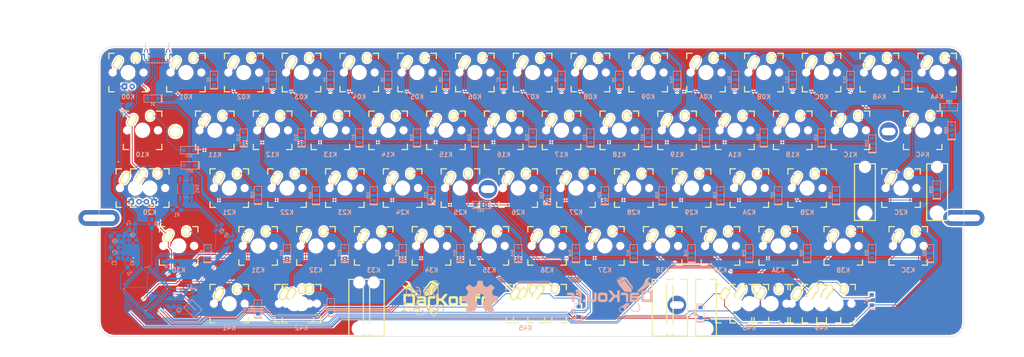
<source format=kicad_pcb>
(kicad_pcb (version 4) (host pcbnew 4.0.5+dfsg1-4)
  (title_block (title "MX/Alps HHKB") (date 2017-04-30) (rev A) (company DarKou))
  (layers (0 F.Cu signal) (31 B.Cu signal) (34 B.Paste user) (35 F.Paste user) (36 B.SilkS user) (37 F.SilkS user) (38 B.Mask user) (39 F.Mask user) (44 Edge.Cuts user))
  (net 0 "")
  (net 1 "Net-(C1-Pad1)")
  (net 2 GND)
  (net 3 "Net-(C2-Pad1)")
  (net 4 VCC)
  (net 5 "Net-(C8-Pad1)")
  (net 6 "Net-(D1-Pad2)")
  (net 7 /Row0)
  (net 8 "Net-(D2-Pad2)")
  (net 9 "Net-(D3-Pad2)")
  (net 10 "Net-(D4-Pad2)")
  (net 11 "Net-(D5-Pad2)")
  (net 12 "Net-(D6-Pad2)")
  (net 13 "Net-(D7-Pad2)")
  (net 14 "Net-(D8-Pad2)")
  (net 15 "Net-(D9-Pad2)")
  (net 16 "Net-(D10-Pad2)")
  (net 17 "Net-(D11-Pad2)")
  (net 18 "Net-(D12-Pad2)")
  (net 19 "Net-(D13-Pad2)")
  (net 20 "Net-(D14-Pad2)")
  (net 21 /Row1)
  (net 22 "Net-(D15-Pad2)")
  (net 23 "Net-(D16-Pad2)")
  (net 24 "Net-(D17-Pad2)")
  (net 25 "Net-(D18-Pad2)")
  (net 26 "Net-(D19-Pad2)")
  (net 27 "Net-(D20-Pad2)")
  (net 28 "Net-(D21-Pad2)")
  (net 29 "Net-(D22-Pad2)")
  (net 30 "Net-(D23-Pad2)")
  (net 31 "Net-(D24-Pad2)")
  (net 32 "Net-(D25-Pad2)")
  (net 33 "Net-(D26-Pad2)")
  (net 34 "Net-(D27-Pad2)")
  (net 35 /Row2)
  (net 36 "Net-(D28-Pad2)")
  (net 37 "Net-(D29-Pad2)")
  (net 38 "Net-(D30-Pad2)")
  (net 39 "Net-(D31-Pad2)")
  (net 40 "Net-(D32-Pad2)")
  (net 41 "Net-(D33-Pad2)")
  (net 42 "Net-(D34-Pad2)")
  (net 43 "Net-(D35-Pad2)")
  (net 44 "Net-(D36-Pad2)")
  (net 45 "Net-(D37-Pad2)")
  (net 46 "Net-(D38-Pad2)")
  (net 47 "Net-(D39-Pad2)")
  (net 48 "Net-(D40-Pad2)")
  (net 49 /Row3)
  (net 50 "Net-(D41-Pad2)")
  (net 51 "Net-(D42-Pad2)")
  (net 52 "Net-(D43-Pad2)")
  (net 53 "Net-(D44-Pad2)")
  (net 54 "Net-(D45-Pad2)")
  (net 55 "Net-(D46-Pad2)")
  (net 56 "Net-(D47-Pad2)")
  (net 57 "Net-(D48-Pad2)")
  (net 58 "Net-(D49-Pad2)")
  (net 59 "Net-(D50-Pad2)")
  (net 60 "Net-(D51-Pad2)")
  (net 61 "Net-(D52-Pad2)")
  (net 62 "Net-(D53-Pad2)")
  (net 63 /Row4)
  (net 64 "Net-(D54-Pad2)")
  (net 65 "Net-(D55-Pad2)")
  (net 66 "Net-(D56-Pad2)")
  (net 67 "Net-(D57-Pad2)")
  (net 68 "Net-(D58-Pad2)")
  (net 69 "Net-(D59-Pad2)")
  (net 70 "Net-(D60-Pad2)")
  (net 71 "Net-(J1-Pad2)")
  (net 72 "Net-(J1-Pad3)")
  (net 73 "Net-(J1-Pad4)")
  (net 74 /Col0)
  (net 75 /Col1)
  (net 76 /Col2)
  (net 77 /Col3)
  (net 78 /Col4)
  (net 79 /Col5)
  (net 80 /Col6)
  (net 81 /Col7)
  (net 82 /Col8)
  (net 83 /Col9)
  (net 84 /Col10)
  (net 85 /Col11)
  (net 86 /Col12)
  (net 87 "Net-(R1-Pad2)")
  (net 88 "Net-(R2-Pad1)")
  (net 89 "Net-(R3-Pad1)")
  (net 90 "Net-(R4-Pad2)")
  (net 91 "Net-(U0-Pad35)")
  (net 92 "Net-(U0-Pad36)")
  (net 93 "Net-(U0-Pad37)")
  (net 94 "Net-(U0-Pad38)")
  (net 95 "Net-(U0-Pad39)")
  (net 96 "Net-(U0-Pad42)")
  (net 97 "Net-(U0-Pad43)")
  (net 98 "Net-(LD0-Pad2)")
  (net 99 "Net-(LD1-Pad2)")
  (net 100 /ESC_LED)
  (net 101 /CAPS_LED)
  (net 102 "Net-(U0-Pad40)")
  (module Housings_QFP:TQFP-44_10x10mm_Pitch0.8mm (layer B.Cu) (at 82 178.5 225)
    (fp_text reference U0 (at 0 7.450001 225) (layer B.SilkS) (effects (justify mirror)))
    (fp_text value ATMEGA32U4)
    (pad 1 smd rect (at -5.7 4 225) (size 1.5 0.55) (layers B.Cu B.Paste B.Mask) (net 101 /CAPS_LED))
    (pad 2 smd rect (at -5.7 3.2 225) (size 1.5 0.55) (layers B.Cu B.Paste B.Mask) (net 4 VCC))
    (pad 3 smd rect (at -5.7 2.4 225) (size 1.5 0.55) (layers B.Cu B.Paste B.Mask) (net 89 "Net-(R3-Pad1)"))
    (pad 4 smd rect (at -5.7 1.6 225) (size 1.5 0.55) (layers B.Cu B.Paste B.Mask) (net 90 "Net-(R4-Pad2)"))
    (pad 5 smd rect (at -5.7 0.8 225) (size 1.5 0.55) (layers B.Cu B.Paste B.Mask) (net 2 GND))
    (pad 6 smd rect (at -5.7 0 225) (size 1.5 0.55) (layers B.Cu B.Paste B.Mask) (net 5 "Net-(C8-Pad1)"))
    (pad 7 smd rect (at -5.7 -0.8 225) (size 1.5 0.55) (layers B.Cu B.Paste B.Mask) (net 4 VCC))
    (pad 8 smd rect (at -5.7 -1.6 225) (size 1.5 0.55) (layers B.Cu B.Paste B.Mask) (net 74 /Col0))
    (pad 9 smd rect (at -5.7 -2.4 225) (size 1.5 0.55) (layers B.Cu B.Paste B.Mask) (net 77 /Col3))
    (pad 10 smd rect (at -5.7 -3.2 225) (size 1.5 0.55) (layers B.Cu B.Paste B.Mask) (net 76 /Col2))
    (pad 11 smd rect (at -5.7 -4 225) (size 1.5 0.55) (layers B.Cu B.Paste B.Mask) (net 75 /Col1))
    (pad 12 smd rect (at -4 -5.7 135) (size 1.5 0.55) (layers B.Cu B.Paste B.Mask) (net 81 /Col7))
    (pad 13 smd rect (at -3.2 -5.7 135) (size 1.5 0.55) (layers B.Cu B.Paste B.Mask) (net 87 "Net-(R1-Pad2)"))
    (pad 14 smd rect (at -2.4 -5.7 135) (size 1.5 0.55) (layers B.Cu B.Paste B.Mask) (net 4 VCC))
    (pad 15 smd rect (at -1.6 -5.7 135) (size 1.5 0.55) (layers B.Cu B.Paste B.Mask) (net 2 GND))
    (pad 16 smd rect (at -0.8 -5.7 135) (size 1.5 0.55) (layers B.Cu B.Paste B.Mask) (net 1 "Net-(C1-Pad1)"))
    (pad 17 smd rect (at 0 -5.7 135) (size 1.5 0.55) (layers B.Cu B.Paste B.Mask) (net 3 "Net-(C2-Pad1)"))
    (pad 18 smd rect (at 0.8 -5.7 135) (size 1.5 0.55) (layers B.Cu B.Paste B.Mask) (net 84 /Col10))
    (pad 19 smd rect (at 1.6 -5.7 135) (size 1.5 0.55) (layers B.Cu B.Paste B.Mask) (net 85 /Col11))
    (pad 20 smd rect (at 2.4 -5.7 135) (size 1.5 0.55) (layers B.Cu B.Paste B.Mask) (net 86 /Col12))
    (pad 21 smd rect (at 3.2 -5.7 135) (size 1.5 0.55) (layers B.Cu B.Paste B.Mask) (net 78 /Col4))
    (pad 22 smd rect (at 4 -5.7 135) (size 1.5 0.55) (layers B.Cu B.Paste B.Mask) (net 79 /Col5))
    (pad 23 smd rect (at 5.7 -4 225) (size 1.5 0.55) (layers B.Cu B.Paste B.Mask) (net 2 GND))
    (pad 24 smd rect (at 5.7 -3.2 225) (size 1.5 0.55) (layers B.Cu B.Paste B.Mask) (net 4 VCC))
    (pad 25 smd rect (at 5.7 -2.4 225) (size 1.5 0.55) (layers B.Cu B.Paste B.Mask) (net 63 /Row4))
    (pad 26 smd rect (at 5.7 -1.6 225) (size 1.5 0.55) (layers B.Cu B.Paste B.Mask) (net 49 /Row3))
    (pad 27 smd rect (at 5.7 -0.8 225) (size 1.5 0.55) (layers B.Cu B.Paste B.Mask) (net 35 /Row2))
    (pad 28 smd rect (at 5.7 0 225) (size 1.5 0.55) (layers B.Cu B.Paste B.Mask) (net 21 /Row1))
    (pad 29 smd rect (at 5.7 0.8 225) (size 1.5 0.55) (layers B.Cu B.Paste B.Mask) (net 80 /Col6))
    (pad 30 smd rect (at 5.7 1.6 225) (size 1.5 0.55) (layers B.Cu B.Paste B.Mask) (net 7 /Row0))
    (pad 31 smd rect (at 5.7 2.4 225) (size 1.5 0.55) (layers B.Cu B.Paste B.Mask) (net 82 /Col8))
    (pad 32 smd rect (at 5.7 3.2 225) (size 1.5 0.55) (layers B.Cu B.Paste B.Mask) (net 83 /Col9))
    (pad 33 smd rect (at 5.7 4 225) (size 1.5 0.55) (layers B.Cu B.Paste B.Mask) (net 88 "Net-(R2-Pad1)"))
    (pad 34 smd rect (at 4 5.7 135) (size 1.5 0.55) (layers B.Cu B.Paste B.Mask) (net 4 VCC))
    (pad 35 smd rect (at 3.2 5.7 135) (size 1.5 0.55) (layers B.Cu B.Paste B.Mask) (net 91 "Net-(U0-Pad35)"))
    (pad 36 smd rect (at 2.4 5.7 135) (size 1.5 0.55) (layers B.Cu B.Paste B.Mask) (net 92 "Net-(U0-Pad36)"))
    (pad 37 smd rect (at 1.6 5.7 135) (size 1.5 0.55) (layers B.Cu B.Paste B.Mask) (net 93 "Net-(U0-Pad37)"))
    (pad 38 smd rect (at 0.8 5.7 135) (size 1.5 0.55) (layers B.Cu B.Paste B.Mask) (net 94 "Net-(U0-Pad38)"))
    (pad 39 smd rect (at 0 5.7 135) (size 1.5 0.55) (layers B.Cu B.Paste B.Mask) (net 95 "Net-(U0-Pad39)"))
    (pad 40 smd rect (at -0.8 5.7 135) (size 1.5 0.55) (layers B.Cu B.Paste B.Mask) (net 102 "Net-(U0-Pad40)"))
    (pad 41 smd rect (at -1.6 5.7 135) (size 1.5 0.55) (layers B.Cu B.Paste B.Mask) (net 100 /ESC_LED))
    (pad 42 smd rect (at -2.4 5.7 135) (size 1.5 0.55) (layers B.Cu B.Paste B.Mask) (net 96 "Net-(U0-Pad42)"))
    (pad 43 smd rect (at -3.2 5.7 135) (size 1.5 0.55) (layers B.Cu B.Paste B.Mask) (net 97 "Net-(U0-Pad43)"))
    (pad 44 smd rect (at -4 5.7 135) (size 1.5 0.55) (layers B.Cu B.Paste B.Mask) (net 4 VCC))
  )
  (module Capacitors_SMD:C_0805_HandSoldering (layer B.Cu) (at 96.35 179.35 180)
    (fp_text reference C1 (at 0 1.75 180) (layer B.SilkS) (effects (justify mirror)))
    (fp_text value 22p)
    (pad 1 smd rect (at -1.25 0 180) (size 1.5 1.25) (layers B.Cu B.Paste B.Mask) (net 1 "Net-(C1-Pad1)"))
    (pad 2 smd rect (at 1.25 0 180) (size 1.5 1.25) (layers B.Cu B.Paste B.Mask) (net 2 GND))
  )
  (module Capacitors_SMD:C_0805_HandSoldering (layer B.Cu) (at 91.275 185.55 90)
    (fp_text reference C2 (at 0 1.75 90) (layer B.SilkS) (effects (justify mirror)))
    (fp_text value 22p)
    (pad 1 smd rect (at -1.25 0 90) (size 1.5 1.25) (layers B.Cu B.Paste B.Mask) (net 3 "Net-(C2-Pad1)"))
    (pad 2 smd rect (at 1.25 0 90) (size 1.5 1.25) (layers B.Cu B.Paste B.Mask) (net 2 GND))
  )
  (module Capacitors_SMD:C_0805_HandSoldering (layer B.Cu) (at 71.625 168.325)
    (fp_text reference C3 (at 0 1.75) (layer B.SilkS) (effects (justify mirror)))
    (fp_text value 0.1u)
    (pad 1 smd rect (at -1.25 0) (size 1.5 1.25) (layers B.Cu B.Paste B.Mask) (net 4 VCC))
    (pad 2 smd rect (at 1.25 0) (size 1.5 1.25) (layers B.Cu B.Paste B.Mask) (net 2 GND))
  )
  (module Capacitors_SMD:C_0805_HandSoldering (layer B.Cu) (at 77.5 158 225)
    (fp_text reference C4 (at 0 1.75 225) (layer B.SilkS) (effects (justify mirror)))
    (fp_text value 0.1u)
    (pad 1 smd rect (at -1.25 0 225) (size 1.5 1.25) (layers B.Cu B.Paste B.Mask) (net 4 VCC))
    (pad 2 smd rect (at 1.25 0 225) (size 1.5 1.25) (layers B.Cu B.Paste B.Mask) (net 2 GND))
  )
  (module Capacitors_SMD:C_0805_HandSoldering (layer B.Cu) (at 71.75 161)
    (fp_text reference C5 (at 0 1.75) (layer B.SilkS) (effects (justify mirror)))
    (fp_text value 0.1u)
    (pad 1 smd rect (at -1.25 0) (size 1.5 1.25) (layers B.Cu B.Paste B.Mask) (net 4 VCC))
    (pad 2 smd rect (at 1.25 0) (size 1.5 1.25) (layers B.Cu B.Paste B.Mask) (net 2 GND))
  )
  (module Capacitors_SMD:C_0805_HandSoldering (layer B.Cu) (at 77.75 162.5 180)
    (fp_text reference C6 (at 0 1.75 180) (layer B.SilkS) (effects (justify mirror)))
    (fp_text value 0.1u)
    (pad 1 smd rect (at -1.25 0 180) (size 1.5 1.25) (layers B.Cu B.Paste B.Mask) (net 4 VCC))
    (pad 2 smd rect (at 1.25 0 180) (size 1.5 1.25) (layers B.Cu B.Paste B.Mask) (net 2 GND))
  )
  (module Capacitors_SMD:C_0805_HandSoldering (layer B.Cu) (at 71.75 164.75)
    (fp_text reference C7 (at 0 1.75) (layer B.SilkS) (effects (justify mirror)))
    (fp_text value 4.7u)
    (pad 1 smd rect (at -1.25 0) (size 1.5 1.25) (layers B.Cu B.Paste B.Mask) (net 4 VCC))
    (pad 2 smd rect (at 1.25 0) (size 1.5 1.25) (layers B.Cu B.Paste B.Mask) (net 2 GND))
  )
  (module Capacitors_SMD:C_0805_HandSoldering (layer B.Cu) (at 89.275 169.5)
    (fp_text reference C8 (at 0 1.75) (layer B.SilkS) (effects (justify mirror)))
    (fp_text value 1u)
    (pad 1 smd rect (at -1.25 0) (size 1.5 1.25) (layers B.Cu B.Paste B.Mask) (net 5 "Net-(C8-Pad1)"))
    (pad 2 smd rect (at 1.25 0) (size 1.5 1.25) (layers B.Cu B.Paste B.Mask) (net 2 GND))
  )
  (module Resistors_SMD:R_0805_HandSoldering (layer B.Cu) (at 92.25 152.5)
    (fp_text reference R1 (at 0 1.7) (layer B.SilkS) (effects (justify mirror)))
    (fp_text value 10K)
    (pad 1 smd rect (at -1.35 0) (size 1.5 1.3) (layers B.Cu B.Paste B.Mask) (net 4 VCC))
    (pad 2 smd rect (at 1.35 0) (size 1.5 1.3) (layers B.Cu B.Paste B.Mask) (net 87 "Net-(R1-Pad2)"))
  )
  (module Resistors_SMD:R_0805_HandSoldering (layer B.Cu) (at 76 170 90)
    (fp_text reference R2 (at 0 1.700001 90) (layer B.SilkS) (effects (justify mirror)))
    (fp_text value 10K)
    (pad 1 smd rect (at -1.35 0 90) (size 1.5 1.3) (layers B.Cu B.Paste B.Mask) (net 88 "Net-(R2-Pad1)"))
    (pad 2 smd rect (at 1.35 0 90) (size 1.5 1.3) (layers B.Cu B.Paste B.Mask) (net 2 GND))
  )
  (module Resistors_SMD:R_0805_HandSoldering (layer B.Cu) (at 106 158.25 45)
    (fp_text reference R3 (at 0 1.7 45) (layer B.SilkS) (effects (justify mirror)))
    (fp_text value 22)
    (pad 1 smd rect (at -1.35 0 45) (size 1.5 1.3) (layers B.Cu B.Paste B.Mask) (net 89 "Net-(R3-Pad1)"))
    (pad 2 smd rect (at 1.35 0 45) (size 1.5 1.3) (layers B.Cu B.Paste B.Mask) (net 71 "Net-(J1-Pad2)"))
  )
  (module Resistors_SMD:R_0805_HandSoldering (layer B.Cu) (at 109.75 162 225)
    (fp_text reference R4 (at 0 1.7 225) (layer B.SilkS) (effects (justify mirror)))
    (fp_text value 22)
    (pad 1 smd rect (at -1.35 0 225) (size 1.5 1.3) (layers B.Cu B.Paste B.Mask) (net 72 "Net-(J1-Pad3)"))
    (pad 2 smd rect (at 1.35 0 225) (size 1.5 1.3) (layers B.Cu B.Paste B.Mask) (net 90 "Net-(R4-Pad2)"))
  )
  (module Buttons_Switches_SMD:SW_SPST_TL3342 (layer B.Cu) (at 95.25 145.5 90)
    (fp_text reference SW1 (at 0 3.75 90) (layer B.SilkS) (effects (justify mirror)))
    (fp_text value SW_PUSH)
    (pad 1 smd rect (at -3.15 1.9 90) (size 1.7 1) (layers B.Cu B.Paste B.Mask) (net 2 GND))
    (pad 1 smd rect (at 3.15 1.9 90) (size 1.7 1) (layers B.Cu B.Paste B.Mask) (net 2 GND))
    (pad 2 smd rect (at -3.15 -1.9 90) (size 1.7 1) (layers B.Cu B.Paste B.Mask) (net 87 "Net-(R1-Pad2)"))
    (pad 2 smd rect (at 3.15 -1.9 90) (size 1.7 1) (layers B.Cu B.Paste B.Mask) (net 87 "Net-(R1-Pad2)"))
  )
  (module Footprint:Poker_side_edge_long (layer F.Cu) (at 66.6 155.1)
    (fp_text reference Poker_side_edge_long hide)
    (fp_text value VAL** hide)
    (pad "" thru_hole oval (at 0 0) (size 13.6 5.2) (drill oval 10.6 2.2) (layers *.Cu *.Mask))
  )
  (module Footprint:Poker_side_edge_long (layer F.Cu) (at 351.7 155.1)
    (fp_text reference Poker_side_edge_long hide)
    (fp_text value VAL** hide)
    (pad "" thru_hole oval (at 0 0) (size 13.6 5.2) (drill oval 10.6 2.2) (layers *.Cu *.Mask))
  )
  (module Footprint:HOLE_M3 (layer F.Cu) (at 91.8 126.6)
    (fp_text reference HOLE_M3 hide)
    (fp_text value VAL** hide)
    (pad 1 thru_hole circle (at 0 0) (size 4 4) (drill 3.2) (layers *.Cu *.Mask F.SilkS))
  )
  (module Footprint:Poker_oval_hole (layer F.Cu) (at 326.9 126.6)
    (fp_text reference Poker_oval_hole hide)
    (fp_text value VAL** hide)
    (pad "" thru_hole circle (at 0 0) (size 6.1 6.1) (drill oval 4.6 2.5) (layers *.Cu *.Mask))
  )
  (module Footprint:Poker_oval_hole (layer F.Cu) (at 257.1 183.8)
    (fp_text reference Poker_oval_hole hide)
    (fp_text value VAL** hide)
    (pad "" thru_hole circle (at 0 0) (size 6.1 6.1) (drill oval 4.6 2.5) (layers *.Cu *.Mask))
  )
  (module Footprint:Poker_oval_hole (layer F.Cu) (at 194.8 145.6)
    (fp_text reference Poker_oval_hole hide)
    (fp_text value VAL** hide)
    (pad "" thru_hole circle (at 0 0) (size 6.1 6.1) (drill oval 4.6 2.5) (layers *.Cu *.Mask))
  )
  (module Footprint:OPEN-HARDWARE (layer B.Cu) (at 192.25 181.25 180)
    (fp_text reference G*** hide)
    (fp_text value LOGO hide)
  )
  (module Footprint:darkou (layer B.Cu) (at 235.15 180.375 180)
    (fp_text reference G*** hide)
    (fp_text value LOGO hide)
  )
  (module Footprint:darkou (layer F.Cu) (at 180.9 181.525)
    (fp_text reference G*** hide)
    (fp_text value LOGO hide)
  )
  (module Footprint:FA-238 (layer B.Cu) (at 97.575 185 315)
    (fp_text reference X1 hide)
    (fp_text value XTAL_GND hide)
    (pad 3 smd rect (at -1.1 0.8 315) (size 1.4 1.2) (drill (offset -0.1 0.05)) (layers B.Cu B.Paste B.Mask) (net 2 GND) (clearance 0.2))
    (pad 2 smd rect (at 1.1 0.8 315) (size 1.4 1.2) (drill (offset 0.1 0.05)) (layers B.Cu B.Paste B.Mask) (net 3 "Net-(C2-Pad1)") (clearance 0.2))
    (pad 1 smd rect (at -1.1 -0.8 315) (size 1.4 1.2) (drill (offset -0.1 -0.05)) (layers B.Cu B.Paste B.Mask) (net 1 "Net-(C1-Pad1)") (clearance 0.2))
    (pad 3 smd rect (at 1.1 -0.8 315) (size 1.4 1.2) (drill (offset 0.1 -0.05)) (layers B.Cu B.Paste B.Mask) (net 2 GND) (clearance 0.2))
  )
  (module LEDs:LED_D3.0mm (layer F.Cu) (at 75 111.75)
    (fp_text reference LD0 hide)
    (fp_text value ESC_LED hide)
    (pad 1 thru_hole rect (at 0 0) (size 1.8 1.8) (drill 0.9) (layers *.Cu *.Mask) (net 2 GND))
    (pad 2 thru_hole circle (at 2.54 0) (size 1.8 1.8) (drill 0.9) (layers *.Cu *.Mask) (net 98 "Net-(LD0-Pad2)"))
  )
  (module LEDs:LED_D3.0mm (layer F.Cu) (at 77.25 149.75)
    (fp_text reference LD1 hide)
    (fp_text value CAPS_LED hide)
    (pad 1 thru_hole rect (at 0 0) (size 1.8 1.8) (drill 0.9) (layers *.Cu *.Mask) (net 2 GND))
    (pad 2 thru_hole circle (at 2.54 0) (size 1.8 1.8) (drill 0.9) (layers *.Cu *.Mask) (net 99 "Net-(LD1-Pad2)"))
  )
  (module Resistors_SMD:R_0805_HandSoldering (layer B.Cu) (at 74.4 118.3)
    (fp_text reference R5 (at 0 1.7) (layer B.SilkS) (effects (justify mirror)))
    (fp_text value R)
    (pad 1 smd rect (at -1.35 0) (size 1.5 1.3) (layers B.Cu B.Paste B.Mask) (net 100 /ESC_LED))
    (pad 2 smd rect (at 1.35 0) (size 1.5 1.3) (layers B.Cu B.Paste B.Mask) (net 98 "Net-(LD0-Pad2)"))
  )
  (module Resistors_SMD:R_0805_HandSoldering (layer B.Cu) (at 84 157 90)
    (fp_text reference R6 (at 0 1.7 90) (layer B.SilkS) (effects (justify mirror)))
    (fp_text value R)
    (pad 1 smd rect (at -1.35 0 90) (size 1.5 1.3) (layers B.Cu B.Paste B.Mask) (net 101 /CAPS_LED))
    (pad 2 smd rect (at 1.35 0 90) (size 1.5 1.3) (layers B.Cu B.Paste B.Mask) (net 99 "Net-(LD1-Pad2)"))
  )
  (module LEDs:LED_D3.0mm (layer F.Cu) (at 84.75 149.75 180)
    (fp_text reference LD2 hide)
    (fp_text value CAPS_LED hide)
    (pad 1 thru_hole rect (at 0 0 180) (size 1.8 1.8) (drill 0.9) (layers *.Cu *.Mask) (net 2 GND))
    (pad 2 thru_hole circle (at 2.54 0 180) (size 1.8 1.8) (drill 0.9) (layers *.Cu *.Mask) (net 99 "Net-(LD1-Pad2)"))
  )
  (module Footprint:Mx_Alps_175_STEPPED (layer F.Cu) (at 78.58125 145.25625)
    (fp_text reference K61 hide)
    (fp_text value Ctrl hide)
    (pad HOLE np_thru_hole circle (at 0 0) (size 3.9878 3.9878) (drill 3.9878) (layers *.Cu))
    (pad HOLE np_thru_hole circle (at -5.08 0) (size 1.7018 1.7018) (drill 1.7018) (layers *.Cu))
    (pad HOLE np_thru_hole circle (at 5.08 0) (size 1.7018 1.7018) (drill 1.7018) (layers *.Cu))
    (pad 1 thru_hole oval (at -3.405 -3.27 330.95) (size 2.5 4.17) (drill oval 1.5 3.17) (layers *.Cu *.Mask F.SilkS) (net 34 "Net-(D27-Pad2)"))
    (pad 2 thru_hole oval (at 2.52 -4.79 356.1) (size 2.5 3.08) (drill oval 1.5 2.08) (layers *.Cu *.Mask F.SilkS) (net 74 /Col0))
  )
  (module Footprint:D_SOD123 (layer B.Cu) (at 180.975 109.5375 90)
    (fp_text reference D6 (at 0 -1.925 90) (layer B.SilkS) (effects (font (size 0.8 0.8)) (justify mirror)))
    (fp_text value D hide)
    (pad 2 smd rect (at 1.7 0 90) (size 1.2 1.4) (layers B.Cu B.Paste B.Mask) (net 12 "Net-(D6-Pad2)"))
    (pad 1 smd rect (at -1.7 0 90) (size 1.2 1.4) (layers B.Cu B.Paste B.Mask) (net 7 /Row0))
  )
  (module Footprint:USB_miniB_hirose_5S8 (layer B.Cu) (at 85.75 103.575)
    (fp_text reference J1 hide)
    (fp_text value USB_mini_micro_B hide)
    (pad 1 smd rect (at -1.6 0) (size 0.5 1.4) (layers B.Cu B.Paste B.Mask) (net 4 VCC))
    (pad 2 smd rect (at -0.8 0) (size 0.5 1.4) (layers B.Cu B.Paste B.Mask) (net 71 "Net-(J1-Pad2)"))
    (pad 3 smd rect (at 0 0) (size 0.5 1.4) (layers B.Cu B.Paste B.Mask) (net 72 "Net-(J1-Pad3)"))
    (pad 4 smd rect (at 0.8 0) (size 0.5 1.4) (layers B.Cu B.Paste B.Mask) (net 73 "Net-(J1-Pad4)"))
    (pad 5 smd rect (at 1.6 0) (size 0.5 1.4) (layers B.Cu B.Paste B.Mask) (net 2 GND))
    (pad 6 thru_hole oval (at -3.65 -2.4) (size 1.3 3.8) (drill oval 0.7 3.2) (layers *.Cu *.Mask B.Paste) (net 2 GND))
    (pad 6 thru_hole oval (at 3.65 -2.4) (size 1.3 3.8) (drill oval 0.7 3.2) (layers *.Cu *.Mask B.Paste) (net 2 GND))
  )
  (module Footprint:D_SOD123 (layer B.Cu) (at 84.25 115.75 180)
    (fp_text reference D1 (at 0 -1.925 180) (layer B.SilkS) (effects (font (size 0.8 0.8)) (justify mirror)))
    (fp_text value D hide)
    (pad 2 smd rect (at 1.7 0 180) (size 1.2 1.4) (layers B.Cu B.Paste B.Mask) (net 6 "Net-(D1-Pad2)"))
    (pad 1 smd rect (at -1.7 0 180) (size 1.2 1.4) (layers B.Cu B.Paste B.Mask) (net 7 /Row0))
  )
  (module Footprint:D_SOD123 (layer B.Cu) (at 104.5 109.5 90)
    (fp_text reference D2 (at 0 -1.925 90) (layer B.SilkS) (effects (font (size 0.8 0.8)) (justify mirror)))
    (fp_text value D hide)
    (pad 2 smd rect (at 1.7 0 90) (size 1.2 1.4) (layers B.Cu B.Paste B.Mask) (net 8 "Net-(D2-Pad2)"))
    (pad 1 smd rect (at -1.7 0 90) (size 1.2 1.4) (layers B.Cu B.Paste B.Mask) (net 7 /Row0))
  )
  (module Footprint:D_SOD123 (layer B.Cu) (at 123.825 109.5375 90)
    (fp_text reference D3 (at 0 -1.925 90) (layer B.SilkS) (effects (font (size 0.8 0.8)) (justify mirror)))
    (fp_text value D hide)
    (pad 2 smd rect (at 1.7 0 90) (size 1.2 1.4) (layers B.Cu B.Paste B.Mask) (net 9 "Net-(D3-Pad2)"))
    (pad 1 smd rect (at -1.7 0 90) (size 1.2 1.4) (layers B.Cu B.Paste B.Mask) (net 7 /Row0))
  )
  (module Footprint:D_SOD123 (layer B.Cu) (at 142.875 109.5375 90)
    (fp_text reference D4 (at 0 -1.925 90) (layer B.SilkS) (effects (font (size 0.8 0.8)) (justify mirror)))
    (fp_text value D hide)
    (pad 2 smd rect (at 1.7 0 90) (size 1.2 1.4) (layers B.Cu B.Paste B.Mask) (net 10 "Net-(D4-Pad2)"))
    (pad 1 smd rect (at -1.7 0 90) (size 1.2 1.4) (layers B.Cu B.Paste B.Mask) (net 7 /Row0))
  )
  (module Footprint:D_SOD123 (layer B.Cu) (at 161.925 109.5375 90)
    (fp_text reference D5 (at 0 -1.925 90) (layer B.SilkS) (effects (font (size 0.8 0.8)) (justify mirror)))
    (fp_text value D hide)
    (pad 2 smd rect (at 1.7 0 90) (size 1.2 1.4) (layers B.Cu B.Paste B.Mask) (net 11 "Net-(D5-Pad2)"))
    (pad 1 smd rect (at -1.7 0 90) (size 1.2 1.4) (layers B.Cu B.Paste B.Mask) (net 7 /Row0))
  )
  (module Footprint:D_SOD123 (layer B.Cu) (at 200.025 109.5375 90)
    (fp_text reference D7 (at 0 -1.925 90) (layer B.SilkS) (effects (font (size 0.8 0.8)) (justify mirror)))
    (fp_text value D hide)
    (pad 2 smd rect (at 1.7 0 90) (size 1.2 1.4) (layers B.Cu B.Paste B.Mask) (net 13 "Net-(D7-Pad2)"))
    (pad 1 smd rect (at -1.7 0 90) (size 1.2 1.4) (layers B.Cu B.Paste B.Mask) (net 7 /Row0))
  )
  (module Footprint:D_SOD123 (layer B.Cu) (at 219.075 109.5375 90)
    (fp_text reference D8 (at 0 -1.925 90) (layer B.SilkS) (effects (font (size 0.8 0.8)) (justify mirror)))
    (fp_text value D hide)
    (pad 2 smd rect (at 1.7 0 90) (size 1.2 1.4) (layers B.Cu B.Paste B.Mask) (net 14 "Net-(D8-Pad2)"))
    (pad 1 smd rect (at -1.7 0 90) (size 1.2 1.4) (layers B.Cu B.Paste B.Mask) (net 7 /Row0))
  )
  (module Footprint:D_SOD123 (layer B.Cu) (at 238.125 109.5375 90)
    (fp_text reference D9 (at 0 -1.925 90) (layer B.SilkS) (effects (font (size 0.8 0.8)) (justify mirror)))
    (fp_text value D hide)
    (pad 2 smd rect (at 1.7 0 90) (size 1.2 1.4) (layers B.Cu B.Paste B.Mask) (net 15 "Net-(D9-Pad2)"))
    (pad 1 smd rect (at -1.7 0 90) (size 1.2 1.4) (layers B.Cu B.Paste B.Mask) (net 7 /Row0))
  )
  (module Footprint:D_SOD123 (layer B.Cu) (at 257.175 109.5375 90)
    (fp_text reference D10 (at 0 -1.925 90) (layer B.SilkS) (effects (font (size 0.8 0.8)) (justify mirror)))
    (fp_text value D hide)
    (pad 2 smd rect (at 1.7 0 90) (size 1.2 1.4) (layers B.Cu B.Paste B.Mask) (net 16 "Net-(D10-Pad2)"))
    (pad 1 smd rect (at -1.7 0 90) (size 1.2 1.4) (layers B.Cu B.Paste B.Mask) (net 7 /Row0))
  )
  (module Footprint:D_SOD123 (layer B.Cu) (at 276.225 109.5375 90)
    (fp_text reference D11 (at 0 -1.925 90) (layer B.SilkS) (effects (font (size 0.8 0.8)) (justify mirror)))
    (fp_text value D hide)
    (pad 2 smd rect (at 1.7 0 90) (size 1.2 1.4) (layers B.Cu B.Paste B.Mask) (net 17 "Net-(D11-Pad2)"))
    (pad 1 smd rect (at -1.7 0 90) (size 1.2 1.4) (layers B.Cu B.Paste B.Mask) (net 7 /Row0))
  )
  (module Footprint:D_SOD123 (layer B.Cu) (at 295.275 109.5375 90)
    (fp_text reference D12 (at 0 -1.925 90) (layer B.SilkS) (effects (font (size 0.8 0.8)) (justify mirror)))
    (fp_text value D hide)
    (pad 2 smd rect (at 1.7 0 90) (size 1.2 1.4) (layers B.Cu B.Paste B.Mask) (net 18 "Net-(D12-Pad2)"))
    (pad 1 smd rect (at -1.7 0 90) (size 1.2 1.4) (layers B.Cu B.Paste B.Mask) (net 7 /Row0))
  )
  (module Footprint:D_SOD123 (layer B.Cu) (at 314.325 109.5375 90)
    (fp_text reference D13 (at 0 -1.925 90) (layer B.SilkS) (effects (font (size 0.8 0.8)) (justify mirror)))
    (fp_text value D hide)
    (pad 2 smd rect (at 1.7 0 90) (size 1.2 1.4) (layers B.Cu B.Paste B.Mask) (net 19 "Net-(D13-Pad2)"))
    (pad 1 smd rect (at -1.7 0 90) (size 1.2 1.4) (layers B.Cu B.Paste B.Mask) (net 7 /Row0))
  )
  (module Footprint:D_SOD123 (layer B.Cu) (at 96.25 132.75 180)
    (fp_text reference D14 (at 0 -1.925 180) (layer B.SilkS) (effects (font (size 0.8 0.8)) (justify mirror)))
    (fp_text value D hide)
    (pad 2 smd rect (at 1.7 0 180) (size 1.2 1.4) (layers B.Cu B.Paste B.Mask) (net 20 "Net-(D14-Pad2)"))
    (pad 1 smd rect (at -1.7 0 180) (size 1.2 1.4) (layers B.Cu B.Paste B.Mask) (net 21 /Row1))
  )
  (module Footprint:D_SOD123 (layer B.Cu) (at 114.3 128.5875 90)
    (fp_text reference D15 (at 0 -1.925 90) (layer B.SilkS) (effects (font (size 0.8 0.8)) (justify mirror)))
    (fp_text value D hide)
    (pad 2 smd rect (at 1.7 0 90) (size 1.2 1.4) (layers B.Cu B.Paste B.Mask) (net 22 "Net-(D15-Pad2)"))
    (pad 1 smd rect (at -1.7 0 90) (size 1.2 1.4) (layers B.Cu B.Paste B.Mask) (net 21 /Row1))
  )
  (module Footprint:D_SOD123 (layer B.Cu) (at 133.35 128.5875 90)
    (fp_text reference D16 (at 0 -1.925 90) (layer B.SilkS) (effects (font (size 0.8 0.8)) (justify mirror)))
    (fp_text value D hide)
    (pad 2 smd rect (at 1.7 0 90) (size 1.2 1.4) (layers B.Cu B.Paste B.Mask) (net 23 "Net-(D16-Pad2)"))
    (pad 1 smd rect (at -1.7 0 90) (size 1.2 1.4) (layers B.Cu B.Paste B.Mask) (net 21 /Row1))
  )
  (module Footprint:D_SOD123 (layer B.Cu) (at 152.4 128.5875 90)
    (fp_text reference D17 (at 0 -1.925 90) (layer B.SilkS) (effects (font (size 0.8 0.8)) (justify mirror)))
    (fp_text value D hide)
    (pad 2 smd rect (at 1.7 0 90) (size 1.2 1.4) (layers B.Cu B.Paste B.Mask) (net 24 "Net-(D17-Pad2)"))
    (pad 1 smd rect (at -1.7 0 90) (size 1.2 1.4) (layers B.Cu B.Paste B.Mask) (net 21 /Row1))
  )
  (module Footprint:D_SOD123 (layer B.Cu) (at 171.45 128.5875 90)
    (fp_text reference D18 (at 0 -1.925 90) (layer B.SilkS) (effects (font (size 0.8 0.8)) (justify mirror)))
    (fp_text value D hide)
    (pad 2 smd rect (at 1.7 0 90) (size 1.2 1.4) (layers B.Cu B.Paste B.Mask) (net 25 "Net-(D18-Pad2)"))
    (pad 1 smd rect (at -1.7 0 90) (size 1.2 1.4) (layers B.Cu B.Paste B.Mask) (net 21 /Row1))
  )
  (module Footprint:D_SOD123 (layer B.Cu) (at 190.5 128.5875 90)
    (fp_text reference D19 (at 0 -1.925 90) (layer B.SilkS) (effects (font (size 0.8 0.8)) (justify mirror)))
    (fp_text value D hide)
    (pad 2 smd rect (at 1.7 0 90) (size 1.2 1.4) (layers B.Cu B.Paste B.Mask) (net 26 "Net-(D19-Pad2)"))
    (pad 1 smd rect (at -1.7 0 90) (size 1.2 1.4) (layers B.Cu B.Paste B.Mask) (net 21 /Row1))
  )
  (module Footprint:D_SOD123 (layer B.Cu) (at 209.55 128.5875 90)
    (fp_text reference D20 (at 0 -1.925 90) (layer B.SilkS) (effects (font (size 0.8 0.8)) (justify mirror)))
    (fp_text value D hide)
    (pad 2 smd rect (at 1.7 0 90) (size 1.2 1.4) (layers B.Cu B.Paste B.Mask) (net 27 "Net-(D20-Pad2)"))
    (pad 1 smd rect (at -1.7 0 90) (size 1.2 1.4) (layers B.Cu B.Paste B.Mask) (net 21 /Row1))
  )
  (module Footprint:D_SOD123 (layer B.Cu) (at 228.6 128.5875 90)
    (fp_text reference D21 (at 0 -1.925 90) (layer B.SilkS) (effects (font (size 0.8 0.8)) (justify mirror)))
    (fp_text value D hide)
    (pad 2 smd rect (at 1.7 0 90) (size 1.2 1.4) (layers B.Cu B.Paste B.Mask) (net 28 "Net-(D21-Pad2)"))
    (pad 1 smd rect (at -1.7 0 90) (size 1.2 1.4) (layers B.Cu B.Paste B.Mask) (net 21 /Row1))
  )
  (module Footprint:D_SOD123 (layer B.Cu) (at 247.65 128.5875 90)
    (fp_text reference D22 (at 0 -1.925 90) (layer B.SilkS) (effects (font (size 0.8 0.8)) (justify mirror)))
    (fp_text value D hide)
    (pad 2 smd rect (at 1.7 0 90) (size 1.2 1.4) (layers B.Cu B.Paste B.Mask) (net 29 "Net-(D22-Pad2)"))
    (pad 1 smd rect (at -1.7 0 90) (size 1.2 1.4) (layers B.Cu B.Paste B.Mask) (net 21 /Row1))
  )
  (module Footprint:D_SOD123 (layer B.Cu) (at 266.7 128.5875 90)
    (fp_text reference D23 (at 0 -1.925 90) (layer B.SilkS) (effects (font (size 0.8 0.8)) (justify mirror)))
    (fp_text value D hide)
    (pad 2 smd rect (at 1.7 0 90) (size 1.2 1.4) (layers B.Cu B.Paste B.Mask) (net 30 "Net-(D23-Pad2)"))
    (pad 1 smd rect (at -1.7 0 90) (size 1.2 1.4) (layers B.Cu B.Paste B.Mask) (net 21 /Row1))
  )
  (module Footprint:D_SOD123 (layer B.Cu) (at 285.75 128.5875 90)
    (fp_text reference D24 (at 0 -1.925 90) (layer B.SilkS) (effects (font (size 0.8 0.8)) (justify mirror)))
    (fp_text value D hide)
    (pad 2 smd rect (at 1.7 0 90) (size 1.2 1.4) (layers B.Cu B.Paste B.Mask) (net 31 "Net-(D24-Pad2)"))
    (pad 1 smd rect (at -1.7 0 90) (size 1.2 1.4) (layers B.Cu B.Paste B.Mask) (net 21 /Row1))
  )
  (module Footprint:D_SOD123 (layer B.Cu) (at 304.8 128.5875 90)
    (fp_text reference D25 (at 0 -1.925 90) (layer B.SilkS) (effects (font (size 0.8 0.8)) (justify mirror)))
    (fp_text value D hide)
    (pad 2 smd rect (at 1.7 0 90) (size 1.2 1.4) (layers B.Cu B.Paste B.Mask) (net 32 "Net-(D25-Pad2)"))
    (pad 1 smd rect (at -1.7 0 90) (size 1.2 1.4) (layers B.Cu B.Paste B.Mask) (net 21 /Row1))
  )
  (module Footprint:D_SOD123 (layer B.Cu) (at 321.525 130.525 90)
    (fp_text reference D26 (at 0 -1.925 90) (layer B.SilkS) (effects (font (size 0.8 0.8)) (justify mirror)))
    (fp_text value D hide)
    (pad 2 smd rect (at 1.7 0 90) (size 1.2 1.4) (layers B.Cu B.Paste B.Mask) (net 33 "Net-(D26-Pad2)"))
    (pad 1 smd rect (at -1.7 0 90) (size 1.2 1.4) (layers B.Cu B.Paste B.Mask) (net 21 /Row1))
  )
  (module Footprint:D_SOD123 (layer B.Cu) (at 96.5 137.75 180)
    (fp_text reference D27 (at 0 -1.925 180) (layer B.SilkS) (effects (font (size 0.8 0.8)) (justify mirror)))
    (fp_text value D hide)
    (pad 2 smd rect (at 1.7 0 180) (size 1.2 1.4) (layers B.Cu B.Paste B.Mask) (net 34 "Net-(D27-Pad2)"))
    (pad 1 smd rect (at -1.7 0 180) (size 1.2 1.4) (layers B.Cu B.Paste B.Mask) (net 35 /Row2))
  )
  (module Footprint:D_SOD123 (layer B.Cu) (at 119 147.5 90)
    (fp_text reference D28 (at 0 -1.925 90) (layer B.SilkS) (effects (font (size 0.8 0.8)) (justify mirror)))
    (fp_text value D hide)
    (pad 2 smd rect (at 1.7 0 90) (size 1.2 1.4) (layers B.Cu B.Paste B.Mask) (net 36 "Net-(D28-Pad2)"))
    (pad 1 smd rect (at -1.7 0 90) (size 1.2 1.4) (layers B.Cu B.Paste B.Mask) (net 35 /Row2))
  )
  (module Footprint:D_SOD123 (layer B.Cu) (at 138.1125 147.6375 90)
    (fp_text reference D29 (at 0 -1.925 90) (layer B.SilkS) (effects (font (size 0.8 0.8)) (justify mirror)))
    (fp_text value D hide)
    (pad 2 smd rect (at 1.7 0 90) (size 1.2 1.4) (layers B.Cu B.Paste B.Mask) (net 37 "Net-(D29-Pad2)"))
    (pad 1 smd rect (at -1.7 0 90) (size 1.2 1.4) (layers B.Cu B.Paste B.Mask) (net 35 /Row2))
  )
  (module Footprint:D_SOD123 (layer B.Cu) (at 157.1625 147.6375 90)
    (fp_text reference D30 (at 0 -1.925 90) (layer B.SilkS) (effects (font (size 0.8 0.8)) (justify mirror)))
    (fp_text value D hide)
    (pad 2 smd rect (at 1.7 0 90) (size 1.2 1.4) (layers B.Cu B.Paste B.Mask) (net 38 "Net-(D30-Pad2)"))
    (pad 1 smd rect (at -1.7 0 90) (size 1.2 1.4) (layers B.Cu B.Paste B.Mask) (net 35 /Row2))
  )
  (module Footprint:D_SOD123 (layer B.Cu) (at 176.2125 147.6375 90)
    (fp_text reference D31 (at 0 -1.925 90) (layer B.SilkS) (effects (font (size 0.8 0.8)) (justify mirror)))
    (fp_text value D hide)
    (pad 2 smd rect (at 1.7 0 90) (size 1.2 1.4) (layers B.Cu B.Paste B.Mask) (net 39 "Net-(D31-Pad2)"))
    (pad 1 smd rect (at -1.7 0 90) (size 1.2 1.4) (layers B.Cu B.Paste B.Mask) (net 35 /Row2))
  )
  (module Footprint:D_SOD123 (layer B.Cu) (at 192.475 150.8 180)
    (fp_text reference D32 (at 0 -1.925 180) (layer B.SilkS) (effects (font (size 0.8 0.8)) (justify mirror)))
    (fp_text value D hide)
    (pad 2 smd rect (at 1.7 0 180) (size 1.2 1.4) (layers B.Cu B.Paste B.Mask) (net 40 "Net-(D32-Pad2)"))
    (pad 1 smd rect (at -1.7 0 180) (size 1.2 1.4) (layers B.Cu B.Paste B.Mask) (net 35 /Row2))
  )
  (module Footprint:D_SOD123 (layer B.Cu) (at 214.3125 147.6375 90)
    (fp_text reference D33 (at 0 -1.925 90) (layer B.SilkS) (effects (font (size 0.8 0.8)) (justify mirror)))
    (fp_text value D hide)
    (pad 2 smd rect (at 1.7 0 90) (size 1.2 1.4) (layers B.Cu B.Paste B.Mask) (net 41 "Net-(D33-Pad2)"))
    (pad 1 smd rect (at -1.7 0 90) (size 1.2 1.4) (layers B.Cu B.Paste B.Mask) (net 35 /Row2))
  )
  (module Footprint:D_SOD123 (layer B.Cu) (at 233.3625 147.6375 90)
    (fp_text reference D34 (at 0 -1.925 90) (layer B.SilkS) (effects (font (size 0.8 0.8)) (justify mirror)))
    (fp_text value D hide)
    (pad 2 smd rect (at 1.7 0 90) (size 1.2 1.4) (layers B.Cu B.Paste B.Mask) (net 42 "Net-(D34-Pad2)"))
    (pad 1 smd rect (at -1.7 0 90) (size 1.2 1.4) (layers B.Cu B.Paste B.Mask) (net 35 /Row2))
  )
  (module Footprint:D_SOD123 (layer B.Cu) (at 252.4125 147.6375 90)
    (fp_text reference D35 (at 0 -1.925 90) (layer B.SilkS) (effects (font (size 0.8 0.8)) (justify mirror)))
    (fp_text value D hide)
    (pad 2 smd rect (at 1.7 0 90) (size 1.2 1.4) (layers B.Cu B.Paste B.Mask) (net 43 "Net-(D35-Pad2)"))
    (pad 1 smd rect (at -1.7 0 90) (size 1.2 1.4) (layers B.Cu B.Paste B.Mask) (net 35 /Row2))
  )
  (module Footprint:D_SOD123 (layer B.Cu) (at 271.4625 147.6375 90)
    (fp_text reference D36 (at 0 -1.925 90) (layer B.SilkS) (effects (font (size 0.8 0.8)) (justify mirror)))
    (fp_text value D hide)
    (pad 2 smd rect (at 1.7 0 90) (size 1.2 1.4) (layers B.Cu B.Paste B.Mask) (net 44 "Net-(D36-Pad2)"))
    (pad 1 smd rect (at -1.7 0 90) (size 1.2 1.4) (layers B.Cu B.Paste B.Mask) (net 35 /Row2))
  )
  (module Footprint:D_SOD123 (layer B.Cu) (at 290.5125 147.6375 90)
    (fp_text reference D37 (at 0 -1.925 90) (layer B.SilkS) (effects (font (size 0.8 0.8)) (justify mirror)))
    (fp_text value D hide)
    (pad 2 smd rect (at 1.7 0 90) (size 1.2 1.4) (layers B.Cu B.Paste B.Mask) (net 45 "Net-(D37-Pad2)"))
    (pad 1 smd rect (at -1.7 0 90) (size 1.2 1.4) (layers B.Cu B.Paste B.Mask) (net 35 /Row2))
  )
  (module Footprint:D_SOD123 (layer B.Cu) (at 309.5625 147.6375 90)
    (fp_text reference D38 (at 0 -1.925 90) (layer B.SilkS) (effects (font (size 0.8 0.8)) (justify mirror)))
    (fp_text value D hide)
    (pad 2 smd rect (at 1.7 0 90) (size 1.2 1.4) (layers B.Cu B.Paste B.Mask) (net 46 "Net-(D38-Pad2)"))
    (pad 1 smd rect (at -1.7 0 90) (size 1.2 1.4) (layers B.Cu B.Paste B.Mask) (net 35 /Row2))
  )
  (module Footprint:D_SOD123 (layer B.Cu) (at 342.75 145.75 90)
    (fp_text reference D39 (at 0 -1.925 90) (layer B.SilkS) (effects (font (size 0.8 0.8)) (justify mirror)))
    (fp_text value D hide)
    (pad 2 smd rect (at 1.7 0 90) (size 1.2 1.4) (layers B.Cu B.Paste B.Mask) (net 47 "Net-(D39-Pad2)"))
    (pad 1 smd rect (at -1.7 0 90) (size 1.2 1.4) (layers B.Cu B.Paste B.Mask) (net 35 /Row2))
  )
  (module Footprint:D_SOD123 (layer B.Cu) (at 102.39375 166.6875 90)
    (fp_text reference D40 (at 0 -1.925 90) (layer B.SilkS) (effects (font (size 0.8 0.8)) (justify mirror)))
    (fp_text value D hide)
    (pad 2 smd rect (at 1.7 0 90) (size 1.2 1.4) (layers B.Cu B.Paste B.Mask) (net 48 "Net-(D40-Pad2)"))
    (pad 1 smd rect (at -1.7 0 90) (size 1.2 1.4) (layers B.Cu B.Paste B.Mask) (net 49 /Row3))
  )
  (module Footprint:D_SOD123 (layer B.Cu) (at 128.5875 166.6875 90)
    (fp_text reference D41 (at 0 -1.925 90) (layer B.SilkS) (effects (font (size 0.8 0.8)) (justify mirror)))
    (fp_text value D hide)
    (pad 2 smd rect (at 1.7 0 90) (size 1.2 1.4) (layers B.Cu B.Paste B.Mask) (net 50 "Net-(D41-Pad2)"))
    (pad 1 smd rect (at -1.7 0 90) (size 1.2 1.4) (layers B.Cu B.Paste B.Mask) (net 49 /Row3))
  )
  (module Footprint:D_SOD123 (layer B.Cu) (at 147.6375 166.6875 90)
    (fp_text reference D42 (at 0 -1.925 90) (layer B.SilkS) (effects (font (size 0.8 0.8)) (justify mirror)))
    (fp_text value D hide)
    (pad 2 smd rect (at 1.7 0 90) (size 1.2 1.4) (layers B.Cu B.Paste B.Mask) (net 51 "Net-(D42-Pad2)"))
    (pad 1 smd rect (at -1.7 0 90) (size 1.2 1.4) (layers B.Cu B.Paste B.Mask) (net 49 /Row3))
  )
  (module Footprint:D_SOD123 (layer B.Cu) (at 166.6875 166.6875 90)
    (fp_text reference D43 (at 0 -1.925 90) (layer B.SilkS) (effects (font (size 0.8 0.8)) (justify mirror)))
    (fp_text value D hide)
    (pad 2 smd rect (at 1.7 0 90) (size 1.2 1.4) (layers B.Cu B.Paste B.Mask) (net 52 "Net-(D43-Pad2)"))
    (pad 1 smd rect (at -1.7 0 90) (size 1.2 1.4) (layers B.Cu B.Paste B.Mask) (net 49 /Row3))
  )
  (module Footprint:D_SOD123 (layer B.Cu) (at 185.7375 166.6875 90)
    (fp_text reference D44 (at 0 -1.925 90) (layer B.SilkS) (effects (font (size 0.8 0.8)) (justify mirror)))
    (fp_text value D hide)
    (pad 2 smd rect (at 1.7 0 90) (size 1.2 1.4) (layers B.Cu B.Paste B.Mask) (net 53 "Net-(D44-Pad2)"))
    (pad 1 smd rect (at -1.7 0 90) (size 1.2 1.4) (layers B.Cu B.Paste B.Mask) (net 49 /Row3))
  )
  (module Footprint:D_SOD123 (layer B.Cu) (at 204.7875 166.6875 90)
    (fp_text reference D45 (at 0 -1.925 90) (layer B.SilkS) (effects (font (size 0.8 0.8)) (justify mirror)))
    (fp_text value D hide)
    (pad 2 smd rect (at 1.7 0 90) (size 1.2 1.4) (layers B.Cu B.Paste B.Mask) (net 54 "Net-(D45-Pad2)"))
    (pad 1 smd rect (at -1.7 0 90) (size 1.2 1.4) (layers B.Cu B.Paste B.Mask) (net 49 /Row3))
  )
  (module Footprint:D_SOD123 (layer B.Cu) (at 223.8375 166.6875 90)
    (fp_text reference D46 (at 0 -1.925 90) (layer B.SilkS) (effects (font (size 0.8 0.8)) (justify mirror)))
    (fp_text value D hide)
    (pad 2 smd rect (at 1.7 0 90) (size 1.2 1.4) (layers B.Cu B.Paste B.Mask) (net 55 "Net-(D46-Pad2)"))
    (pad 1 smd rect (at -1.7 0 90) (size 1.2 1.4) (layers B.Cu B.Paste B.Mask) (net 49 /Row3))
  )
  (module Footprint:D_SOD123 (layer B.Cu) (at 242.8875 166.6875 90)
    (fp_text reference D47 (at 0 -1.925 90) (layer B.SilkS) (effects (font (size 0.8 0.8)) (justify mirror)))
    (fp_text value D hide)
    (pad 2 smd rect (at 1.7 0 90) (size 1.2 1.4) (layers B.Cu B.Paste B.Mask) (net 56 "Net-(D47-Pad2)"))
    (pad 1 smd rect (at -1.7 0 90) (size 1.2 1.4) (layers B.Cu B.Paste B.Mask) (net 49 /Row3))
  )
  (module Footprint:D_SOD123 (layer B.Cu) (at 261.9375 166.6875 90)
    (fp_text reference D48 (at 0 -1.925 90) (layer B.SilkS) (effects (font (size 0.8 0.8)) (justify mirror)))
    (fp_text value D hide)
    (pad 2 smd rect (at 1.7 0 90) (size 1.2 1.4) (layers B.Cu B.Paste B.Mask) (net 57 "Net-(D48-Pad2)"))
    (pad 1 smd rect (at -1.7 0 90) (size 1.2 1.4) (layers B.Cu B.Paste B.Mask) (net 49 /Row3))
  )
  (module Footprint:D_SOD123 (layer B.Cu) (at 280.9875 166.6875 90)
    (fp_text reference D49 (at 0 -1.925 90) (layer B.SilkS) (effects (font (size 0.8 0.8)) (justify mirror)))
    (fp_text value D hide)
    (pad 2 smd rect (at 1.7 0 90) (size 1.2 1.4) (layers B.Cu B.Paste B.Mask) (net 58 "Net-(D49-Pad2)"))
    (pad 1 smd rect (at -1.7 0 90) (size 1.2 1.4) (layers B.Cu B.Paste B.Mask) (net 49 /Row3))
  )
  (module Footprint:D_SOD123 (layer B.Cu) (at 300.0375 166.6875 90)
    (fp_text reference D50 (at 0 -1.925 90) (layer B.SilkS) (effects (font (size 0.8 0.8)) (justify mirror)))
    (fp_text value D hide)
    (pad 2 smd rect (at 1.7 0 90) (size 1.2 1.4) (layers B.Cu B.Paste B.Mask) (net 59 "Net-(D50-Pad2)"))
    (pad 1 smd rect (at -1.7 0 90) (size 1.2 1.4) (layers B.Cu B.Paste B.Mask) (net 49 /Row3))
  )
  (module Footprint:D_SOD123 (layer B.Cu) (at 321.46875 166.6875 90)
    (fp_text reference D51 (at 0 -1.925 90) (layer B.SilkS) (effects (font (size 0.8 0.8)) (justify mirror)))
    (fp_text value D hide)
    (pad 2 smd rect (at 1.7 0 90) (size 1.2 1.4) (layers B.Cu B.Paste B.Mask) (net 60 "Net-(D51-Pad2)"))
    (pad 1 smd rect (at -1.7 0 90) (size 1.2 1.4) (layers B.Cu B.Paste B.Mask) (net 49 /Row3))
  )
  (module Footprint:D_SOD123 (layer B.Cu) (at 340.51875 166.6875 90)
    (fp_text reference D52 (at 0 -1.925 90) (layer B.SilkS) (effects (font (size 0.8 0.8)) (justify mirror)))
    (fp_text value D hide)
    (pad 2 smd rect (at 1.7 0 90) (size 1.2 1.4) (layers B.Cu B.Paste B.Mask) (net 61 "Net-(D52-Pad2)"))
    (pad 1 smd rect (at -1.7 0 90) (size 1.2 1.4) (layers B.Cu B.Paste B.Mask) (net 49 /Row3))
  )
  (module Footprint:D_SOD123 (layer B.Cu) (at 119 185 90)
    (fp_text reference D53 (at 0 -1.925 90) (layer B.SilkS) (effects (font (size 0.8 0.8)) (justify mirror)))
    (fp_text value D hide)
    (pad 2 smd rect (at 1.7 0 90) (size 1.2 1.4) (layers B.Cu B.Paste B.Mask) (net 62 "Net-(D53-Pad2)"))
    (pad 1 smd rect (at -1.7 0 90) (size 1.2 1.4) (layers B.Cu B.Paste B.Mask) (net 63 /Row4))
  )
  (module Footprint:D_SOD123 (layer B.Cu) (at 143 184.5 90)
    (fp_text reference D54 (at 0 -1.925 90) (layer B.SilkS) (effects (font (size 0.8 0.8)) (justify mirror)))
    (fp_text value D hide)
    (pad 2 smd rect (at 1.7 0 90) (size 1.2 1.4) (layers B.Cu B.Paste B.Mask) (net 64 "Net-(D54-Pad2)"))
    (pad 1 smd rect (at -1.7 0 90) (size 1.2 1.4) (layers B.Cu B.Paste B.Mask) (net 63 /Row4))
  )
  (module Footprint:D_SOD123 (layer B.Cu) (at 224.75 186 90)
    (fp_text reference D55 (at 0 -1.925 90) (layer B.SilkS) (effects (font (size 0.8 0.8)) (justify mirror)))
    (fp_text value D hide)
    (pad 2 smd rect (at 1.7 0 90) (size 1.2 1.4) (layers B.Cu B.Paste B.Mask) (net 65 "Net-(D55-Pad2)"))
    (pad 1 smd rect (at -1.7 0 90) (size 1.2 1.4) (layers B.Cu B.Paste B.Mask) (net 63 /Row4))
  )
  (module Footprint:D_SOD123 (layer B.Cu) (at 264.875 186.3 90)
    (fp_text reference D56 (at 0 -1.925 90) (layer B.SilkS) (effects (font (size 0.8 0.8)) (justify mirror)))
    (fp_text value D hide)
    (pad 2 smd rect (at 1.7 0 90) (size 1.2 1.4) (layers B.Cu B.Paste B.Mask) (net 66 "Net-(D56-Pad2)"))
    (pad 1 smd rect (at -1.7 0 90) (size 1.2 1.4) (layers B.Cu B.Paste B.Mask) (net 63 /Row4))
  )
  (module Footprint:D_SOD123 (layer B.Cu) (at 321.325 182.175 90)
    (fp_text reference D57 (at 0 -1.925 90) (layer B.SilkS) (effects (font (size 0.8 0.8)) (justify mirror)))
    (fp_text value D hide)
    (pad 2 smd rect (at 1.7 0 90) (size 1.2 1.4) (layers B.Cu B.Paste B.Mask) (net 67 "Net-(D57-Pad2)"))
    (pad 1 smd rect (at -1.7 0 90) (size 1.2 1.4) (layers B.Cu B.Paste B.Mask) (net 63 /Row4))
  )
  (module Footprint:D_SOD123 (layer B.Cu) (at 346.875 118.6)
    (fp_text reference D58 (at 0 -1.925) (layer B.SilkS) (effects (font (size 0.8 0.8)) (justify mirror)))
    (fp_text value D hide)
    (pad 2 smd rect (at 1.7 0) (size 1.2 1.4) (layers B.Cu B.Paste B.Mask) (net 68 "Net-(D58-Pad2)"))
    (pad 1 smd rect (at -1.7 0) (size 1.2 1.4) (layers B.Cu B.Paste B.Mask) (net 63 /Row4))
  )
  (module Footprint:D_SOD123 (layer B.Cu) (at 333.375 109.5375 90)
    (fp_text reference D59 (at 0 -1.925 90) (layer B.SilkS) (effects (font (size 0.8 0.8)) (justify mirror)))
    (fp_text value D hide)
    (pad 2 smd rect (at 1.7 0 90) (size 1.2 1.4) (layers B.Cu B.Paste B.Mask) (net 69 "Net-(D59-Pad2)"))
    (pad 1 smd rect (at -1.7 0 90) (size 1.2 1.4) (layers B.Cu B.Paste B.Mask) (net 63 /Row4))
  )
  (module Footprint:D_SOD123 (layer B.Cu) (at 347.6625 126.20625 90)
    (fp_text reference D60 (at 0 -1.925 90) (layer B.SilkS) (effects (font (size 0.8 0.8)) (justify mirror)))
    (fp_text value D hide)
    (pad 2 smd rect (at 1.7 0 90) (size 1.2 1.4) (layers B.Cu B.Paste B.Mask) (net 70 "Net-(D60-Pad2)"))
    (pad 1 smd rect (at -1.7 0 90) (size 1.2 1.4) (layers B.Cu B.Paste B.Mask) (net 63 /Row4))
  )
  (module Footprint:Mx_Alps_100 (layer F.Cu) (at 300.0375 183.35625)
    (fp_text reference K68 hide)
    (fp_text value R_GUI hide)
    (pad HOLE np_thru_hole circle (at 0 0) (size 3.9878 3.9878) (drill 3.9878) (layers *.Cu))
    (pad HOLE np_thru_hole circle (at -5.08 0) (size 1.7018 1.7018) (drill 1.7018) (layers *.Cu))
    (pad HOLE np_thru_hole circle (at 5.08 0) (size 1.7018 1.7018) (drill 1.7018) (layers *.Cu))
    (pad 1 thru_hole oval (at -3.405 -3.27 330.95) (size 2.5 4.17) (drill oval 1.5 3.17) (layers *.Cu *.Mask F.SilkS) (net 67 "Net-(D57-Pad2)"))
    (pad 2 thru_hole oval (at 2.52 -4.79 356.1) (size 2.5 3.08) (drill oval 1.5 2.08) (layers *.Cu *.Mask F.SilkS) (net 83 /Col9))
  )
  (module Footprint:Mx_Alps_100 (layer F.Cu) (at 309.5625 183.35625)
    (fp_text reference K67 hide)
    (fp_text value R_GUI hide)
    (pad HOLE np_thru_hole circle (at 0 0) (size 3.9878 3.9878) (drill 3.9878) (layers *.Cu))
    (pad HOLE np_thru_hole circle (at -5.08 0) (size 1.7018 1.7018) (drill 1.7018) (layers *.Cu))
    (pad HOLE np_thru_hole circle (at 5.08 0) (size 1.7018 1.7018) (drill 1.7018) (layers *.Cu))
    (pad 1 thru_hole oval (at -3.405 -3.27 330.95) (size 2.5 4.17) (drill oval 1.5 3.17) (layers *.Cu *.Mask F.SilkS) (net 67 "Net-(D57-Pad2)"))
    (pad 2 thru_hole oval (at 2.52 -4.79 356.1) (size 2.5 3.08) (drill oval 1.5 2.08) (layers *.Cu *.Mask F.SilkS) (net 83 /Col9))
  )
  (module Footprint:Mx_Alps_100 (layer F.Cu) (at 323.85 107.15625)
    (fp_text reference K59 hide)
    (fp_text value K4B (at 0 8) (layer B.SilkS) (effects (font (thickness 0.3048)) (justify mirror)))
    (pad HOLE np_thru_hole circle (at 0 0) (size 3.9878 3.9878) (drill 3.9878) (layers *.Cu))
    (pad HOLE np_thru_hole circle (at -5.08 0) (size 1.7018 1.7018) (drill 1.7018) (layers *.Cu))
    (pad HOLE np_thru_hole circle (at 5.08 0) (size 1.7018 1.7018) (drill 1.7018) (layers *.Cu))
    (pad 1 thru_hole oval (at -3.405 -3.27 330.95) (size 2.5 4.17) (drill oval 1.5 3.17) (layers *.Cu *.Mask F.SilkS) (net 85 /Col11))
    (pad 2 thru_hole oval (at 2.52 -4.79 356.1) (size 2.5 3.08) (drill oval 1.5 2.08) (layers *.Cu *.Mask F.SilkS) (net 69 "Net-(D59-Pad2)"))
  )
  (module Footprint:Mx_Alps_100 (layer F.Cu) (at 76.2 107.15625)
    (fp_text reference K1 hide)
    (fp_text value K00 (at 0 8) (layer B.SilkS) (effects (font (thickness 0.3048)) (justify mirror)))
    (pad HOLE np_thru_hole circle (at 0 0) (size 3.9878 3.9878) (drill 3.9878) (layers *.Cu))
    (pad HOLE np_thru_hole circle (at -5.08 0) (size 1.7018 1.7018) (drill 1.7018) (layers *.Cu))
    (pad HOLE np_thru_hole circle (at 5.08 0) (size 1.7018 1.7018) (drill 1.7018) (layers *.Cu))
    (pad 1 thru_hole oval (at -3.405 -3.27 330.95) (size 2.5 4.17) (drill oval 1.5 3.17) (layers *.Cu *.Mask F.SilkS) (net 74 /Col0))
    (pad 2 thru_hole oval (at 2.52 -4.79 356.1) (size 2.5 3.08) (drill oval 1.5 2.08) (layers *.Cu *.Mask F.SilkS) (net 6 "Net-(D1-Pad2)"))
  )
  (module Footprint:Mx_Alps_100 (layer F.Cu) (at 114.3 107.15625)
    (fp_text reference K3 hide)
    (fp_text value K02 (at 0 8) (layer B.SilkS) (effects (font (thickness 0.3048)) (justify mirror)))
    (pad HOLE np_thru_hole circle (at 0 0) (size 3.9878 3.9878) (drill 3.9878) (layers *.Cu))
    (pad HOLE np_thru_hole circle (at -5.08 0) (size 1.7018 1.7018) (drill 1.7018) (layers *.Cu))
    (pad HOLE np_thru_hole circle (at 5.08 0) (size 1.7018 1.7018) (drill 1.7018) (layers *.Cu))
    (pad 1 thru_hole oval (at -3.405 -3.27 330.95) (size 2.5 4.17) (drill oval 1.5 3.17) (layers *.Cu *.Mask F.SilkS) (net 76 /Col2))
    (pad 2 thru_hole oval (at 2.52 -4.79 356.1) (size 2.5 3.08) (drill oval 1.5 2.08) (layers *.Cu *.Mask F.SilkS) (net 9 "Net-(D3-Pad2)"))
  )
  (module Footprint:Mx_Alps_100 (layer F.Cu) (at 133.35 107.15625)
    (fp_text reference K4 hide)
    (fp_text value K03 (at 0 8) (layer B.SilkS) (effects (font (thickness 0.3048)) (justify mirror)))
    (pad HOLE np_thru_hole circle (at 0 0) (size 3.9878 3.9878) (drill 3.9878) (layers *.Cu))
    (pad HOLE np_thru_hole circle (at -5.08 0) (size 1.7018 1.7018) (drill 1.7018) (layers *.Cu))
    (pad HOLE np_thru_hole circle (at 5.08 0) (size 1.7018 1.7018) (drill 1.7018) (layers *.Cu))
    (pad 1 thru_hole oval (at -3.405 -3.27 330.95) (size 2.5 4.17) (drill oval 1.5 3.17) (layers *.Cu *.Mask F.SilkS) (net 77 /Col3))
    (pad 2 thru_hole oval (at 2.52 -4.79 356.1) (size 2.5 3.08) (drill oval 1.5 2.08) (layers *.Cu *.Mask F.SilkS) (net 10 "Net-(D4-Pad2)"))
  )
  (module Footprint:Mx_Alps_100 (layer F.Cu) (at 152.4 107.15625)
    (fp_text reference K5 hide)
    (fp_text value K04 (at 0 8) (layer B.SilkS) (effects (font (thickness 0.3048)) (justify mirror)))
    (pad HOLE np_thru_hole circle (at 0 0) (size 3.9878 3.9878) (drill 3.9878) (layers *.Cu))
    (pad HOLE np_thru_hole circle (at -5.08 0) (size 1.7018 1.7018) (drill 1.7018) (layers *.Cu))
    (pad HOLE np_thru_hole circle (at 5.08 0) (size 1.7018 1.7018) (drill 1.7018) (layers *.Cu))
    (pad 1 thru_hole oval (at -3.405 -3.27 330.95) (size 2.5 4.17) (drill oval 1.5 3.17) (layers *.Cu *.Mask F.SilkS) (net 78 /Col4))
    (pad 2 thru_hole oval (at 2.52 -4.79 356.1) (size 2.5 3.08) (drill oval 1.5 2.08) (layers *.Cu *.Mask F.SilkS) (net 11 "Net-(D5-Pad2)"))
  )
  (module Footprint:Mx_Alps_100 (layer F.Cu) (at 171.45 107.15625)
    (fp_text reference K6 hide)
    (fp_text value K05 (at 0 8) (layer B.SilkS) (effects (font (thickness 0.3048)) (justify mirror)))
    (pad HOLE np_thru_hole circle (at 0 0) (size 3.9878 3.9878) (drill 3.9878) (layers *.Cu))
    (pad HOLE np_thru_hole circle (at -5.08 0) (size 1.7018 1.7018) (drill 1.7018) (layers *.Cu))
    (pad HOLE np_thru_hole circle (at 5.08 0) (size 1.7018 1.7018) (drill 1.7018) (layers *.Cu))
    (pad 1 thru_hole oval (at -3.405 -3.27 330.95) (size 2.5 4.17) (drill oval 1.5 3.17) (layers *.Cu *.Mask F.SilkS) (net 79 /Col5))
    (pad 2 thru_hole oval (at 2.52 -4.79 356.1) (size 2.5 3.08) (drill oval 1.5 2.08) (layers *.Cu *.Mask F.SilkS) (net 12 "Net-(D6-Pad2)"))
  )
  (module Footprint:Mx_Alps_100 (layer F.Cu) (at 190.5 107.15625)
    (fp_text reference K7 hide)
    (fp_text value K06 (at 0 8) (layer B.SilkS) (effects (font (thickness 0.3048)) (justify mirror)))
    (pad HOLE np_thru_hole circle (at 0 0) (size 3.9878 3.9878) (drill 3.9878) (layers *.Cu))
    (pad HOLE np_thru_hole circle (at -5.08 0) (size 1.7018 1.7018) (drill 1.7018) (layers *.Cu))
    (pad HOLE np_thru_hole circle (at 5.08 0) (size 1.7018 1.7018) (drill 1.7018) (layers *.Cu))
    (pad 1 thru_hole oval (at -3.405 -3.27 330.95) (size 2.5 4.17) (drill oval 1.5 3.17) (layers *.Cu *.Mask F.SilkS) (net 80 /Col6))
    (pad 2 thru_hole oval (at 2.52 -4.79 356.1) (size 2.5 3.08) (drill oval 1.5 2.08) (layers *.Cu *.Mask F.SilkS) (net 13 "Net-(D7-Pad2)"))
  )
  (module Footprint:Mx_Alps_100 (layer F.Cu) (at 209.55 107.15625)
    (fp_text reference K8 hide)
    (fp_text value K07 (at 0 8) (layer B.SilkS) (effects (font (thickness 0.3048)) (justify mirror)))
    (pad HOLE np_thru_hole circle (at 0 0) (size 3.9878 3.9878) (drill 3.9878) (layers *.Cu))
    (pad HOLE np_thru_hole circle (at -5.08 0) (size 1.7018 1.7018) (drill 1.7018) (layers *.Cu))
    (pad HOLE np_thru_hole circle (at 5.08 0) (size 1.7018 1.7018) (drill 1.7018) (layers *.Cu))
    (pad 1 thru_hole oval (at -3.405 -3.27 330.95) (size 2.5 4.17) (drill oval 1.5 3.17) (layers *.Cu *.Mask F.SilkS) (net 81 /Col7))
    (pad 2 thru_hole oval (at 2.52 -4.79 356.1) (size 2.5 3.08) (drill oval 1.5 2.08) (layers *.Cu *.Mask F.SilkS) (net 14 "Net-(D8-Pad2)"))
  )
  (module Footprint:Mx_Alps_100 (layer F.Cu) (at 228.6 107.15625)
    (fp_text reference K9 hide)
    (fp_text value K08 (at 0 8) (layer B.SilkS) (effects (font (thickness 0.3048)) (justify mirror)))
    (pad HOLE np_thru_hole circle (at 0 0) (size 3.9878 3.9878) (drill 3.9878) (layers *.Cu))
    (pad HOLE np_thru_hole circle (at -5.08 0) (size 1.7018 1.7018) (drill 1.7018) (layers *.Cu))
    (pad HOLE np_thru_hole circle (at 5.08 0) (size 1.7018 1.7018) (drill 1.7018) (layers *.Cu))
    (pad 1 thru_hole oval (at -3.405 -3.27 330.95) (size 2.5 4.17) (drill oval 1.5 3.17) (layers *.Cu *.Mask F.SilkS) (net 82 /Col8))
    (pad 2 thru_hole oval (at 2.52 -4.79 356.1) (size 2.5 3.08) (drill oval 1.5 2.08) (layers *.Cu *.Mask F.SilkS) (net 15 "Net-(D9-Pad2)"))
  )
  (module Footprint:Mx_Alps_100 (layer F.Cu) (at 247.65 107.15625)
    (fp_text reference K10 hide)
    (fp_text value K09 (at 0 8) (layer B.SilkS) (effects (font (thickness 0.3048)) (justify mirror)))
    (pad HOLE np_thru_hole circle (at 0 0) (size 3.9878 3.9878) (drill 3.9878) (layers *.Cu))
    (pad HOLE np_thru_hole circle (at -5.08 0) (size 1.7018 1.7018) (drill 1.7018) (layers *.Cu))
    (pad HOLE np_thru_hole circle (at 5.08 0) (size 1.7018 1.7018) (drill 1.7018) (layers *.Cu))
    (pad 1 thru_hole oval (at -3.405 -3.27 330.95) (size 2.5 4.17) (drill oval 1.5 3.17) (layers *.Cu *.Mask F.SilkS) (net 83 /Col9))
    (pad 2 thru_hole oval (at 2.52 -4.79 356.1) (size 2.5 3.08) (drill oval 1.5 2.08) (layers *.Cu *.Mask F.SilkS) (net 16 "Net-(D10-Pad2)"))
  )
  (module Footprint:Mx_Alps_100 (layer F.Cu) (at 266.7 107.15625)
    (fp_text reference K11 hide)
    (fp_text value K0A (at 0 8) (layer B.SilkS) (effects (font (thickness 0.3048)) (justify mirror)))
    (pad HOLE np_thru_hole circle (at 0 0) (size 3.9878 3.9878) (drill 3.9878) (layers *.Cu))
    (pad HOLE np_thru_hole circle (at -5.08 0) (size 1.7018 1.7018) (drill 1.7018) (layers *.Cu))
    (pad HOLE np_thru_hole circle (at 5.08 0) (size 1.7018 1.7018) (drill 1.7018) (layers *.Cu))
    (pad 1 thru_hole oval (at -3.405 -3.27 330.95) (size 2.5 4.17) (drill oval 1.5 3.17) (layers *.Cu *.Mask F.SilkS) (net 84 /Col10))
    (pad 2 thru_hole oval (at 2.52 -4.79 356.1) (size 2.5 3.08) (drill oval 1.5 2.08) (layers *.Cu *.Mask F.SilkS) (net 17 "Net-(D11-Pad2)"))
  )
  (module Footprint:Mx_Alps_100 (layer F.Cu) (at 285.75 107.15625)
    (fp_text reference K12 hide)
    (fp_text value K0B (at 0 8) (layer B.SilkS) (effects (font (thickness 0.3048)) (justify mirror)))
    (pad HOLE np_thru_hole circle (at 0 0) (size 3.9878 3.9878) (drill 3.9878) (layers *.Cu))
    (pad HOLE np_thru_hole circle (at -5.08 0) (size 1.7018 1.7018) (drill 1.7018) (layers *.Cu))
    (pad HOLE np_thru_hole circle (at 5.08 0) (size 1.7018 1.7018) (drill 1.7018) (layers *.Cu))
    (pad 1 thru_hole oval (at -3.405 -3.27 330.95) (size 2.5 4.17) (drill oval 1.5 3.17) (layers *.Cu *.Mask F.SilkS) (net 85 /Col11))
    (pad 2 thru_hole oval (at 2.52 -4.79 356.1) (size 2.5 3.08) (drill oval 1.5 2.08) (layers *.Cu *.Mask F.SilkS) (net 18 "Net-(D12-Pad2)"))
  )
  (module Footprint:Mx_Alps_100 (layer F.Cu) (at 304.8 107.15625)
    (fp_text reference K13 hide)
    (fp_text value K0C (at 0 8) (layer B.SilkS) (effects (font (thickness 0.3048)) (justify mirror)))
    (pad HOLE np_thru_hole circle (at 0 0) (size 3.9878 3.9878) (drill 3.9878) (layers *.Cu))
    (pad HOLE np_thru_hole circle (at -5.08 0) (size 1.7018 1.7018) (drill 1.7018) (layers *.Cu))
    (pad HOLE np_thru_hole circle (at 5.08 0) (size 1.7018 1.7018) (drill 1.7018) (layers *.Cu))
    (pad 1 thru_hole oval (at -3.405 -3.27 330.95) (size 2.5 4.17) (drill oval 1.5 3.17) (layers *.Cu *.Mask F.SilkS) (net 86 /Col12))
    (pad 2 thru_hole oval (at 2.52 -4.79 356.1) (size 2.5 3.08) (drill oval 1.5 2.08) (layers *.Cu *.Mask F.SilkS) (net 19 "Net-(D13-Pad2)"))
  )
  (module Footprint:Mx_Alps_100 (layer F.Cu) (at 104.775 126.20625)
    (fp_text reference K15 hide)
    (fp_text value K11 (at 0 8) (layer B.SilkS) (effects (font (thickness 0.3048)) (justify mirror)))
    (pad HOLE np_thru_hole circle (at 0 0) (size 3.9878 3.9878) (drill 3.9878) (layers *.Cu))
    (pad HOLE np_thru_hole circle (at -5.08 0) (size 1.7018 1.7018) (drill 1.7018) (layers *.Cu))
    (pad HOLE np_thru_hole circle (at 5.08 0) (size 1.7018 1.7018) (drill 1.7018) (layers *.Cu))
    (pad 1 thru_hole oval (at -3.405 -3.27 330.95) (size 2.5 4.17) (drill oval 1.5 3.17) (layers *.Cu *.Mask F.SilkS) (net 75 /Col1))
    (pad 2 thru_hole oval (at 2.52 -4.79 356.1) (size 2.5 3.08) (drill oval 1.5 2.08) (layers *.Cu *.Mask F.SilkS) (net 22 "Net-(D15-Pad2)"))
  )
  (module Footprint:Mx_Alps_100 (layer F.Cu) (at 123.825 126.20625)
    (fp_text reference K16 hide)
    (fp_text value K12 (at 0 8) (layer B.SilkS) (effects (font (thickness 0.3048)) (justify mirror)))
    (pad HOLE np_thru_hole circle (at 0 0) (size 3.9878 3.9878) (drill 3.9878) (layers *.Cu))
    (pad HOLE np_thru_hole circle (at -5.08 0) (size 1.7018 1.7018) (drill 1.7018) (layers *.Cu))
    (pad HOLE np_thru_hole circle (at 5.08 0) (size 1.7018 1.7018) (drill 1.7018) (layers *.Cu))
    (pad 1 thru_hole oval (at -3.405 -3.27 330.95) (size 2.5 4.17) (drill oval 1.5 3.17) (layers *.Cu *.Mask F.SilkS) (net 76 /Col2))
    (pad 2 thru_hole oval (at 2.52 -4.79 356.1) (size 2.5 3.08) (drill oval 1.5 2.08) (layers *.Cu *.Mask F.SilkS) (net 23 "Net-(D16-Pad2)"))
  )
  (module Footprint:Mx_Alps_100 (layer F.Cu) (at 142.875 126.20625)
    (fp_text reference K17 hide)
    (fp_text value K13 (at 0 8) (layer B.SilkS) (effects (font (thickness 0.3048)) (justify mirror)))
    (pad HOLE np_thru_hole circle (at 0 0) (size 3.9878 3.9878) (drill 3.9878) (layers *.Cu))
    (pad HOLE np_thru_hole circle (at -5.08 0) (size 1.7018 1.7018) (drill 1.7018) (layers *.Cu))
    (pad HOLE np_thru_hole circle (at 5.08 0) (size 1.7018 1.7018) (drill 1.7018) (layers *.Cu))
    (pad 1 thru_hole oval (at -3.405 -3.27 330.95) (size 2.5 4.17) (drill oval 1.5 3.17) (layers *.Cu *.Mask F.SilkS) (net 77 /Col3))
    (pad 2 thru_hole oval (at 2.52 -4.79 356.1) (size 2.5 3.08) (drill oval 1.5 2.08) (layers *.Cu *.Mask F.SilkS) (net 24 "Net-(D17-Pad2)"))
  )
  (module Footprint:Mx_Alps_100 (layer F.Cu) (at 161.925 126.20625)
    (fp_text reference K18 hide)
    (fp_text value K14 (at 0 8) (layer B.SilkS) (effects (font (thickness 0.3048)) (justify mirror)))
    (pad HOLE np_thru_hole circle (at 0 0) (size 3.9878 3.9878) (drill 3.9878) (layers *.Cu))
    (pad HOLE np_thru_hole circle (at -5.08 0) (size 1.7018 1.7018) (drill 1.7018) (layers *.Cu))
    (pad HOLE np_thru_hole circle (at 5.08 0) (size 1.7018 1.7018) (drill 1.7018) (layers *.Cu))
    (pad 1 thru_hole oval (at -3.405 -3.27 330.95) (size 2.5 4.17) (drill oval 1.5 3.17) (layers *.Cu *.Mask F.SilkS) (net 78 /Col4))
    (pad 2 thru_hole oval (at 2.52 -4.79 356.1) (size 2.5 3.08) (drill oval 1.5 2.08) (layers *.Cu *.Mask F.SilkS) (net 25 "Net-(D18-Pad2)"))
  )
  (module Footprint:Mx_Alps_100 (layer F.Cu) (at 180.975 126.20625)
    (fp_text reference K19 hide)
    (fp_text value K15 (at 0 8) (layer B.SilkS) (effects (font (thickness 0.3048)) (justify mirror)))
    (pad HOLE np_thru_hole circle (at 0 0) (size 3.9878 3.9878) (drill 3.9878) (layers *.Cu))
    (pad HOLE np_thru_hole circle (at -5.08 0) (size 1.7018 1.7018) (drill 1.7018) (layers *.Cu))
    (pad HOLE np_thru_hole circle (at 5.08 0) (size 1.7018 1.7018) (drill 1.7018) (layers *.Cu))
    (pad 1 thru_hole oval (at -3.405 -3.27 330.95) (size 2.5 4.17) (drill oval 1.5 3.17) (layers *.Cu *.Mask F.SilkS) (net 79 /Col5))
    (pad 2 thru_hole oval (at 2.52 -4.79 356.1) (size 2.5 3.08) (drill oval 1.5 2.08) (layers *.Cu *.Mask F.SilkS) (net 26 "Net-(D19-Pad2)"))
  )
  (module Footprint:Mx_Alps_100 (layer F.Cu) (at 200.025 126.20625)
    (fp_text reference K20 hide)
    (fp_text value K16 (at 0 8) (layer B.SilkS) (effects (font (thickness 0.3048)) (justify mirror)))
    (pad HOLE np_thru_hole circle (at 0 0) (size 3.9878 3.9878) (drill 3.9878) (layers *.Cu))
    (pad HOLE np_thru_hole circle (at -5.08 0) (size 1.7018 1.7018) (drill 1.7018) (layers *.Cu))
    (pad HOLE np_thru_hole circle (at 5.08 0) (size 1.7018 1.7018) (drill 1.7018) (layers *.Cu))
    (pad 1 thru_hole oval (at -3.405 -3.27 330.95) (size 2.5 4.17) (drill oval 1.5 3.17) (layers *.Cu *.Mask F.SilkS) (net 80 /Col6))
    (pad 2 thru_hole oval (at 2.52 -4.79 356.1) (size 2.5 3.08) (drill oval 1.5 2.08) (layers *.Cu *.Mask F.SilkS) (net 27 "Net-(D20-Pad2)"))
  )
  (module Footprint:Mx_Alps_100 (layer F.Cu) (at 219.075 126.20625)
    (fp_text reference K21 hide)
    (fp_text value K17 (at 0 8) (layer B.SilkS) (effects (font (thickness 0.3048)) (justify mirror)))
    (pad HOLE np_thru_hole circle (at 0 0) (size 3.9878 3.9878) (drill 3.9878) (layers *.Cu))
    (pad HOLE np_thru_hole circle (at -5.08 0) (size 1.7018 1.7018) (drill 1.7018) (layers *.Cu))
    (pad HOLE np_thru_hole circle (at 5.08 0) (size 1.7018 1.7018) (drill 1.7018) (layers *.Cu))
    (pad 1 thru_hole oval (at -3.405 -3.27 330.95) (size 2.5 4.17) (drill oval 1.5 3.17) (layers *.Cu *.Mask F.SilkS) (net 81 /Col7))
    (pad 2 thru_hole oval (at 2.52 -4.79 356.1) (size 2.5 3.08) (drill oval 1.5 2.08) (layers *.Cu *.Mask F.SilkS) (net 28 "Net-(D21-Pad2)"))
  )
  (module Footprint:Mx_Alps_100 (layer F.Cu) (at 238.125 126.20625)
    (fp_text reference K22 hide)
    (fp_text value K18 (at 0 8) (layer B.SilkS) (effects (font (thickness 0.3048)) (justify mirror)))
    (pad HOLE np_thru_hole circle (at 0 0) (size 3.9878 3.9878) (drill 3.9878) (layers *.Cu))
    (pad HOLE np_thru_hole circle (at -5.08 0) (size 1.7018 1.7018) (drill 1.7018) (layers *.Cu))
    (pad HOLE np_thru_hole circle (at 5.08 0) (size 1.7018 1.7018) (drill 1.7018) (layers *.Cu))
    (pad 1 thru_hole oval (at -3.405 -3.27 330.95) (size 2.5 4.17) (drill oval 1.5 3.17) (layers *.Cu *.Mask F.SilkS) (net 82 /Col8))
    (pad 2 thru_hole oval (at 2.52 -4.79 356.1) (size 2.5 3.08) (drill oval 1.5 2.08) (layers *.Cu *.Mask F.SilkS) (net 29 "Net-(D22-Pad2)"))
  )
  (module Footprint:Mx_Alps_100 (layer F.Cu) (at 257.175 126.20625)
    (fp_text reference K23 hide)
    (fp_text value K19 (at 0 8) (layer B.SilkS) (effects (font (thickness 0.3048)) (justify mirror)))
    (pad HOLE np_thru_hole circle (at 0 0) (size 3.9878 3.9878) (drill 3.9878) (layers *.Cu))
    (pad HOLE np_thru_hole circle (at -5.08 0) (size 1.7018 1.7018) (drill 1.7018) (layers *.Cu))
    (pad HOLE np_thru_hole circle (at 5.08 0) (size 1.7018 1.7018) (drill 1.7018) (layers *.Cu))
    (pad 1 thru_hole oval (at -3.405 -3.27 330.95) (size 2.5 4.17) (drill oval 1.5 3.17) (layers *.Cu *.Mask F.SilkS) (net 83 /Col9))
    (pad 2 thru_hole oval (at 2.52 -4.79 356.1) (size 2.5 3.08) (drill oval 1.5 2.08) (layers *.Cu *.Mask F.SilkS) (net 30 "Net-(D23-Pad2)"))
  )
  (module Footprint:Mx_Alps_100 (layer F.Cu) (at 276.225 126.20625)
    (fp_text reference K24 hide)
    (fp_text value K1A (at 0 8) (layer B.SilkS) (effects (font (thickness 0.3048)) (justify mirror)))
    (pad HOLE np_thru_hole circle (at 0 0) (size 3.9878 3.9878) (drill 3.9878) (layers *.Cu))
    (pad HOLE np_thru_hole circle (at -5.08 0) (size 1.7018 1.7018) (drill 1.7018) (layers *.Cu))
    (pad HOLE np_thru_hole circle (at 5.08 0) (size 1.7018 1.7018) (drill 1.7018) (layers *.Cu))
    (pad 1 thru_hole oval (at -3.405 -3.27 330.95) (size 2.5 4.17) (drill oval 1.5 3.17) (layers *.Cu *.Mask F.SilkS) (net 84 /Col10))
    (pad 2 thru_hole oval (at 2.52 -4.79 356.1) (size 2.5 3.08) (drill oval 1.5 2.08) (layers *.Cu *.Mask F.SilkS) (net 31 "Net-(D24-Pad2)"))
  )
  (module Footprint:Mx_Alps_100 (layer F.Cu) (at 295.275 126.20625)
    (fp_text reference K25 hide)
    (fp_text value K1B (at 0 8) (layer B.SilkS) (effects (font (thickness 0.3048)) (justify mirror)))
    (pad HOLE np_thru_hole circle (at 0 0) (size 3.9878 3.9878) (drill 3.9878) (layers *.Cu))
    (pad HOLE np_thru_hole circle (at -5.08 0) (size 1.7018 1.7018) (drill 1.7018) (layers *.Cu))
    (pad HOLE np_thru_hole circle (at 5.08 0) (size 1.7018 1.7018) (drill 1.7018) (layers *.Cu))
    (pad 1 thru_hole oval (at -3.405 -3.27 330.95) (size 2.5 4.17) (drill oval 1.5 3.17) (layers *.Cu *.Mask F.SilkS) (net 85 /Col11))
    (pad 2 thru_hole oval (at 2.52 -4.79 356.1) (size 2.5 3.08) (drill oval 1.5 2.08) (layers *.Cu *.Mask F.SilkS) (net 32 "Net-(D25-Pad2)"))
  )
  (module Footprint:Mx_Alps_100 (layer F.Cu) (at 314.325 126.20625)
    (fp_text reference K26 hide)
    (fp_text value K1C (at 0 8) (layer B.SilkS) (effects (font (thickness 0.3048)) (justify mirror)))
    (pad HOLE np_thru_hole circle (at 0 0) (size 3.9878 3.9878) (drill 3.9878) (layers *.Cu))
    (pad HOLE np_thru_hole circle (at -5.08 0) (size 1.7018 1.7018) (drill 1.7018) (layers *.Cu))
    (pad HOLE np_thru_hole circle (at 5.08 0) (size 1.7018 1.7018) (drill 1.7018) (layers *.Cu))
    (pad 1 thru_hole oval (at -3.405 -3.27 330.95) (size 2.5 4.17) (drill oval 1.5 3.17) (layers *.Cu *.Mask F.SilkS) (net 86 /Col12))
    (pad 2 thru_hole oval (at 2.52 -4.79 356.1) (size 2.5 3.08) (drill oval 1.5 2.08) (layers *.Cu *.Mask F.SilkS) (net 33 "Net-(D26-Pad2)"))
  )
  (module Footprint:Mx_Alps_100 (layer F.Cu) (at 109.5375 145.25625)
    (fp_text reference K28 hide)
    (fp_text value K21 (at 0 8) (layer B.SilkS) (effects (font (thickness 0.3048)) (justify mirror)))
    (pad HOLE np_thru_hole circle (at 0 0) (size 3.9878 3.9878) (drill 3.9878) (layers *.Cu))
    (pad HOLE np_thru_hole circle (at -5.08 0) (size 1.7018 1.7018) (drill 1.7018) (layers *.Cu))
    (pad HOLE np_thru_hole circle (at 5.08 0) (size 1.7018 1.7018) (drill 1.7018) (layers *.Cu))
    (pad 1 thru_hole oval (at -3.405 -3.27 330.95) (size 2.5 4.17) (drill oval 1.5 3.17) (layers *.Cu *.Mask F.SilkS) (net 75 /Col1))
    (pad 2 thru_hole oval (at 2.52 -4.79 356.1) (size 2.5 3.08) (drill oval 1.5 2.08) (layers *.Cu *.Mask F.SilkS) (net 36 "Net-(D28-Pad2)"))
  )
  (module Footprint:Mx_Alps_100 (layer F.Cu) (at 128.5875 145.25625)
    (fp_text reference K29 hide)
    (fp_text value K22 (at 0 8) (layer B.SilkS) (effects (font (thickness 0.3048)) (justify mirror)))
    (pad HOLE np_thru_hole circle (at 0 0) (size 3.9878 3.9878) (drill 3.9878) (layers *.Cu))
    (pad HOLE np_thru_hole circle (at -5.08 0) (size 1.7018 1.7018) (drill 1.7018) (layers *.Cu))
    (pad HOLE np_thru_hole circle (at 5.08 0) (size 1.7018 1.7018) (drill 1.7018) (layers *.Cu))
    (pad 1 thru_hole oval (at -3.405 -3.27 330.95) (size 2.5 4.17) (drill oval 1.5 3.17) (layers *.Cu *.Mask F.SilkS) (net 76 /Col2))
    (pad 2 thru_hole oval (at 2.52 -4.79 356.1) (size 2.5 3.08) (drill oval 1.5 2.08) (layers *.Cu *.Mask F.SilkS) (net 37 "Net-(D29-Pad2)"))
  )
  (module Footprint:Mx_Alps_100 (layer F.Cu) (at 147.6375 145.25625)
    (fp_text reference K30 hide)
    (fp_text value K23 (at 0 8) (layer B.SilkS) (effects (font (thickness 0.3048)) (justify mirror)))
    (pad HOLE np_thru_hole circle (at 0 0) (size 3.9878 3.9878) (drill 3.9878) (layers *.Cu))
    (pad HOLE np_thru_hole circle (at -5.08 0) (size 1.7018 1.7018) (drill 1.7018) (layers *.Cu))
    (pad HOLE np_thru_hole circle (at 5.08 0) (size 1.7018 1.7018) (drill 1.7018) (layers *.Cu))
    (pad 1 thru_hole oval (at -3.405 -3.27 330.95) (size 2.5 4.17) (drill oval 1.5 3.17) (layers *.Cu *.Mask F.SilkS) (net 77 /Col3))
    (pad 2 thru_hole oval (at 2.52 -4.79 356.1) (size 2.5 3.08) (drill oval 1.5 2.08) (layers *.Cu *.Mask F.SilkS) (net 38 "Net-(D30-Pad2)"))
  )
  (module Footprint:Mx_Alps_100 (layer F.Cu) (at 166.6875 145.25625)
    (fp_text reference K31 hide)
    (fp_text value K24 (at 0 8) (layer B.SilkS) (effects (font (thickness 0.3048)) (justify mirror)))
    (pad HOLE np_thru_hole circle (at 0 0) (size 3.9878 3.9878) (drill 3.9878) (layers *.Cu))
    (pad HOLE np_thru_hole circle (at -5.08 0) (size 1.7018 1.7018) (drill 1.7018) (layers *.Cu))
    (pad HOLE np_thru_hole circle (at 5.08 0) (size 1.7018 1.7018) (drill 1.7018) (layers *.Cu))
    (pad 1 thru_hole oval (at -3.405 -3.27 330.95) (size 2.5 4.17) (drill oval 1.5 3.17) (layers *.Cu *.Mask F.SilkS) (net 78 /Col4))
    (pad 2 thru_hole oval (at 2.52 -4.79 356.1) (size 2.5 3.08) (drill oval 1.5 2.08) (layers *.Cu *.Mask F.SilkS) (net 39 "Net-(D31-Pad2)"))
  )
  (module Footprint:Mx_Alps_100 (layer F.Cu) (at 185.7375 145.25625)
    (fp_text reference K32 hide)
    (fp_text value K25 (at 0 8) (layer B.SilkS) (effects (font (thickness 0.3048)) (justify mirror)))
    (pad HOLE np_thru_hole circle (at 0 0) (size 3.9878 3.9878) (drill 3.9878) (layers *.Cu))
    (pad HOLE np_thru_hole circle (at -5.08 0) (size 1.7018 1.7018) (drill 1.7018) (layers *.Cu))
    (pad HOLE np_thru_hole circle (at 5.08 0) (size 1.7018 1.7018) (drill 1.7018) (layers *.Cu))
    (pad 1 thru_hole oval (at -3.405 -3.27 330.95) (size 2.5 4.17) (drill oval 1.5 3.17) (layers *.Cu *.Mask F.SilkS) (net 79 /Col5))
    (pad 2 thru_hole oval (at 2.52 -4.79 356.1) (size 2.5 3.08) (drill oval 1.5 2.08) (layers *.Cu *.Mask F.SilkS) (net 40 "Net-(D32-Pad2)"))
  )
  (module Footprint:Mx_Alps_100 (layer F.Cu) (at 204.7875 145.25625)
    (fp_text reference K33 hide)
    (fp_text value K26 (at 0 8) (layer B.SilkS) (effects (font (thickness 0.3048)) (justify mirror)))
    (pad HOLE np_thru_hole circle (at 0 0) (size 3.9878 3.9878) (drill 3.9878) (layers *.Cu))
    (pad HOLE np_thru_hole circle (at -5.08 0) (size 1.7018 1.7018) (drill 1.7018) (layers *.Cu))
    (pad HOLE np_thru_hole circle (at 5.08 0) (size 1.7018 1.7018) (drill 1.7018) (layers *.Cu))
    (pad 1 thru_hole oval (at -3.405 -3.27 330.95) (size 2.5 4.17) (drill oval 1.5 3.17) (layers *.Cu *.Mask F.SilkS) (net 80 /Col6))
    (pad 2 thru_hole oval (at 2.52 -4.79 356.1) (size 2.5 3.08) (drill oval 1.5 2.08) (layers *.Cu *.Mask F.SilkS) (net 41 "Net-(D33-Pad2)"))
  )
  (module Footprint:Mx_Alps_100 (layer F.Cu) (at 223.8375 145.25625)
    (fp_text reference K34 hide)
    (fp_text value K27 (at 0 8) (layer B.SilkS) (effects (font (thickness 0.3048)) (justify mirror)))
    (pad HOLE np_thru_hole circle (at 0 0) (size 3.9878 3.9878) (drill 3.9878) (layers *.Cu))
    (pad HOLE np_thru_hole circle (at -5.08 0) (size 1.7018 1.7018) (drill 1.7018) (layers *.Cu))
    (pad HOLE np_thru_hole circle (at 5.08 0) (size 1.7018 1.7018) (drill 1.7018) (layers *.Cu))
    (pad 1 thru_hole oval (at -3.405 -3.27 330.95) (size 2.5 4.17) (drill oval 1.5 3.17) (layers *.Cu *.Mask F.SilkS) (net 81 /Col7))
    (pad 2 thru_hole oval (at 2.52 -4.79 356.1) (size 2.5 3.08) (drill oval 1.5 2.08) (layers *.Cu *.Mask F.SilkS) (net 42 "Net-(D34-Pad2)"))
  )
  (module Footprint:Mx_Alps_100 (layer F.Cu) (at 242.8875 145.25625)
    (fp_text reference K35 hide)
    (fp_text value K28 (at 0 8) (layer B.SilkS) (effects (font (thickness 0.3048)) (justify mirror)))
    (pad HOLE np_thru_hole circle (at 0 0) (size 3.9878 3.9878) (drill 3.9878) (layers *.Cu))
    (pad HOLE np_thru_hole circle (at -5.08 0) (size 1.7018 1.7018) (drill 1.7018) (layers *.Cu))
    (pad HOLE np_thru_hole circle (at 5.08 0) (size 1.7018 1.7018) (drill 1.7018) (layers *.Cu))
    (pad 1 thru_hole oval (at -3.405 -3.27 330.95) (size 2.5 4.17) (drill oval 1.5 3.17) (layers *.Cu *.Mask F.SilkS) (net 82 /Col8))
    (pad 2 thru_hole oval (at 2.52 -4.79 356.1) (size 2.5 3.08) (drill oval 1.5 2.08) (layers *.Cu *.Mask F.SilkS) (net 43 "Net-(D35-Pad2)"))
  )
  (module Footprint:Mx_Alps_100 (layer F.Cu) (at 261.9375 145.25625)
    (fp_text reference K36 hide)
    (fp_text value K29 (at 0 8) (layer B.SilkS) (effects (font (thickness 0.3048)) (justify mirror)))
    (pad HOLE np_thru_hole circle (at 0 0) (size 3.9878 3.9878) (drill 3.9878) (layers *.Cu))
    (pad HOLE np_thru_hole circle (at -5.08 0) (size 1.7018 1.7018) (drill 1.7018) (layers *.Cu))
    (pad HOLE np_thru_hole circle (at 5.08 0) (size 1.7018 1.7018) (drill 1.7018) (layers *.Cu))
    (pad 1 thru_hole oval (at -3.405 -3.27 330.95) (size 2.5 4.17) (drill oval 1.5 3.17) (layers *.Cu *.Mask F.SilkS) (net 83 /Col9))
    (pad 2 thru_hole oval (at 2.52 -4.79 356.1) (size 2.5 3.08) (drill oval 1.5 2.08) (layers *.Cu *.Mask F.SilkS) (net 44 "Net-(D36-Pad2)"))
  )
  (module Footprint:Mx_Alps_100 (layer F.Cu) (at 280.9875 145.25625)
    (fp_text reference K37 hide)
    (fp_text value K2A (at 0 8) (layer B.SilkS) (effects (font (thickness 0.3048)) (justify mirror)))
    (pad HOLE np_thru_hole circle (at 0 0) (size 3.9878 3.9878) (drill 3.9878) (layers *.Cu))
    (pad HOLE np_thru_hole circle (at -5.08 0) (size 1.7018 1.7018) (drill 1.7018) (layers *.Cu))
    (pad HOLE np_thru_hole circle (at 5.08 0) (size 1.7018 1.7018) (drill 1.7018) (layers *.Cu))
    (pad 1 thru_hole oval (at -3.405 -3.27 330.95) (size 2.5 4.17) (drill oval 1.5 3.17) (layers *.Cu *.Mask F.SilkS) (net 84 /Col10))
    (pad 2 thru_hole oval (at 2.52 -4.79 356.1) (size 2.5 3.08) (drill oval 1.5 2.08) (layers *.Cu *.Mask F.SilkS) (net 45 "Net-(D37-Pad2)"))
  )
  (module Footprint:Mx_Alps_100 (layer F.Cu) (at 300.0375 145.25625)
    (fp_text reference K38 hide)
    (fp_text value K2B (at 0 8) (layer B.SilkS) (effects (font (thickness 0.3048)) (justify mirror)))
    (pad HOLE np_thru_hole circle (at 0 0) (size 3.9878 3.9878) (drill 3.9878) (layers *.Cu))
    (pad HOLE np_thru_hole circle (at -5.08 0) (size 1.7018 1.7018) (drill 1.7018) (layers *.Cu))
    (pad HOLE np_thru_hole circle (at 5.08 0) (size 1.7018 1.7018) (drill 1.7018) (layers *.Cu))
    (pad 1 thru_hole oval (at -3.405 -3.27 330.95) (size 2.5 4.17) (drill oval 1.5 3.17) (layers *.Cu *.Mask F.SilkS) (net 85 /Col11))
    (pad 2 thru_hole oval (at 2.52 -4.79 356.1) (size 2.5 3.08) (drill oval 1.5 2.08) (layers *.Cu *.Mask F.SilkS) (net 46 "Net-(D38-Pad2)"))
  )
  (module Footprint:Mx_Alps_100 (layer F.Cu) (at 119.0625 164.30625)
    (fp_text reference K41 hide)
    (fp_text value K31 (at 0 8) (layer B.SilkS) (effects (font (thickness 0.3048)) (justify mirror)))
    (pad HOLE np_thru_hole circle (at 0 0) (size 3.9878 3.9878) (drill 3.9878) (layers *.Cu))
    (pad HOLE np_thru_hole circle (at -5.08 0) (size 1.7018 1.7018) (drill 1.7018) (layers *.Cu))
    (pad HOLE np_thru_hole circle (at 5.08 0) (size 1.7018 1.7018) (drill 1.7018) (layers *.Cu))
    (pad 1 thru_hole oval (at -3.405 -3.27 330.95) (size 2.5 4.17) (drill oval 1.5 3.17) (layers *.Cu *.Mask F.SilkS) (net 75 /Col1))
    (pad 2 thru_hole oval (at 2.52 -4.79 356.1) (size 2.5 3.08) (drill oval 1.5 2.08) (layers *.Cu *.Mask F.SilkS) (net 50 "Net-(D41-Pad2)"))
  )
  (module Footprint:Mx_Alps_100 (layer F.Cu) (at 138.1125 164.30625)
    (fp_text reference K42 hide)
    (fp_text value K32 (at 0 8) (layer B.SilkS) (effects (font (thickness 0.3048)) (justify mirror)))
    (pad HOLE np_thru_hole circle (at 0 0) (size 3.9878 3.9878) (drill 3.9878) (layers *.Cu))
    (pad HOLE np_thru_hole circle (at -5.08 0) (size 1.7018 1.7018) (drill 1.7018) (layers *.Cu))
    (pad HOLE np_thru_hole circle (at 5.08 0) (size 1.7018 1.7018) (drill 1.7018) (layers *.Cu))
    (pad 1 thru_hole oval (at -3.405 -3.27 330.95) (size 2.5 4.17) (drill oval 1.5 3.17) (layers *.Cu *.Mask F.SilkS) (net 76 /Col2))
    (pad 2 thru_hole oval (at 2.52 -4.79 356.1) (size 2.5 3.08) (drill oval 1.5 2.08) (layers *.Cu *.Mask F.SilkS) (net 51 "Net-(D42-Pad2)"))
  )
  (module Footprint:Mx_Alps_100 (layer F.Cu) (at 157.1625 164.30625)
    (fp_text reference K43 hide)
    (fp_text value K33 (at 0 8) (layer B.SilkS) (effects (font (thickness 0.3048)) (justify mirror)))
    (pad HOLE np_thru_hole circle (at 0 0) (size 3.9878 3.9878) (drill 3.9878) (layers *.Cu))
    (pad HOLE np_thru_hole circle (at -5.08 0) (size 1.7018 1.7018) (drill 1.7018) (layers *.Cu))
    (pad HOLE np_thru_hole circle (at 5.08 0) (size 1.7018 1.7018) (drill 1.7018) (layers *.Cu))
    (pad 1 thru_hole oval (at -3.405 -3.27 330.95) (size 2.5 4.17) (drill oval 1.5 3.17) (layers *.Cu *.Mask F.SilkS) (net 77 /Col3))
    (pad 2 thru_hole oval (at 2.52 -4.79 356.1) (size 2.5 3.08) (drill oval 1.5 2.08) (layers *.Cu *.Mask F.SilkS) (net 52 "Net-(D43-Pad2)"))
  )
  (module Footprint:Mx_Alps_100 (layer F.Cu) (at 176.2125 164.30625)
    (fp_text reference K44 hide)
    (fp_text value K34 (at 0 8) (layer B.SilkS) (effects (font (thickness 0.3048)) (justify mirror)))
    (pad HOLE np_thru_hole circle (at 0 0) (size 3.9878 3.9878) (drill 3.9878) (layers *.Cu))
    (pad HOLE np_thru_hole circle (at -5.08 0) (size 1.7018 1.7018) (drill 1.7018) (layers *.Cu))
    (pad HOLE np_thru_hole circle (at 5.08 0) (size 1.7018 1.7018) (drill 1.7018) (layers *.Cu))
    (pad 1 thru_hole oval (at -3.405 -3.27 330.95) (size 2.5 4.17) (drill oval 1.5 3.17) (layers *.Cu *.Mask F.SilkS) (net 78 /Col4))
    (pad 2 thru_hole oval (at 2.52 -4.79 356.1) (size 2.5 3.08) (drill oval 1.5 2.08) (layers *.Cu *.Mask F.SilkS) (net 53 "Net-(D44-Pad2)"))
  )
  (module Footprint:Mx_Alps_100 (layer F.Cu) (at 195.2625 164.30625)
    (fp_text reference K45 hide)
    (fp_text value K35 (at 0 8) (layer B.SilkS) (effects (font (thickness 0.3048)) (justify mirror)))
    (pad HOLE np_thru_hole circle (at 0 0) (size 3.9878 3.9878) (drill 3.9878) (layers *.Cu))
    (pad HOLE np_thru_hole circle (at -5.08 0) (size 1.7018 1.7018) (drill 1.7018) (layers *.Cu))
    (pad HOLE np_thru_hole circle (at 5.08 0) (size 1.7018 1.7018) (drill 1.7018) (layers *.Cu))
    (pad 1 thru_hole oval (at -3.405 -3.27 330.95) (size 2.5 4.17) (drill oval 1.5 3.17) (layers *.Cu *.Mask F.SilkS) (net 79 /Col5))
    (pad 2 thru_hole oval (at 2.52 -4.79 356.1) (size 2.5 3.08) (drill oval 1.5 2.08) (layers *.Cu *.Mask F.SilkS) (net 54 "Net-(D45-Pad2)"))
  )
  (module Footprint:Mx_Alps_100 (layer F.Cu) (at 214.3125 164.30625)
    (fp_text reference K46 hide)
    (fp_text value K36 (at 0 8) (layer B.SilkS) (effects (font (thickness 0.3048)) (justify mirror)))
    (pad HOLE np_thru_hole circle (at 0 0) (size 3.9878 3.9878) (drill 3.9878) (layers *.Cu))
    (pad HOLE np_thru_hole circle (at -5.08 0) (size 1.7018 1.7018) (drill 1.7018) (layers *.Cu))
    (pad HOLE np_thru_hole circle (at 5.08 0) (size 1.7018 1.7018) (drill 1.7018) (layers *.Cu))
    (pad 1 thru_hole oval (at -3.405 -3.27 330.95) (size 2.5 4.17) (drill oval 1.5 3.17) (layers *.Cu *.Mask F.SilkS) (net 80 /Col6))
    (pad 2 thru_hole oval (at 2.52 -4.79 356.1) (size 2.5 3.08) (drill oval 1.5 2.08) (layers *.Cu *.Mask F.SilkS) (net 55 "Net-(D46-Pad2)"))
  )
  (module Footprint:Mx_Alps_100 (layer F.Cu) (at 233.3625 164.30625)
    (fp_text reference K47 hide)
    (fp_text value K37 (at 0 8) (layer B.SilkS) (effects (font (thickness 0.3048)) (justify mirror)))
    (pad HOLE np_thru_hole circle (at 0 0) (size 3.9878 3.9878) (drill 3.9878) (layers *.Cu))
    (pad HOLE np_thru_hole circle (at -5.08 0) (size 1.7018 1.7018) (drill 1.7018) (layers *.Cu))
    (pad HOLE np_thru_hole circle (at 5.08 0) (size 1.7018 1.7018) (drill 1.7018) (layers *.Cu))
    (pad 1 thru_hole oval (at -3.405 -3.27 330.95) (size 2.5 4.17) (drill oval 1.5 3.17) (layers *.Cu *.Mask F.SilkS) (net 81 /Col7))
    (pad 2 thru_hole oval (at 2.52 -4.79 356.1) (size 2.5 3.08) (drill oval 1.5 2.08) (layers *.Cu *.Mask F.SilkS) (net 56 "Net-(D47-Pad2)"))
  )
  (module Footprint:Mx_Alps_100 (layer F.Cu) (at 252.4125 164.30625)
    (fp_text reference K48 hide)
    (fp_text value K38 (at 0 8) (layer B.SilkS) (effects (font (thickness 0.3048)) (justify mirror)))
    (pad HOLE np_thru_hole circle (at 0 0) (size 3.9878 3.9878) (drill 3.9878) (layers *.Cu))
    (pad HOLE np_thru_hole circle (at -5.08 0) (size 1.7018 1.7018) (drill 1.7018) (layers *.Cu))
    (pad HOLE np_thru_hole circle (at 5.08 0) (size 1.7018 1.7018) (drill 1.7018) (layers *.Cu))
    (pad 1 thru_hole oval (at -3.405 -3.27 330.95) (size 2.5 4.17) (drill oval 1.5 3.17) (layers *.Cu *.Mask F.SilkS) (net 82 /Col8))
    (pad 2 thru_hole oval (at 2.52 -4.79 356.1) (size 2.5 3.08) (drill oval 1.5 2.08) (layers *.Cu *.Mask F.SilkS) (net 57 "Net-(D48-Pad2)"))
  )
  (module Footprint:Mx_Alps_100 (layer F.Cu) (at 271.4625 164.30625)
    (fp_text reference K49 hide)
    (fp_text value K39 (at 0 8) (layer B.SilkS) (effects (font (thickness 0.3048)) (justify mirror)))
    (pad HOLE np_thru_hole circle (at 0 0) (size 3.9878 3.9878) (drill 3.9878) (layers *.Cu))
    (pad HOLE np_thru_hole circle (at -5.08 0) (size 1.7018 1.7018) (drill 1.7018) (layers *.Cu))
    (pad HOLE np_thru_hole circle (at 5.08 0) (size 1.7018 1.7018) (drill 1.7018) (layers *.Cu))
    (pad 1 thru_hole oval (at -3.405 -3.27 330.95) (size 2.5 4.17) (drill oval 1.5 3.17) (layers *.Cu *.Mask F.SilkS) (net 83 /Col9))
    (pad 2 thru_hole oval (at 2.52 -4.79 356.1) (size 2.5 3.08) (drill oval 1.5 2.08) (layers *.Cu *.Mask F.SilkS) (net 58 "Net-(D49-Pad2)"))
  )
  (module Footprint:Mx_Alps_100 (layer F.Cu) (at 290.5125 164.30625)
    (fp_text reference K50 hide)
    (fp_text value K3A (at 0 8) (layer B.SilkS) (effects (font (thickness 0.3048)) (justify mirror)))
    (pad HOLE np_thru_hole circle (at 0 0) (size 3.9878 3.9878) (drill 3.9878) (layers *.Cu))
    (pad HOLE np_thru_hole circle (at -5.08 0) (size 1.7018 1.7018) (drill 1.7018) (layers *.Cu))
    (pad HOLE np_thru_hole circle (at 5.08 0) (size 1.7018 1.7018) (drill 1.7018) (layers *.Cu))
    (pad 1 thru_hole oval (at -3.405 -3.27 330.95) (size 2.5 4.17) (drill oval 1.5 3.17) (layers *.Cu *.Mask F.SilkS) (net 84 /Col10))
    (pad 2 thru_hole oval (at 2.52 -4.79 356.1) (size 2.5 3.08) (drill oval 1.5 2.08) (layers *.Cu *.Mask F.SilkS) (net 59 "Net-(D50-Pad2)"))
  )
  (module Footprint:Mx_Alps_100 (layer F.Cu) (at 333.375 164.30625)
    (fp_text reference K52 hide)
    (fp_text value K3C (at 0 8) (layer B.SilkS) (effects (font (thickness 0.3048)) (justify mirror)))
    (pad HOLE np_thru_hole circle (at 0 0) (size 3.9878 3.9878) (drill 3.9878) (layers *.Cu))
    (pad HOLE np_thru_hole circle (at -5.08 0) (size 1.7018 1.7018) (drill 1.7018) (layers *.Cu))
    (pad HOLE np_thru_hole circle (at 5.08 0) (size 1.7018 1.7018) (drill 1.7018) (layers *.Cu))
    (pad 1 thru_hole oval (at -3.405 -3.27 330.95) (size 2.5 4.17) (drill oval 1.5 3.17) (layers *.Cu *.Mask F.SilkS) (net 86 /Col12))
    (pad 2 thru_hole oval (at 2.52 -4.79 356.1) (size 2.5 3.08) (drill oval 1.5 2.08) (layers *.Cu *.Mask F.SilkS) (net 61 "Net-(D52-Pad2)"))
  )
  (module Footprint:Mx_Alps_100 (layer F.Cu) (at 109.5375 183.35625)
    (fp_text reference K53 hide)
    (fp_text value K41 (at 0 8) (layer B.SilkS) (effects (font (thickness 0.3048)) (justify mirror)))
    (pad HOLE np_thru_hole circle (at 0 0) (size 3.9878 3.9878) (drill 3.9878) (layers *.Cu))
    (pad HOLE np_thru_hole circle (at -5.08 0) (size 1.7018 1.7018) (drill 1.7018) (layers *.Cu))
    (pad HOLE np_thru_hole circle (at 5.08 0) (size 1.7018 1.7018) (drill 1.7018) (layers *.Cu))
    (pad 1 thru_hole oval (at -3.405 -3.27 330.95) (size 2.5 4.17) (drill oval 1.5 3.17) (layers *.Cu *.Mask F.SilkS) (net 75 /Col1))
    (pad 2 thru_hole oval (at 2.52 -4.79 356.1) (size 2.5 3.08) (drill oval 1.5 2.08) (layers *.Cu *.Mask F.SilkS) (net 62 "Net-(D53-Pad2)"))
  )
  (module Footprint:Mx_Alps_100 (layer F.Cu) (at 304.8 183.35625)
    (fp_text reference K57 hide)
    (fp_text value K49 (at 0 8) (layer B.SilkS) (effects (font (thickness 0.3048)) (justify mirror)))
    (pad HOLE np_thru_hole circle (at 0 0) (size 3.9878 3.9878) (drill 3.9878) (layers *.Cu))
    (pad HOLE np_thru_hole circle (at -5.08 0) (size 1.7018 1.7018) (drill 1.7018) (layers *.Cu))
    (pad HOLE np_thru_hole circle (at 5.08 0) (size 1.7018 1.7018) (drill 1.7018) (layers *.Cu))
    (pad 1 thru_hole oval (at -3.405 -3.27 330.95) (size 2.5 4.17) (drill oval 1.5 3.17) (layers *.Cu *.Mask F.SilkS) (net 83 /Col9))
    (pad 2 thru_hole oval (at 2.52 -4.79 356.1) (size 2.5 3.08) (drill oval 1.5 2.08) (layers *.Cu *.Mask F.SilkS) (net 67 "Net-(D57-Pad2)"))
  )
  (module Footprint:Mx_Alps_100 (layer F.Cu) (at 342.9 107.15625)
    (fp_text reference K58 hide)
    (fp_text value K4A (at 0 8) (layer B.SilkS) (effects (font (thickness 0.3048)) (justify mirror)))
    (pad HOLE np_thru_hole circle (at 0 0) (size 3.9878 3.9878) (drill 3.9878) (layers *.Cu))
    (pad HOLE np_thru_hole circle (at -5.08 0) (size 1.7018 1.7018) (drill 1.7018) (layers *.Cu))
    (pad HOLE np_thru_hole circle (at 5.08 0) (size 1.7018 1.7018) (drill 1.7018) (layers *.Cu))
    (pad 1 thru_hole oval (at -3.405 -3.27 330.95) (size 2.5 4.17) (drill oval 1.5 3.17) (layers *.Cu *.Mask F.SilkS) (net 84 /Col10))
    (pad 2 thru_hole oval (at 2.52 -4.79 356.1) (size 2.5 3.08) (drill oval 1.5 2.08) (layers *.Cu *.Mask F.SilkS) (net 68 "Net-(D58-Pad2)"))
  )
  (module Footprint:Mx_Alps_100 (layer F.Cu) (at 95.25 107.15625)
    (fp_text reference K2 hide)
    (fp_text value K01 (at 0 8) (layer B.SilkS) (effects (font (thickness 0.3048)) (justify mirror)))
    (pad HOLE np_thru_hole circle (at 0 0) (size 3.9878 3.9878) (drill 3.9878) (layers *.Cu))
    (pad HOLE np_thru_hole circle (at -5.08 0) (size 1.7018 1.7018) (drill 1.7018) (layers *.Cu))
    (pad HOLE np_thru_hole circle (at 5.08 0) (size 1.7018 1.7018) (drill 1.7018) (layers *.Cu))
    (pad 1 thru_hole oval (at -3.405 -3.27 330.95) (size 2.5 4.17) (drill oval 1.5 3.17) (layers *.Cu *.Mask F.SilkS) (net 75 /Col1))
    (pad 2 thru_hole oval (at 2.52 -4.79 356.1) (size 2.5 3.08) (drill oval 1.5 2.08) (layers *.Cu *.Mask F.SilkS) (net 8 "Net-(D2-Pad2)"))
  )
  (module Footprint:Mx_Alps_175 (layer F.Cu) (at 83.34375 145.25625)
    (fp_text reference K27 hide)
    (fp_text value K20 (at 0 8) (layer B.SilkS) (effects (font (thickness 0.3048)) (justify mirror)))
    (pad HOLE np_thru_hole circle (at 0 0) (size 3.9878 3.9878) (drill 3.9878) (layers *.Cu))
    (pad HOLE np_thru_hole circle (at -5.08 0) (size 1.7018 1.7018) (drill 1.7018) (layers *.Cu))
    (pad HOLE np_thru_hole circle (at 5.08 0) (size 1.7018 1.7018) (drill 1.7018) (layers *.Cu))
    (pad 1 thru_hole oval (at -3.405 -3.27 330.95) (size 2.5 4.17) (drill oval 1.5 3.17) (layers *.Cu *.Mask F.SilkS) (net 74 /Col0))
    (pad 2 thru_hole oval (at 2.52 -4.79 356.1) (size 2.5 3.08) (drill oval 1.5 2.08) (layers *.Cu *.Mask F.SilkS) (net 34 "Net-(D27-Pad2)"))
  )
  (module Footprint:Mx_Alps_175 (layer F.Cu) (at 92.86875 164.30625)
    (fp_text reference K40 hide)
    (fp_text value K30 (at 0 8) (layer B.SilkS) (effects (font (thickness 0.3048)) (justify mirror)))
    (pad HOLE np_thru_hole circle (at 0 0) (size 3.9878 3.9878) (drill 3.9878) (layers *.Cu))
    (pad HOLE np_thru_hole circle (at -5.08 0) (size 1.7018 1.7018) (drill 1.7018) (layers *.Cu))
    (pad HOLE np_thru_hole circle (at 5.08 0) (size 1.7018 1.7018) (drill 1.7018) (layers *.Cu))
    (pad 1 thru_hole oval (at -3.405 -3.27 330.95) (size 2.5 4.17) (drill oval 1.5 3.17) (layers *.Cu *.Mask F.SilkS) (net 74 /Col0))
    (pad 2 thru_hole oval (at 2.52 -4.79 356.1) (size 2.5 3.08) (drill oval 1.5 2.08) (layers *.Cu *.Mask F.SilkS) (net 48 "Net-(D40-Pad2)"))
  )
  (module Footprint:Mx_Alps_125 (layer F.Cu) (at 311.94375 164.30625)
    (fp_text reference K51 hide)
    (fp_text value K3B (at 0 8) (layer B.SilkS) (effects (font (thickness 0.3048)) (justify mirror)))
    (pad HOLE np_thru_hole circle (at 0 0) (size 3.9878 3.9878) (drill 3.9878) (layers *.Cu))
    (pad HOLE np_thru_hole circle (at -5.08 0) (size 1.7018 1.7018) (drill 1.7018) (layers *.Cu))
    (pad HOLE np_thru_hole circle (at 5.08 0) (size 1.7018 1.7018) (drill 1.7018) (layers *.Cu))
    (pad 1 thru_hole oval (at -3.405 -3.27 330.95) (size 2.5 4.17) (drill oval 1.5 3.17) (layers *.Cu *.Mask F.SilkS) (net 85 /Col11))
    (pad 2 thru_hole oval (at 2.52 -4.79 356.1) (size 2.5 3.08) (drill oval 1.5 2.08) (layers *.Cu *.Mask F.SilkS) (net 60 "Net-(D51-Pad2)"))
  )
  (module Footprint:Mx_Alps_125 (layer F.Cu) (at 288.13125 183.35625)
    (fp_text reference K65 hide)
    (fp_text value R_ALT hide)
    (pad HOLE np_thru_hole circle (at 0 0) (size 3.9878 3.9878) (drill 3.9878) (layers *.Cu))
    (pad HOLE np_thru_hole circle (at -5.08 0) (size 1.7018 1.7018) (drill 1.7018) (layers *.Cu))
    (pad HOLE np_thru_hole circle (at 5.08 0) (size 1.7018 1.7018) (drill 1.7018) (layers *.Cu))
    (pad 1 thru_hole oval (at -3.405 -3.27 330.95) (size 2.5 4.17) (drill oval 1.5 3.17) (layers *.Cu *.Mask F.SilkS) (net 66 "Net-(D56-Pad2)"))
    (pad 2 thru_hole oval (at 2.52 -4.79 356.1) (size 2.5 3.08) (drill oval 1.5 2.08) (layers *.Cu *.Mask F.SilkS) (net 82 /Col8))
  )
  (module Footprint:Mx_Alps_125 (layer F.Cu) (at 130.96875 183.35625)
    (fp_text reference K62 hide)
    (fp_text value L_ALT hide)
    (pad HOLE np_thru_hole circle (at 0 0) (size 3.9878 3.9878) (drill 3.9878) (layers *.Cu))
    (pad HOLE np_thru_hole circle (at -5.08 0) (size 1.7018 1.7018) (drill 1.7018) (layers *.Cu))
    (pad HOLE np_thru_hole circle (at 5.08 0) (size 1.7018 1.7018) (drill 1.7018) (layers *.Cu))
    (pad 1 thru_hole oval (at -3.405 -3.27 330.95) (size 2.5 4.17) (drill oval 1.5 3.17) (layers *.Cu *.Mask F.SilkS) (net 76 /Col2))
    (pad 2 thru_hole oval (at 2.52 -4.79 356.1) (size 2.5 3.08) (drill oval 1.5 2.08) (layers *.Cu *.Mask F.SilkS) (net 64 "Net-(D54-Pad2)"))
  )
  (module Footprint:Mx_Alps_150 (layer F.Cu) (at 80.9625 126.20625)
    (fp_text reference K14 hide)
    (fp_text value K10 (at 0 8) (layer B.SilkS) (effects (font (thickness 0.3048)) (justify mirror)))
    (pad HOLE np_thru_hole circle (at 0 0) (size 3.9878 3.9878) (drill 3.9878) (layers *.Cu))
    (pad HOLE np_thru_hole circle (at -5.08 0) (size 1.7018 1.7018) (drill 1.7018) (layers *.Cu))
    (pad HOLE np_thru_hole circle (at 5.08 0) (size 1.7018 1.7018) (drill 1.7018) (layers *.Cu))
    (pad 1 thru_hole oval (at -3.405 -3.27 330.95) (size 2.5 4.17) (drill oval 1.5 3.17) (layers *.Cu *.Mask F.SilkS) (net 74 /Col0))
    (pad 2 thru_hole oval (at 2.52 -4.79 356.1) (size 2.5 3.08) (drill oval 1.5 2.08) (layers *.Cu *.Mask F.SilkS) (net 20 "Net-(D14-Pad2)"))
  )
  (module Footprint:Mx_Alps_150 (layer F.Cu) (at 133.35 183.35625)
    (fp_text reference K54 hide)
    (fp_text value K42 (at 0 8) (layer B.SilkS) (effects (font (thickness 0.3048)) (justify mirror)))
    (pad HOLE np_thru_hole circle (at 0 0) (size 3.9878 3.9878) (drill 3.9878) (layers *.Cu))
    (pad HOLE np_thru_hole circle (at -5.08 0) (size 1.7018 1.7018) (drill 1.7018) (layers *.Cu))
    (pad HOLE np_thru_hole circle (at 5.08 0) (size 1.7018 1.7018) (drill 1.7018) (layers *.Cu))
    (pad 1 thru_hole oval (at -3.405 -3.27 330.95) (size 2.5 4.17) (drill oval 1.5 3.17) (layers *.Cu *.Mask F.SilkS) (net 76 /Col2))
    (pad 2 thru_hole oval (at 2.52 -4.79 356.1) (size 2.5 3.08) (drill oval 1.5 2.08) (layers *.Cu *.Mask F.SilkS) (net 64 "Net-(D54-Pad2)"))
  )
  (module Footprint:Mx_Alps_150 (layer F.Cu) (at 280.9875 183.35625)
    (fp_text reference K56 hide)
    (fp_text value K48 (at 0 8) (layer B.SilkS) (effects (font (thickness 0.3048)) (justify mirror)))
    (pad HOLE np_thru_hole circle (at 0 0) (size 3.9878 3.9878) (drill 3.9878) (layers *.Cu))
    (pad HOLE np_thru_hole circle (at -5.08 0) (size 1.7018 1.7018) (drill 1.7018) (layers *.Cu))
    (pad HOLE np_thru_hole circle (at 5.08 0) (size 1.7018 1.7018) (drill 1.7018) (layers *.Cu))
    (pad 1 thru_hole oval (at -3.405 -3.27 330.95) (size 2.5 4.17) (drill oval 1.5 3.17) (layers *.Cu *.Mask F.SilkS) (net 82 /Col8))
    (pad 2 thru_hole oval (at 2.52 -4.79 356.1) (size 2.5 3.08) (drill oval 1.5 2.08) (layers *.Cu *.Mask F.SilkS) (net 66 "Net-(D56-Pad2)"))
  )
  (module Footprint:Mx_Alps_150 (layer F.Cu) (at 338.1375 126.20625)
    (fp_text reference K60 hide)
    (fp_text value K4C (at 0 8) (layer B.SilkS) (effects (font (thickness 0.3048)) (justify mirror)))
    (pad HOLE np_thru_hole circle (at 0 0) (size 3.9878 3.9878) (drill 3.9878) (layers *.Cu))
    (pad HOLE np_thru_hole circle (at -5.08 0) (size 1.7018 1.7018) (drill 1.7018) (layers *.Cu))
    (pad HOLE np_thru_hole circle (at 5.08 0) (size 1.7018 1.7018) (drill 1.7018) (layers *.Cu))
    (pad 1 thru_hole oval (at -3.405 -3.27 330.95) (size 2.5 4.17) (drill oval 1.5 3.17) (layers *.Cu *.Mask F.SilkS) (net 86 /Col12))
    (pad 2 thru_hole oval (at 2.52 -4.79 356.1) (size 2.5 3.08) (drill oval 1.5 2.08) (layers *.Cu *.Mask F.SilkS) (net 70 "Net-(D60-Pad2)"))
  )
  (module Footprint:Mx_Alps_150 (layer F.Cu) (at 276.225 183.35625)
    (fp_text reference K66 hide)
    (fp_text value R_ALT hide)
    (pad HOLE np_thru_hole circle (at 0 0) (size 3.9878 3.9878) (drill 3.9878) (layers *.Cu))
    (pad HOLE np_thru_hole circle (at -5.08 0) (size 1.7018 1.7018) (drill 1.7018) (layers *.Cu))
    (pad HOLE np_thru_hole circle (at 5.08 0) (size 1.7018 1.7018) (drill 1.7018) (layers *.Cu))
    (pad 1 thru_hole oval (at -3.405 -3.27 330.95) (size 2.5 4.17) (drill oval 1.5 3.17) (layers *.Cu *.Mask F.SilkS) (net 66 "Net-(D56-Pad2)"))
    (pad 2 thru_hole oval (at 2.52 -4.79 356.1) (size 2.5 3.08) (drill oval 1.5 2.08) (layers *.Cu *.Mask F.SilkS) (net 82 /Col8))
  )
  (module Footprint:Mx_Alps_600 (layer F.Cu) (at 214.3125 183.35625)
    (fp_text reference K64 hide)
    (fp_text value SPACE hide)
    (pad HOLE np_thru_hole circle (at 0 0) (size 3.9878 3.9878) (drill 3.9878) (layers *.Cu))
    (pad HOLE np_thru_hole circle (at -5.08 0) (size 1.7018 1.7018) (drill 1.7018) (layers *.Cu))
    (pad HOLE np_thru_hole circle (at 5.08 0) (size 1.7018 1.7018) (drill 1.7018) (layers *.Cu))
    (pad 1 thru_hole oval (at -3.405 -3.27 330.95) (size 2.5 4.17) (drill oval 1.5 3.17) (layers *.Cu *.Mask F.SilkS) (net 65 "Net-(D55-Pad2)"))
    (pad 2 thru_hole oval (at 2.52 -4.79 356.1) (size 2.5 3.08) (drill oval 1.5 2.08) (layers *.Cu *.Mask F.SilkS) (net 79 /Col5))
  )
  (module Footprint:Mx_Alps_700 (layer F.Cu) (at 209.55 183.35625)
    (fp_text reference K63 hide)
    (fp_text value SPACE hide)
    (pad HOLE np_thru_hole circle (at 0 0) (size 3.9878 3.9878) (drill 3.9878) (layers *.Cu))
    (pad HOLE np_thru_hole circle (at -5.08 0) (size 1.7018 1.7018) (drill 1.7018) (layers *.Cu))
    (pad HOLE np_thru_hole circle (at 5.08 0) (size 1.7018 1.7018) (drill 1.7018) (layers *.Cu))
    (pad 1 thru_hole oval (at -3.405 -3.27 330.95) (size 2.5 4.17) (drill oval 1.5 3.17) (layers *.Cu *.Mask F.SilkS) (net 79 /Col5))
    (pad 2 thru_hole oval (at 2.52 -4.79 356.1) (size 2.5 3.08) (drill oval 1.5 2.08) (layers *.Cu *.Mask F.SilkS) (net 65 "Net-(D55-Pad2)"))
  )
  (module Footprint:Mx_Alps_625 (layer F.Cu) (at 207.16875 183.35625)
    (fp_text reference K55 hide)
    (fp_text value K45 (at 0 8) (layer B.SilkS) (effects (font (thickness 0.3048)) (justify mirror)))
    (pad HOLE np_thru_hole circle (at 0 0) (size 3.9878 3.9878) (drill 3.9878) (layers *.Cu))
    (pad HOLE np_thru_hole circle (at -5.08 0) (size 1.7018 1.7018) (drill 1.7018) (layers *.Cu))
    (pad HOLE np_thru_hole circle (at 5.08 0) (size 1.7018 1.7018) (drill 1.7018) (layers *.Cu))
    (pad 1 thru_hole oval (at -3.405 -3.27 330.95) (size 2.5 4.17) (drill oval 1.5 3.17) (layers *.Cu *.Mask F.SilkS) (net 79 /Col5))
    (pad 2 thru_hole oval (at 2.52 -4.79 356.1) (size 2.5 3.08) (drill oval 1.5 2.08) (layers *.Cu *.Mask F.SilkS) (net 65 "Net-(D55-Pad2)"))
  )
  (module Footprint:MXST (layer F.Cu) (at 342.9 145.25625)
    (fp_text reference MXST hide)
    (fp_text value VAL** hide)
    (pad "" np_thru_hole circle (at 0 -6.985) (size 3.048 3.048) (drill 3.048) (layers *.Cu *.Mask))
    (pad "" np_thru_hole circle (at 0 8.255) (size 3.9802 3.9802) (drill 3.9802) (layers *.Cu *.Mask))
  )
  (module Footprint:MXST (layer F.Cu) (at 157.1625 183.35625)
    (fp_text reference MXST hide)
    (fp_text value VAL** hide)
    (pad "" np_thru_hole circle (at 0 -6.985) (size 3.048 3.048) (drill 3.048) (layers *.Cu *.Mask))
    (pad "" np_thru_hole circle (at 0 8.255) (size 3.9802 3.9802) (drill 3.9802) (layers *.Cu *.Mask))
  )
  (module Footprint:MXST (layer F.Cu) (at 257.175 183.35625)
    (fp_text reference MXST hide)
    (fp_text value VAL** hide)
    (pad "" np_thru_hole circle (at 0 -6.985) (size 3.048 3.048) (drill 3.048) (layers *.Cu *.Mask))
    (pad "" np_thru_hole circle (at 0 8.255) (size 3.9802 3.9802) (drill 3.9802) (layers *.Cu *.Mask))
  )
  (module Footprint:MXST (layer F.Cu) (at 152.4 183.35625)
    (fp_text reference MXST hide)
    (fp_text value VAL** hide)
    (pad "" np_thru_hole circle (at 0 -6.985) (size 3.048 3.048) (drill 3.048) (layers *.Cu *.Mask))
    (pad "" np_thru_hole circle (at 0 8.255) (size 3.9802 3.9802) (drill 3.9802) (layers *.Cu *.Mask))
  )
  (module Footprint:MXST (layer F.Cu) (at 266.7 183.35625)
    (fp_text reference MXST hide)
    (fp_text value VAL** hide)
    (pad "" np_thru_hole circle (at 0 -6.985) (size 3.048 3.048) (drill 3.048) (layers *.Cu *.Mask))
    (pad "" np_thru_hole circle (at 0 8.255) (size 3.9802 3.9802) (drill 3.9802) (layers *.Cu *.Mask))
  )
  (module Footprint:MXST (layer F.Cu) (at 252.4125 183.35625)
    (fp_text reference MXST hide)
    (fp_text value VAL** hide)
    (pad "" np_thru_hole circle (at 0 -6.985) (size 3.048 3.048) (drill 3.048) (layers *.Cu *.Mask))
    (pad "" np_thru_hole circle (at 0 8.255) (size 3.9802 3.9802) (drill 3.9802) (layers *.Cu *.Mask))
  )
  (module Footprint:MXST (layer F.Cu) (at 319.0875 145.25625)
    (fp_text reference MXST hide)
    (fp_text value VAL** hide)
    (pad "" np_thru_hole circle (at 0 -6.985) (size 3.048 3.048) (drill 3.048) (layers *.Cu *.Mask))
    (pad "" np_thru_hole circle (at 0 8.255) (size 3.9802 3.9802) (drill 3.9802) (layers *.Cu *.Mask))
  )
  (module Footprint:Mx_Alps_225 (layer F.Cu) (at 330.99375 145.25625)
    (fp_text reference K39 hide)
    (fp_text value K2C (at 0 8) (layer B.SilkS) (effects (font (thickness 0.3048)) (justify mirror)))
    (pad HOLE np_thru_hole circle (at 0 0) (size 3.9878 3.9878) (drill 3.9878) (layers *.Cu))
    (pad HOLE np_thru_hole circle (at -5.08 0) (size 1.7018 1.7018) (drill 1.7018) (layers *.Cu))
    (pad HOLE np_thru_hole circle (at 5.08 0) (size 1.7018 1.7018) (drill 1.7018) (layers *.Cu))
    (pad 1 thru_hole oval (at -3.405 -3.27 330.95) (size 2.5 4.17) (drill oval 1.5 3.17) (layers *.Cu *.Mask F.SilkS) (net 86 /Col12))
    (pad 2 thru_hole oval (at 2.52 -4.79 356.1) (size 2.5 3.08) (drill oval 1.5 2.08) (layers *.Cu *.Mask F.SilkS) (net 47 "Net-(D39-Pad2)"))
  )
  (gr_arc (start 346.9 103.4) (end 346.9 98.6) (angle 90) (layer Edge.Cuts) (width 0.15))
  (gr_line (start 346.9 98.6) (end 71.4 98.6) (angle 90) (layer Edge.Cuts) (width 0.15))
  (gr_line (start 347.2 194.2) (end 71.4 194.2) (angle 90) (layer Edge.Cuts) (width 0.15))
  (gr_arc (start 347.2 189.7) (end 351.7 189.7) (angle 90) (layer Edge.Cuts) (width 0.15))
  (gr_line (start 351.7 103.4) (end 351.7 189.7) (angle 90) (layer Edge.Cuts) (width 0.15))
  (gr_line (start 66.6 189.4) (end 66.6 103.4) (angle 90) (layer Edge.Cuts) (width 0.15))
  (gr_arc (start 71.4 189.4) (end 71.4 194.2) (angle 90) (layer Edge.Cuts) (width 0.15))
  (gr_arc (start 71.4 103.4) (end 66.6 103.4) (angle 90) (layer Edge.Cuts) (width 0.15))
  (gr_text "DK60\nrev.A.1" (at 173.25 182) (layer B.SilkS) (effects (font (size 3 3) (thickness 0.3)) (justify mirror)))
  (segment (start 97.6 179.35) (end 97.6 183.419365) (width 0.25) (layer B.Cu) (net 1))
  (segment (start 97.6 183.419365) (end 97.362868 183.656497) (width 0.25) (layer B.Cu) (net 1))
  (segment (start 94.325 183) (end 96.706371 183) (width 0.25) (layer B.Cu) (net 1))
  (segment (start 93.675 183) (end 94.325 183) (width 0.25) (layer B.Cu) (net 1))
  (segment (start 86.596194 182.096194) (end 87.5 183) (width 0.25) (layer B.Cu) (net 1))
  (segment (start 87.5 183) (end 93.675 183) (width 0.25) (layer B.Cu) (net 1))
  (segment (start 96.706371 183) (end 97.362868 183.656497) (width 0.25) (layer B.Cu) (net 1))
  (segment (start 86.596194 181.964823) (end 86.596194 182.096194) (width 0.25) (layer B.Cu) (net 1))
  (segment (start 86.596194 181.964823) (end 86.714823 181.964823) (width 0.25) (layer B.Cu) (net 1))
  (segment (start 91.275 184.3) (end 95.743629 184.3) (width 0.25) (layer B.Cu) (net 2))
  (segment (start 95.743629 184.3) (end 96.231497 184.787868) (width 0.25) (layer B.Cu) (net 2))
  (segment (start 98.918503 185.212132) (end 98.918503 181.006497) (width 0.25) (layer B.Cu) (net 2))
  (segment (start 100.9 179.025) (end 100.9 177.35) (width 0.25) (layer B.Cu) (net 2))
  (segment (start 98.918503 181.006497) (end 100.9 179.025) (width 0.25) (layer B.Cu) (net 2))
  (segment (start 96.231497 184.787868) (end 96.231497 184.881497) (width 0.25) (layer B.Cu) (net 2))
  (segment (start 96.231497 184.881497) (end 96.75 185.4) (width 0.25) (layer B.Cu) (net 2))
  (segment (start 96.75 185.4) (end 97.125 185.4) (width 0.25) (layer B.Cu) (net 2))
  (segment (start 97.125 185.4) (end 97.85 184.675) (width 0.25) (layer B.Cu) (net 2))
  (segment (start 97.85 184.675) (end 98.381371 184.675) (width 0.25) (layer B.Cu) (net 2))
  (segment (start 98.381371 184.675) (end 98.918503 185.212132) (width 0.25) (layer B.Cu) (net 2))
  (segment (start 90.525 169.5) (end 90.525 168.825) (width 0.25) (layer B.Cu) (net 2))
  (segment (start 90.525 168.825) (end 89.425004 167.725004) (width 0.25) (layer B.Cu) (net 2))
  (segment (start 90.525 169.5) (end 94.625 169.5) (width 0.25) (layer B.Cu) (net 2))
  (segment (start 94.625 169.5) (end 95.1 169.975) (width 0.25) (layer B.Cu) (net 2))
  (segment (start 85.464823 173.903806) (end 85.464823 173.885177) (width 0.25) (layer B.Cu) (net 2))
  (segment (start 85.464823 173.885177) (end 86.125 173.225) (width 0.25) (layer B.Cu) (net 2))
  (segment (start 86.125 173.225) (end 86.125 168.8) (width 0.25) (layer B.Cu) (net 2))
  (segment (start 86.125 168.8) (end 87.199996 167.725004) (width 0.25) (layer B.Cu) (net 2))
  (segment (start 87.199996 167.725004) (end 89.425004 167.725004) (width 0.25) (layer B.Cu) (net 2))
  (segment (start 97.575 172.45) (end 101.7 172.45) (width 0.25) (layer B.Cu) (net 2))
  (segment (start 95.1 169.975) (end 97.575 172.45) (width 0.25) (layer B.Cu) (net 2))
  (segment (start 75 111.75) (end 74.825 111.75) (width 0.25) (layer B.Cu) (net 2))
  (segment (start 74.825 111.75) (end 71.55 115.025) (width 0.25) (layer B.Cu) (net 2))
  (segment (start 71.55 115.025) (end 71.55 141.6) (width 0.25) (layer B.Cu) (net 2))
  (segment (start 74.95 151.1) (end 74.95 156.675) (width 0.25) (layer B.Cu) (net 2))
  (segment (start 74.95 156.675) (end 74.9 156.725) (width 0.25) (layer B.Cu) (net 2))
  (segment (start 74.9 156.725) (end 74.9 156.75) (width 0.25) (layer B.Cu) (net 2))
  (segment (start 74.9 156.75) (end 74.9 156.725) (width 0.25) (layer B.Cu) (net 2))
  (segment (start 74.95 149.486398) (end 74.95 151.1) (width 0.25) (layer B.Cu) (net 2))
  (segment (start 71.55 146.086398) (end 74.95 149.486398) (width 0.25) (layer B.Cu) (net 2))
  (segment (start 71.55 141.6) (end 71.55 146.086398) (width 0.25) (layer B.Cu) (net 2))
  (segment (start 72.125 169.45) (end 72.875 168.7) (width 0.25) (layer B.Cu) (net 2))
  (segment (start 73.1 158.525) (end 74.9 156.725) (width 0.25) (layer B.Cu) (net 2))
  (segment (start 70.7 158.525) (end 73.1 158.525) (width 0.25) (layer B.Cu) (net 2))
  (segment (start 68.725 160.5) (end 70.7 158.525) (width 0.25) (layer B.Cu) (net 2))
  (segment (start 68.725 169.125) (end 68.725 160.5) (width 0.25) (layer B.Cu) (net 2))
  (segment (start 69.05 169.45) (end 68.725 169.125) (width 0.25) (layer B.Cu) (net 2))
  (segment (start 72.125 169.45) (end 69.05 169.45) (width 0.25) (layer B.Cu) (net 2))
  (segment (start 83 108.5) (end 83 102.075) (width 0.25) (layer B.Cu) (net 2))
  (segment (start 76.75 109.75) (end 81.75 109.75) (width 0.25) (layer B.Cu) (net 2))
  (segment (start 81.75 109.75) (end 83 108.5) (width 0.25) (layer B.Cu) (net 2))
  (segment (start 75 111.5) (end 76.75 109.75) (width 0.25) (layer B.Cu) (net 2))
  (segment (start 83 102.075) (end 82.1 101.175) (width 0.25) (layer B.Cu) (net 2))
  (segment (start 82.1 101.175) (end 87.075 101.175) (width 0.25) (layer B.Cu) (net 2))
  (segment (start 87.075 101.175) (end 87.35 100.9) (width 0.25) (layer B.Cu) (net 2))
  (segment (start 87.35 103.575) (end 87.35 100.9) (width 0.25) (layer B.Cu) (net 2))
  (segment (start 87.35 100.9) (end 87.9 100.35) (width 0.25) (layer B.Cu) (net 2))
  (segment (start 87.9 100.35) (end 89.4 100.35) (width 0.25) (layer B.Cu) (net 2))
  (segment (start 95.75 185.125) (end 96.556371 185.125) (width 0.25) (layer B.Cu) (net 2))
  (segment (start 95.575 179.85) (end 95.575 179.025) (width 0.25) (layer B.Cu) (net 2))
  (segment (start 97.25 177.35) (end 99.2 177.35) (width 0.25) (layer B.Cu) (net 2))
  (segment (start 99.2 177.35) (end 100.9 177.35) (width 0.25) (layer B.Cu) (net 2))
  (segment (start 95.575 179.025) (end 97.25 177.35) (width 0.25) (layer B.Cu) (net 2))
  (segment (start 103.85 174.4) (end 100.9 177.35) (width 0.25) (layer B.Cu) (net 2))
  (segment (start 88 182.25) (end 93.175 182.25) (width 0.25) (layer B.Cu) (net 2))
  (segment (start 87.16188 181.41188) (end 88 182.25) (width 0.25) (layer B.Cu) (net 2))
  (segment (start 93.175 182.25) (end 95.575 179.85) (width 0.25) (layer B.Cu) (net 2))
  (segment (start 97.15 148.65) (end 97.15 149.013602) (width 0.25) (layer B.Cu) (net 2))
  (segment (start 97.15 149.013602) (end 111.75 163.613602) (width 0.25) (layer B.Cu) (net 2))
  (segment (start 111.75 163.613602) (end 111.75 164.25) (width 0.25) (layer B.Cu) (net 2))
  (segment (start 72.875 168.325) (end 72.875 168.7) (width 0.25) (layer B.Cu) (net 2))
  (segment (start 96.75 141.95) (end 97.15 142.35) (width 0.25) (layer B.Cu) (net 2))
  (segment (start 91.75 140.25) (end 91 140.25) (width 0.25) (layer B.Cu) (net 2))
  (segment (start 86.5 148) (end 84.75 149.75) (width 0.25) (layer B.Cu) (net 2))
  (segment (start 86.5 144.75) (end 86.5 148) (width 0.25) (layer B.Cu) (net 2))
  (segment (start 91 140.25) (end 86.5 144.75) (width 0.25) (layer B.Cu) (net 2))
  (segment (start 111.75 166.5) (end 103.85 174.4) (width 0.25) (layer B.Cu) (net 2))
  (segment (start 103.85 174.4) (end 103.75 174.5) (width 0.25) (layer B.Cu) (net 2))
  (segment (start 111.75 163.75) (end 111.75 164.25) (width 0.25) (layer B.Cu) (net 2))
  (segment (start 111.75 164.25) (end 111.75 166.5) (width 0.25) (layer B.Cu) (net 2))
  (segment (start 76.5 162.5) (end 76.5 168.15) (width 0.25) (layer B.Cu) (net 2))
  (segment (start 76.5 168.15) (end 76 168.65) (width 0.25) (layer B.Cu) (net 2))
  (segment (start 97.1 142.35) (end 95 140.25) (width 0.25) (layer B.Cu) (net 2))
  (segment (start 91.75 140.25) (end 95 140.25) (width 0.25) (layer B.Cu) (net 2))
  (segment (start 72.75 168.45) (end 72.875 168.325) (width 0.25) (layer B.Cu) (net 2))
  (segment (start 75 111.75) (end 75 111.5) (width 0.25) (layer B.Cu) (net 2))
  (segment (start 87.16188 181.399138) (end 87.16188 181.41188) (width 0.25) (layer B.Cu) (net 2))
  (segment (start 85.464823 173.903806) (end 85.464823 173.785177) (width 0.25) (layer B.Cu) (net 2))
  (segment (start 101.7 172.45) (end 103.75 174.5) (width 0.25) (layer B.Cu) (net 2))
  (segment (start 97.1 142.35) (end 97.15 142.35) (width 0.25) (layer B.Cu) (net 2))
  (segment (start 77.25 149.75) (end 77.25 149.25) (width 0.25) (layer B.Cu) (net 2))
  (segment (start 77.25 149.25) (end 78.25 148.25) (width 0.25) (layer B.Cu) (net 2))
  (segment (start 78.25 148.25) (end 83.25 148.25) (width 0.25) (layer B.Cu) (net 2))
  (segment (start 83.25 148.25) (end 84.75 149.75) (width 0.25) (layer B.Cu) (net 2))
  (segment (start 80.797918 185.358936) (end 80.797918 185.202082) (width 0.25) (layer B.Cu) (net 2))
  (segment (start 80.797918 185.202082) (end 81.75 184.25) (width 0.25) (layer B.Cu) (net 2))
  (segment (start 81.75 184.25) (end 85.5 180.5) (width 0.25) (layer B.Cu) (net 2))
  (segment (start 85.5 180.5) (end 86.262742 180.5) (width 0.25) (layer B.Cu) (net 2))
  (segment (start 86.262742 180.5) (end 87.16188 181.399138) (width 0.25) (layer B.Cu) (net 2))
  (segment (start 76.5 162.5) (end 75.25 162.5) (width 0.25) (layer B.Cu) (net 2))
  (segment (start 75.25 162.5) (end 73 164.75) (width 0.25) (layer B.Cu) (net 2))
  (segment (start 76.616117 158.883883) (end 76.616117 162.383883) (width 0.25) (layer B.Cu) (net 2))
  (segment (start 76.616117 162.383883) (end 76.65 162.417766) (width 0.25) (layer B.Cu) (net 2))
  (segment (start 73 165.75) (end 73 168.2) (width 0.25) (layer B.Cu) (net 2))
  (segment (start 73 168.2) (end 72.875 168.325) (width 0.25) (layer B.Cu) (net 2))
  (segment (start 72.875 168.325) (end 72.875 168.625) (width 0.25) (layer B.Cu) (net 2))
  (segment (start 97.15 148.65) (end 97.15 142.35) (width 0.25) (layer B.Cu) (net 2))
  (segment (start 85.464823 173.903806) (end 85.596194 173.903806) (width 0.25) (layer B.Cu) (net 2))
  (segment (start 73 161.5) (end 73 165.75) (width 0.25) (layer B.Cu) (net 2))
  (segment (start 97.15 148.65) (end 97.15 148.95) (width 0.25) (layer B.Cu) (net 2))
  (segment (start 91.275 186.8) (end 97.330635 186.8) (width 0.25) (layer B.Cu) (net 3))
  (segment (start 97.330635 186.8) (end 97.787132 186.343503) (width 0.25) (layer B.Cu) (net 3))
  (segment (start 86.030509 182.530509) (end 86.030509 182.580509) (width 0.25) (layer B.Cu) (net 3))
  (segment (start 86.030509 182.580509) (end 90.25 186.8) (width 0.25) (layer B.Cu) (net 3))
  (segment (start 90.25 186.8) (end 91.275 186.8) (width 0.25) (layer B.Cu) (net 3))
  (segment (start 73.925 122.575) (end 73.925 139.9) (width 0.25) (layer B.Cu) (net 4))
  (segment (start 75.45 149.35) (end 75.45 150.95) (width 0.25) (layer B.Cu) (net 4))
  (segment (start 72.025 145.925) (end 75.45 149.35) (width 0.25) (layer B.Cu) (net 4))
  (segment (start 72.025 141.8) (end 72.025 145.925) (width 0.25) (layer B.Cu) (net 4))
  (segment (start 73.925 139.9) (end 72.025 141.8) (width 0.25) (layer B.Cu) (net 4))
  (segment (start 84.15 108.6) (end 84.15 103.575) (width 0.25) (layer B.Cu) (net 4))
  (segment (start 73.925 122.575) (end 76 120.5) (width 0.25) (layer B.Cu) (net 4))
  (segment (start 84.15 108.6) (end 83 109.75) (width 0.25) (layer B.Cu) (net 4))
  (segment (start 81.25 111.5) (end 83 109.75) (width 0.25) (layer B.Cu) (net 4))
  (segment (start 81.25 111.5) (end 79 113.75) (width 0.25) (layer B.Cu) (net 4))
  (segment (start 79 113.75) (end 79 117.5) (width 0.25) (layer B.Cu) (net 4))
  (segment (start 79 117.5) (end 76 120.5) (width 0.25) (layer B.Cu) (net 4))
  (segment (start 83 109.75) (end 84.15 108.6) (width 0.25) (layer B.Cu) (net 4))
  (segment (start 78.383883 153.883883) (end 78.383883 157.116117) (width 0.25) (layer B.Cu) (net 4))
  (segment (start 75.45 150.95) (end 78.383883 153.883883) (width 0.25) (layer B.Cu) (net 4))
  (segment (start 85 157.116117) (end 86.283883 157.116117) (width 0.25) (layer B.Cu) (net 4))
  (segment (start 86.283883 157.116117) (end 90.9 152.5) (width 0.25) (layer B.Cu) (net 4))
  (segment (start 75.141064 177.297918) (end 75.141064 177.391064) (width 0.25) (layer B.Cu) (net 4))
  (segment (start 75.141064 177.391064) (end 75.75 178) (width 0.25) (layer B.Cu) (net 4))
  (segment (start 75.75 178) (end 82.5 178) (width 0.25) (layer B.Cu) (net 4))
  (segment (start 78.383883 157.116117) (end 85 157.116117) (width 0.25) (layer B.Cu) (net 4))
  (segment (start 85 157.116117) (end 85.133883 157.116117) (width 0.25) (layer B.Cu) (net 4))
  (segment (start 75.141064 177.297918) (end 75.047918 177.297918) (width 0.25) (layer B.Cu) (net 4))
  (segment (start 70.5 161) (end 70.5 164.75) (width 0.25) (layer B.Cu) (net 4))
  (segment (start 70.5 164.75) (end 70.375 164.875) (width 0.25) (layer B.Cu) (net 4))
  (segment (start 70.375 164.875) (end 70.375 168.325) (width 0.25) (layer B.Cu) (net 4))
  (segment (start 71.05 159.675) (end 73.825 159.675) (width 0.25) (layer B.Cu) (net 4))
  (segment (start 70.5 160.225) (end 71.05 159.675) (width 0.25) (layer B.Cu) (net 4))
  (segment (start 70.5 161.5) (end 70.5 160.225) (width 0.25) (layer B.Cu) (net 4))
  (segment (start 73.825 159.675) (end 76.383883 157.116117) (width 0.25) (layer B.Cu) (net 4))
  (segment (start 76.383883 157.116117) (end 78.383883 157.116117) (width 0.25) (layer B.Cu) (net 4))
  (segment (start 80.797918 167.25) (end 80.797918 164.297918) (width 0.25) (layer B.Cu) (net 4))
  (segment (start 79 162.5) (end 79 161.5) (width 0.25) (layer B.Cu) (net 4))
  (segment (start 80.797918 164.297918) (end 79 162.5) (width 0.25) (layer B.Cu) (net 4))
  (segment (start 70.5 168.2) (end 70.375 168.325) (width 0.25) (layer B.Cu) (net 4))
  (segment (start 86.596194 175.035177) (end 86.464823 175.035177) (width 0.25) (layer B.Cu) (net 4))
  (segment (start 86.464823 175.035177) (end 82.5 179) (width 0.25) (layer B.Cu) (net 4))
  (segment (start 86.5 179.605887) (end 82.5 179.605887) (width 0.25) (layer B.Cu) (net 4))
  (segment (start 82.5 179.605887) (end 82.5 179.75) (width 0.25) (layer B.Cu) (net 4))
  (segment (start 80.232233 184.79325) (end 80.232233 184.767767) (width 0.25) (layer B.Cu) (net 4))
  (segment (start 80.232233 184.767767) (end 82.5 182.5) (width 0.25) (layer B.Cu) (net 4))
  (segment (start 82.5 182.5) (end 82.5 179.75) (width 0.25) (layer B.Cu) (net 4))
  (segment (start 82.5 179.75) (end 82.5 179) (width 0.25) (layer B.Cu) (net 4))
  (segment (start 82.5 179) (end 82.5 178.75) (width 0.25) (layer B.Cu) (net 4))
  (segment (start 82.5 178.75) (end 82.5 178) (width 0.25) (layer B.Cu) (net 4))
  (segment (start 82.5 178) (end 82.5 175.5) (width 0.25) (layer B.Cu) (net 4))
  (segment (start 82.5 175.5) (end 82.5 173.474517) (width 0.25) (layer B.Cu) (net 4))
  (segment (start 82.5 173.474517) (end 82.724517 173.25) (width 0.25) (layer B.Cu) (net 4))
  (segment (start 86.5 179.605887) (end 87.727565 180.833452) (width 0.25) (layer B.Cu) (net 4))
  (segment (start 80.797918 171.641064) (end 80.891064 171.641064) (width 0.25) (layer B.Cu) (net 4))
  (segment (start 80.891064 171.641064) (end 82.5 173.25) (width 0.25) (layer B.Cu) (net 4))
  (segment (start 82.724517 173.25) (end 83.767767 172.20675) (width 0.25) (layer B.Cu) (net 4))
  (segment (start 82.5 173.25) (end 82.724517 173.25) (width 0.25) (layer B.Cu) (net 4))
  (segment (start 80.797918 167.202082) (end 80.797918 167.25) (width 0.25) (layer B.Cu) (net 4))
  (segment (start 80.797918 167.25) (end 80.797918 168.452082) (width 0.25) (layer B.Cu) (net 4))
  (segment (start 80.797918 168.452082) (end 80.797918 171.641064) (width 0.25) (layer B.Cu) (net 4))
  (segment (start 79 157.25) (end 79 161.5) (width 0.25) (layer B.Cu) (net 4))
  (segment (start 86.030509 174.469491) (end 86.055509 174.469491) (width 0.25) (layer B.Cu) (net 5))
  (segment (start 86.055509 174.469491) (end 88.025 172.5) (width 0.25) (layer B.Cu) (net 5))
  (segment (start 88.025 172.5) (end 88.025 169.5) (width 0.25) (layer B.Cu) (net 5))
  (segment (start 86.030509 174.469491) (end 86.030509 174.219491) (width 0.25) (layer B.Cu) (net 5))
  (segment (start 82.55 115.75) (end 82.55 112.8) (width 0.25) (layer B.Cu) (net 6))
  (segment (start 78.72 108.92) (end 78.72 102.36625) (width 0.25) (layer F.Cu) (net 6))
  (segment (start 82.575 112.775) (end 78.72 108.92) (width 0.25) (layer F.Cu) (net 6))
  (via (at 82.575 112.775) (size 0.6) (drill 0.4) (layers F.Cu B.Cu) (net 6))
  (segment (start 82.55 112.8) (end 82.575 112.775) (width 0.25) (layer B.Cu) (net 6))
  (segment (start 336.8 175.7) (end 336.8 163.55) (width 0.25) (layer F.Cu) (net 7))
  (segment (start 322 190.5) (end 336.8 175.7) (width 0.25) (layer F.Cu) (net 7))
  (segment (start 146.25 188.25) (end 143.65 190.85) (width 0.25) (layer F.Cu) (net 7))
  (segment (start 267.75 188.25) (end 146.25 188.25) (width 0.25) (layer F.Cu) (net 7))
  (segment (start 270 190.5) (end 267.75 188.25) (width 0.25) (layer F.Cu) (net 7))
  (segment (start 320.5 190.5) (end 270 190.5) (width 0.25) (layer F.Cu) (net 7))
  (segment (start 76.15 182.1) (end 76.15 185.025) (width 0.25) (layer B.Cu) (net 7))
  (segment (start 76.83812 181.41188) (end 76.15 182.1) (width 0.25) (layer B.Cu) (net 7))
  (segment (start 81.625 190.85) (end 143.65 190.85) (width 0.25) (layer F.Cu) (net 7))
  (segment (start 77.1 186.325) (end 81.625 190.85) (width 0.25) (layer F.Cu) (net 7))
  (via (at 77.1 186.325) (size 0.6) (drill 0.4) (layers F.Cu B.Cu) (net 7))
  (segment (start 76.15 185.375) (end 77.1 186.325) (width 0.25) (layer B.Cu) (net 7))
  (segment (start 76.15 185.025) (end 76.15 185.375) (width 0.25) (layer B.Cu) (net 7))
  (segment (start 320.5 190.5) (end 322 190.5) (width 0.25) (layer F.Cu) (net 7))
  (segment (start 336.8 163.55) (end 334 160.75) (width 0.25) (layer F.Cu) (net 7))
  (segment (start 76.83812 181.399138) (end 76.83812 181.41188) (width 0.25) (layer B.Cu) (net 7))
  (via (at 314.325 113.4375) (size 0.6) (drill 0.4) (layers F.Cu B.Cu) (net 7))
  (segment (start 314.325 113.4375) (end 314.325 111.2375) (width 0.25) (layer B.Cu) (net 7))
  (segment (start 295.3 113.4375) (end 295.275 113.4375) (width 0.25) (layer F.Cu) (net 7))
  (via (at 295.275 113.4375) (size 0.6) (drill 0.4) (layers F.Cu B.Cu) (net 7))
  (segment (start 295.275 113.4375) (end 295.275 111.2375) (width 0.25) (layer B.Cu) (net 7))
  (segment (start 276.275 113.4375) (end 276.225 113.4375) (width 0.25) (layer F.Cu) (net 7))
  (via (at 276.225 113.4375) (size 0.6) (drill 0.4) (layers F.Cu B.Cu) (net 7))
  (segment (start 276.225 113.4375) (end 276.225 111.2375) (width 0.25) (layer B.Cu) (net 7))
  (via (at 257.175 113.4375) (size 0.6) (drill 0.4) (layers F.Cu B.Cu) (net 7))
  (segment (start 257.175 113.4375) (end 257.175 111.2375) (width 0.25) (layer B.Cu) (net 7))
  (via (at 238.15 113.4375) (size 0.6) (drill 0.4) (layers F.Cu B.Cu) (net 7))
  (segment (start 238.125 111.2375) (end 238.125 113.4125) (width 0.25) (layer B.Cu) (net 7))
  (segment (start 238.125 113.4125) (end 238.15 113.4375) (width 0.25) (layer B.Cu) (net 7))
  (via (at 219.075 113.4375) (size 0.6) (drill 0.4) (layers F.Cu B.Cu) (net 7))
  (segment (start 219.075 113.4375) (end 219.075 111.2375) (width 0.25) (layer B.Cu) (net 7))
  (via (at 200.025 113.4375) (size 0.6) (drill 0.4) (layers F.Cu B.Cu) (net 7))
  (segment (start 200.025 113.4375) (end 200.025 111.2375) (width 0.25) (layer B.Cu) (net 7))
  (via (at 161.925 113.4375) (size 0.6) (drill 0.4) (layers F.Cu B.Cu) (net 7))
  (segment (start 161.925 113.4375) (end 161.925 111.2375) (width 0.25) (layer B.Cu) (net 7))
  (via (at 142.875 113.4375) (size 0.6) (drill 0.4) (layers F.Cu B.Cu) (net 7))
  (segment (start 142.875 113.4375) (end 142.875 111.2375) (width 0.25) (layer B.Cu) (net 7))
  (segment (start 123.825 113.4375) (end 123.825 111.2375) (width 0.25) (layer B.Cu) (net 7))
  (segment (start 104.5 113.4) (end 104.5 111.2) (width 0.25) (layer B.Cu) (net 7))
  (segment (start 85.95 115.75) (end 88.15 115.75) (width 0.25) (layer B.Cu) (net 7))
  (segment (start 93.35 113.4) (end 91 115.75) (width 0.25) (layer B.Cu) (net 7))
  (segment (start 91 115.75) (end 88.15 115.75) (width 0.25) (layer B.Cu) (net 7))
  (segment (start 104.5 113.4) (end 93.35 113.4) (width 0.25) (layer B.Cu) (net 7))
  (segment (start 123.7875 113.4) (end 104.5 113.4) (width 0.25) (layer B.Cu) (net 7))
  (segment (start 123.825 113.4375) (end 123.7875 113.4) (width 0.25) (layer B.Cu) (net 7))
  (via (at 123.825 113.4375) (size 0.6) (drill 0.4) (layers F.Cu B.Cu) (net 7))
  (segment (start 142.875 113.4375) (end 123.825 113.4375) (width 0.25) (layer F.Cu) (net 7))
  (segment (start 161.925 113.4375) (end 142.875 113.4375) (width 0.25) (layer F.Cu) (net 7))
  (segment (start 161.925 113.4375) (end 180.975 113.4375) (width 0.25) (layer F.Cu) (net 7))
  (via (at 180.975 113.4375) (size 0.6) (drill 0.4) (layers F.Cu B.Cu) (net 7))
  (segment (start 180.975 113.4375) (end 180.975 111.2375) (width 0.25) (layer B.Cu) (net 7))
  (segment (start 314.325 113.4375) (end 323.25 122.3625) (width 0.25) (layer F.Cu) (net 7))
  (segment (start 323.25 133.5) (end 323.25 122.3625) (width 0.25) (layer F.Cu) (net 7))
  (segment (start 334 144.25) (end 323.25 133.5) (width 0.25) (layer F.Cu) (net 7))
  (segment (start 334 160.75) (end 334 144.25) (width 0.25) (layer F.Cu) (net 7))
  (segment (start 257.175 113.4375) (end 238.15 113.4375) (width 0.25) (layer F.Cu) (net 7))
  (segment (start 238.15 113.4375) (end 238.125 113.4375) (width 0.25) (layer F.Cu) (net 7))
  (segment (start 238.125 113.4375) (end 219.075 113.4375) (width 0.25) (layer F.Cu) (net 7))
  (segment (start 219.075 113.4375) (end 200.025 113.4375) (width 0.25) (layer F.Cu) (net 7))
  (segment (start 200.025 113.4375) (end 180.975 113.4375) (width 0.25) (layer F.Cu) (net 7))
  (segment (start 295.3 113.4375) (end 314.325 113.4375) (width 0.25) (layer F.Cu) (net 7))
  (segment (start 276.275 113.4375) (end 277.1875 113.4375) (width 0.25) (layer F.Cu) (net 7))
  (segment (start 104.5 111.075) (end 104.925 111.075) (width 0.25) (layer B.Cu) (net 7))
  (segment (start 123.825 111.1125) (end 123.825 110.925) (width 0.25) (layer B.Cu) (net 7))
  (segment (start 180.975 111.1125) (end 181.1375 111.1125) (width 0.25) (layer B.Cu) (net 7))
  (segment (start 200.025 111.1125) (end 200.1375 111.1125) (width 0.25) (layer B.Cu) (net 7))
  (segment (start 276.225 113.4375) (end 257.175 113.4375) (width 0.25) (layer F.Cu) (net 7))
  (segment (start 295.275 113.4375) (end 276.225 113.4375) (width 0.25) (layer F.Cu) (net 7))
  (segment (start 104.5 107.8) (end 104.5 105.6) (width 0.25) (layer B.Cu) (net 8))
  (segment (start 101.26625 102.36625) (end 104.5 105.6) (width 0.25) (layer B.Cu) (net 8))
  (segment (start 101.26625 102.36625) (end 97.77 102.36625) (width 0.25) (layer B.Cu) (net 8))
  (segment (start 123.81875 105.63125) (end 123.81875 107.83125) (width 0.25) (layer B.Cu) (net 9))
  (segment (start 123.81875 107.83125) (end 123.825 107.8375) (width 0.25) (layer B.Cu) (net 9))
  (segment (start 116.82 102.36625) (end 120.55375 102.36625) (width 0.25) (layer B.Cu) (net 9))
  (segment (start 120.55375 102.36625) (end 123.81875 105.63125) (width 0.25) (layer B.Cu) (net 9))
  (segment (start 123.81875 105.63125) (end 123.825 105.6375) (width 0.25) (layer B.Cu) (net 9))
  (segment (start 142.86875 105.63125) (end 142.86875 107.83125) (width 0.25) (layer B.Cu) (net 10))
  (segment (start 142.86875 107.83125) (end 142.875 107.8375) (width 0.25) (layer B.Cu) (net 10))
  (segment (start 135.87 102.36625) (end 139.60375 102.36625) (width 0.25) (layer B.Cu) (net 10))
  (segment (start 139.60375 102.36625) (end 142.86875 105.63125) (width 0.25) (layer B.Cu) (net 10))
  (segment (start 142.86875 105.63125) (end 142.875 105.6375) (width 0.25) (layer B.Cu) (net 10))
  (segment (start 161.925 107.8375) (end 161.925 105.6375) (width 0.25) (layer B.Cu) (net 11))
  (segment (start 158.65375 102.36625) (end 161.925 105.6375) (width 0.25) (layer B.Cu) (net 11))
  (segment (start 158.65375 102.36625) (end 154.92 102.36625) (width 0.25) (layer B.Cu) (net 11))
  (segment (start 180.975 107.8375) (end 180.975 105.6375) (width 0.25) (layer B.Cu) (net 12))
  (segment (start 177.70375 102.36625) (end 180.975 105.6375) (width 0.25) (layer B.Cu) (net 12))
  (segment (start 177.70375 102.36625) (end 173.97 102.36625) (width 0.25) (layer B.Cu) (net 12))
  (segment (start 200.025 107.8375) (end 200.025 105.6375) (width 0.25) (layer B.Cu) (net 13))
  (segment (start 196.75375 102.36625) (end 200.025 105.6375) (width 0.25) (layer B.Cu) (net 13))
  (segment (start 196.75375 102.36625) (end 193.02 102.36625) (width 0.25) (layer B.Cu) (net 13))
  (segment (start 219.075 107.8375) (end 219.075 105.6375) (width 0.25) (layer B.Cu) (net 14))
  (segment (start 215.80375 102.36625) (end 219.075 105.6375) (width 0.25) (layer B.Cu) (net 14))
  (segment (start 215.80375 102.36625) (end 212.07 102.36625) (width 0.25) (layer B.Cu) (net 14))
  (segment (start 238.125 107.8375) (end 238.125 105.6375) (width 0.25) (layer B.Cu) (net 15))
  (segment (start 234.85375 102.36625) (end 238.125 105.6375) (width 0.25) (layer B.Cu) (net 15))
  (segment (start 234.85375 102.36625) (end 231.12 102.36625) (width 0.25) (layer B.Cu) (net 15))
  (segment (start 257.175 107.8375) (end 257.175 105.6375) (width 0.25) (layer B.Cu) (net 16))
  (segment (start 253.90375 102.36625) (end 257.175 105.6375) (width 0.25) (layer B.Cu) (net 16))
  (segment (start 253.90375 102.36625) (end 250.17 102.36625) (width 0.25) (layer B.Cu) (net 16))
  (segment (start 276.19375 105.60625) (end 276.19375 107.80625) (width 0.25) (layer B.Cu) (net 17))
  (segment (start 276.19375 107.80625) (end 276.225 107.8375) (width 0.25) (layer B.Cu) (net 17))
  (segment (start 269.22 102.36625) (end 272.95375 102.36625) (width 0.25) (layer B.Cu) (net 17))
  (segment (start 272.95375 102.36625) (end 276.19375 105.60625) (width 0.25) (layer B.Cu) (net 17))
  (segment (start 276.19375 105.60625) (end 276.225 105.6375) (width 0.25) (layer B.Cu) (net 17))
  (segment (start 295.275 107.8375) (end 295.275 105.6375) (width 0.25) (layer B.Cu) (net 18))
  (segment (start 292.00375 102.36625) (end 295.275 105.6375) (width 0.25) (layer B.Cu) (net 18))
  (segment (start 292.00375 102.36625) (end 288.27 102.36625) (width 0.25) (layer B.Cu) (net 18))
  (segment (start 314.325 107.8375) (end 314.325 105.6375) (width 0.25) (layer B.Cu) (net 19))
  (segment (start 311.05375 102.36625) (end 314.325 105.6375) (width 0.25) (layer B.Cu) (net 19))
  (segment (start 311.05375 102.36625) (end 307.32 102.36625) (width 0.25) (layer B.Cu) (net 19))
  (segment (start 94.55 132.75) (end 92.35 132.75) (width 0.25) (layer B.Cu) (net 20))
  (segment (start 84.91625 121.41625) (end 89 125.5) (width 0.25) (layer B.Cu) (net 20))
  (segment (start 89 125.5) (end 89 129.4) (width 0.25) (layer B.Cu) (net 20))
  (segment (start 89 129.4) (end 92.35 132.75) (width 0.25) (layer B.Cu) (net 20))
  (segment (start 84.91625 121.41625) (end 83.4825 121.41625) (width 0.25) (layer B.Cu) (net 20))
  (segment (start 83.4825 121.41625) (end 84.41625 121.41625) (width 0.25) (layer F.Cu) (net 20))
  (segment (start 191.75 148.75) (end 192 149) (width 0.25) (layer B.Cu) (net 21))
  (segment (start 189.25 144) (end 189.25 146.25) (width 0.25) (layer B.Cu) (net 21))
  (segment (start 189.25 146.25) (end 191.75 148.75) (width 0.25) (layer B.Cu) (net 21))
  (segment (start 207.5 160.5) (end 207.5 160.75) (width 0.25) (layer B.Cu) (net 21))
  (segment (start 196.25 149.25) (end 207.5 160.5) (width 0.25) (layer B.Cu) (net 21))
  (segment (start 192.25 149.25) (end 196.25 149.25) (width 0.25) (layer B.Cu) (net 21))
  (segment (start 192 149) (end 192.25 149.25) (width 0.25) (layer B.Cu) (net 21))
  (segment (start 77.0625 184.6375) (end 77.0625 183.4375) (width 0.25) (layer B.Cu) (net 21))
  (segment (start 77.0625 183.4375) (end 77.969491 182.530509) (width 0.25) (layer B.Cu) (net 21))
  (segment (start 142.525 189.925) (end 142.65 189.8) (width 0.25) (layer B.Cu) (net 21))
  (segment (start 82.35 189.925) (end 142.525 189.925) (width 0.25) (layer B.Cu) (net 21))
  (segment (start 77.0625 184.6375) (end 82.35 189.925) (width 0.25) (layer B.Cu) (net 21))
  (segment (start 223.85 186.3) (end 222.6 186.3) (width 0.25) (layer B.Cu) (net 21))
  (segment (start 145.125 187.325) (end 142.65 189.8) (width 0.25) (layer B.Cu) (net 21))
  (segment (start 221.575 187.325) (end 145.125 187.325) (width 0.25) (layer B.Cu) (net 21))
  (segment (start 222.6 186.3) (end 221.575 187.325) (width 0.25) (layer B.Cu) (net 21))
  (via (at 114.3 130.2875) (size 0.6) (drill 0.4) (layers F.Cu B.Cu) (net 21))
  (segment (start 111.8375 132.75) (end 114.3 130.2875) (width 0.25) (layer B.Cu) (net 21))
  (segment (start 97.95 132.75) (end 111.8375 132.75) (width 0.25) (layer B.Cu) (net 21))
  (segment (start 133.4 130.225) (end 133.35 130.275) (width 0.25) (layer B.Cu) (net 21))
  (via (at 133.4 130.225) (size 0.6) (drill 0.4) (layers F.Cu B.Cu) (net 21))
  (segment (start 114.3625 130.225) (end 133.4 130.225) (width 0.25) (layer F.Cu) (net 21))
  (segment (start 114.3 130.2875) (end 114.3625 130.225) (width 0.25) (layer F.Cu) (net 21))
  (segment (start 133.35 130.275) (end 133.35 130.2875) (width 0.25) (layer B.Cu) (net 21))
  (segment (start 190.5 130.2875) (end 190.5 142.75) (width 0.25) (layer B.Cu) (net 21))
  (segment (start 190.5 142.75) (end 189.25 144) (width 0.25) (layer B.Cu) (net 21))
  (segment (start 304.8 130.2875) (end 319.5875 130.2875) (width 0.25) (layer B.Cu) (net 21))
  (segment (start 319.5875 130.2875) (end 321.525 132.225) (width 0.25) (layer B.Cu) (net 21))
  (segment (start 226.7 186.3) (end 226.7 186.275) (width 0.25) (layer B.Cu) (net 21))
  (segment (start 212.325 169.575) (end 207.5 164.75) (width 0.25) (layer B.Cu) (net 21))
  (segment (start 207.5 164.75) (end 207.5 160.75) (width 0.25) (layer B.Cu) (net 21))
  (segment (start 223.85 186.3) (end 226.7 186.3) (width 0.25) (layer B.Cu) (net 21))
  (segment (start 228.15 180.25) (end 217.475 169.575) (width 0.25) (layer B.Cu) (net 21))
  (segment (start 217.475 169.575) (end 212.325 169.575) (width 0.25) (layer B.Cu) (net 21))
  (segment (start 226.7 186.275) (end 228.15 184.825) (width 0.25) (layer B.Cu) (net 21))
  (segment (start 228.15 184.825) (end 228.15 180.25) (width 0.25) (layer B.Cu) (net 21))
  (segment (start 223.725 186.3) (end 223.85 186.3) (width 0.25) (layer B.Cu) (net 21))
  (segment (start 190.5 142.75) (end 189.25 144) (width 0.25) (layer B.Cu) (net 21))
  (segment (start 133.35 130.1625) (end 152.4 130.1625) (width 0.25) (layer B.Cu) (net 21))
  (segment (start 152.4 130.1625) (end 171.45 130.1625) (width 0.25) (layer B.Cu) (net 21))
  (segment (start 171.45 130.1625) (end 190.5 130.1625) (width 0.25) (layer B.Cu) (net 21))
  (segment (start 190.5 130.1625) (end 191.25 130.1625) (width 0.25) (layer B.Cu) (net 21))
  (segment (start 191.25 130.1625) (end 209.55 130.1625) (width 0.25) (layer B.Cu) (net 21))
  (segment (start 209.55 130.1625) (end 228.6 130.1625) (width 0.25) (layer B.Cu) (net 21))
  (segment (start 228.6 130.1625) (end 247.65 130.1625) (width 0.25) (layer B.Cu) (net 21))
  (segment (start 247.65 130.1625) (end 266.7 130.1625) (width 0.25) (layer B.Cu) (net 21))
  (segment (start 266.7 130.1625) (end 285.75 130.1625) (width 0.25) (layer B.Cu) (net 21))
  (segment (start 285.75 130.1625) (end 304.8 130.1625) (width 0.25) (layer B.Cu) (net 21))
  (segment (start 114.3 126.8875) (end 114.3 124.6) (width 0.25) (layer B.Cu) (net 22))
  (segment (start 111.11625 121.41625) (end 107.295 121.41625) (width 0.25) (layer B.Cu) (net 22))
  (segment (start 114.3 124.6) (end 111.11625 121.41625) (width 0.25) (layer B.Cu) (net 22))
  (segment (start 133.35 126.8875) (end 133.35 124.6875) (width 0.25) (layer B.Cu) (net 23))
  (segment (start 130.07875 121.41625) (end 133.35 124.6875) (width 0.25) (layer B.Cu) (net 23))
  (segment (start 130.07875 121.41625) (end 126.345 121.41625) (width 0.25) (layer B.Cu) (net 23))
  (segment (start 152.4 126.8875) (end 152.4 124.6875) (width 0.25) (layer B.Cu) (net 24))
  (segment (start 149.12875 121.41625) (end 152.4 124.6875) (width 0.25) (layer B.Cu) (net 24))
  (segment (start 149.12875 121.41625) (end 145.395 121.41625) (width 0.25) (layer B.Cu) (net 24))
  (segment (start 171.45 126.8875) (end 171.45 124.6875) (width 0.25) (layer B.Cu) (net 25))
  (segment (start 171.45 124.6875) (end 171.375 124.6125) (width 0.25) (layer B.Cu) (net 25))
  (segment (start 171.375 124.6125) (end 171.375 124.55) (width 0.25) (layer B.Cu) (net 25))
  (segment (start 171.375 124.55) (end 171.375 124.6125) (width 0.25) (layer B.Cu) (net 25))
  (segment (start 164.445 121.41625) (end 168.17875 121.41625) (width 0.25) (layer B.Cu) (net 25))
  (segment (start 168.17875 121.41625) (end 171.375 124.6125) (width 0.25) (layer B.Cu) (net 25))
  (segment (start 171.375 124.6125) (end 171.45 124.6875) (width 0.25) (layer B.Cu) (net 25))
  (segment (start 190.5 126.8875) (end 190.5 124.6875) (width 0.25) (layer B.Cu) (net 26))
  (segment (start 187.22875 121.41625) (end 190.5 124.6875) (width 0.25) (layer B.Cu) (net 26))
  (segment (start 187.22875 121.41625) (end 183.495 121.41625) (width 0.25) (layer B.Cu) (net 26))
  (segment (start 209.55 126.8875) (end 209.55 124.6875) (width 0.25) (layer B.Cu) (net 27))
  (segment (start 206.27875 121.41625) (end 209.55 124.6875) (width 0.25) (layer B.Cu) (net 27))
  (segment (start 206.27875 121.41625) (end 202.545 121.41625) (width 0.25) (layer B.Cu) (net 27))
  (segment (start 228.6 126.8875) (end 228.6 124.6875) (width 0.25) (layer B.Cu) (net 28))
  (segment (start 225.32875 121.41625) (end 228.6 124.6875) (width 0.25) (layer B.Cu) (net 28))
  (segment (start 225.32875 121.41625) (end 221.595 121.41625) (width 0.25) (layer B.Cu) (net 28))
  (segment (start 247.65 126.8875) (end 247.65 124.6875) (width 0.25) (layer B.Cu) (net 29))
  (segment (start 244.37875 121.41625) (end 247.65 124.6875) (width 0.25) (layer B.Cu) (net 29))
  (segment (start 244.37875 121.41625) (end 240.645 121.41625) (width 0.25) (layer B.Cu) (net 29))
  (segment (start 266.7 126.8875) (end 266.7 124.6875) (width 0.25) (layer B.Cu) (net 30))
  (segment (start 263.42875 121.41625) (end 266.7 124.6875) (width 0.25) (layer B.Cu) (net 30))
  (segment (start 263.42875 121.41625) (end 259.695 121.41625) (width 0.25) (layer B.Cu) (net 30))
  (segment (start 285.75 126.8875) (end 285.75 124.6875) (width 0.25) (layer B.Cu) (net 31))
  (segment (start 282.47875 121.41625) (end 285.75 124.6875) (width 0.25) (layer B.Cu) (net 31))
  (segment (start 282.47875 121.41625) (end 278.745 121.41625) (width 0.25) (layer B.Cu) (net 31))
  (segment (start 304.8 126.8875) (end 304.8 124.6875) (width 0.25) (layer B.Cu) (net 32))
  (segment (start 301.52875 121.41625) (end 304.8 124.6875) (width 0.25) (layer B.Cu) (net 32))
  (segment (start 301.52875 121.41625) (end 297.795 121.41625) (width 0.25) (layer B.Cu) (net 32))
  (segment (start 321.525 128.825) (end 321.525 126.09625) (width 0.25) (layer B.Cu) (net 33))
  (segment (start 321.525 126.09625) (end 316.845 121.41625) (width 0.25) (layer B.Cu) (net 33))
  (segment (start 94.8 137.75) (end 92.6 137.75) (width 0.25) (layer B.Cu) (net 34))
  (segment (start 88.58 137.75) (end 85.86375 140.46625) (width 0.25) (layer B.Cu) (net 34))
  (segment (start 92.6 137.75) (end 88.58 137.75) (width 0.25) (layer B.Cu) (net 34))
  (segment (start 85.86375 140.46625) (end 85.86375 140.11375) (width 0.25) (layer B.Cu) (net 34))
  (segment (start 85.86375 140.11375) (end 83.75 138) (width 0.25) (layer B.Cu) (net 34))
  (segment (start 79.1625 138) (end 75.17625 141.98625) (width 0.25) (layer B.Cu) (net 34))
  (segment (start 83.75 138) (end 79.1625 138) (width 0.25) (layer B.Cu) (net 34))
  (segment (start 75.175 141.9875) (end 75.17625 141.98625) (width 0.25) (layer B.Cu) (net 34))
  (segment (start 81.912503 188.812497) (end 81.912503 188.837503) (width 0.25) (layer B.Cu) (net 35))
  (segment (start 142.324996 189.450004) (end 143.95 187.825) (width 0.25) (layer B.Cu) (net 35))
  (segment (start 82.525004 189.450004) (end 142.324996 189.450004) (width 0.25) (layer B.Cu) (net 35))
  (segment (start 81.912503 188.837503) (end 82.525004 189.450004) (width 0.25) (layer B.Cu) (net 35))
  (segment (start 223.55 185.625) (end 222.575 185.625) (width 0.25) (layer B.Cu) (net 35))
  (segment (start 222.575 185.625) (end 221.35 186.85) (width 0.25) (layer B.Cu) (net 35))
  (segment (start 221.35 186.85) (end 144.925 186.85) (width 0.25) (layer B.Cu) (net 35))
  (segment (start 144.925 186.85) (end 143.95 187.825) (width 0.25) (layer B.Cu) (net 35))
  (segment (start 194.175 150.8) (end 212.85 150.8) (width 0.25) (layer F.Cu) (net 35))
  (segment (start 214.3125 149.3375) (end 214.375 149.275) (width 0.25) (layer F.Cu) (net 35))
  (segment (start 214.375 149.275) (end 233.5 149.275) (width 0.25) (layer F.Cu) (net 35))
  (via (at 233.5 149.275) (size 0.6) (drill 0.4) (layers F.Cu B.Cu) (net 35))
  (segment (start 233.5 149.275) (end 233.4375 149.3375) (width 0.25) (layer B.Cu) (net 35))
  (via (at 214.3125 149.3375) (size 0.6) (drill 0.4) (layers F.Cu B.Cu) (net 35))
  (segment (start 212.85 150.8) (end 214.3125 149.3375) (width 0.25) (layer F.Cu) (net 35))
  (segment (start 233.4375 149.3375) (end 233.3625 149.3375) (width 0.25) (layer B.Cu) (net 35))
  (via (at 194.175 150.8) (size 0.6) (drill 0.4) (layers F.Cu B.Cu) (net 35))
  (segment (start 176.2125 149.2625) (end 176.175 149.225) (width 0.25) (layer B.Cu) (net 35))
  (segment (start 194.15 150.775) (end 194.175 150.8) (width 0.25) (layer F.Cu) (net 35))
  (segment (start 194.15 150.775) (end 177.725 150.775) (width 0.25) (layer F.Cu) (net 35))
  (segment (start 177.725 150.775) (end 176.175 149.225) (width 0.25) (layer F.Cu) (net 35))
  (via (at 176.175 149.225) (size 0.6) (drill 0.4) (layers F.Cu B.Cu) (net 35))
  (segment (start 176.2125 149.2625) (end 176.2125 149.3375) (width 0.25) (layer B.Cu) (net 35))
  (segment (start 98.2 137.75) (end 98.2 137.825) (width 0.25) (layer B.Cu) (net 35))
  (segment (start 98.2 137.825) (end 101.6 141.225) (width 0.25) (layer B.Cu) (net 35))
  (segment (start 112.4 149.25) (end 118.95 149.25) (width 0.25) (layer B.Cu) (net 35))
  (segment (start 118.95 149.25) (end 119 149.2) (width 0.25) (layer B.Cu) (net 35))
  (segment (start 104.925 149.25) (end 112.4 149.25) (width 0.25) (layer B.Cu) (net 35))
  (segment (start 112.4 149.25) (end 113 149.25) (width 0.25) (layer B.Cu) (net 35))
  (segment (start 101.6 145.925) (end 104.925 149.25) (width 0.25) (layer B.Cu) (net 35))
  (segment (start 101.6 141.225) (end 101.6 145.925) (width 0.25) (layer B.Cu) (net 35))
  (segment (start 194.175 150.8) (end 193.75 150.8) (width 0.25) (layer B.Cu) (net 35))
  (segment (start 196.35 150.8) (end 194.175 150.8) (width 0.25) (layer B.Cu) (net 35))
  (segment (start 217.35 170.325) (end 212.075 170.325) (width 0.25) (layer B.Cu) (net 35))
  (segment (start 227.625 180.6) (end 217.35 170.325) (width 0.25) (layer B.Cu) (net 35))
  (segment (start 227.625 184.675) (end 227.625 180.6) (width 0.25) (layer B.Cu) (net 35))
  (segment (start 206.75 161.175) (end 196.375 150.8) (width 0.25) (layer B.Cu) (net 35))
  (segment (start 212.075 170.325) (end 206.75 165) (width 0.25) (layer B.Cu) (net 35))
  (segment (start 206.75 165) (end 206.75 161.175) (width 0.25) (layer B.Cu) (net 35))
  (segment (start 77.625 183.875) (end 78.403806 183.096194) (width 0.25) (layer B.Cu) (net 35))
  (segment (start 157.1625 149.2125) (end 138.1125 149.2125) (width 0.25) (layer B.Cu) (net 35))
  (segment (start 138.1125 149.2125) (end 121.25 149.2125) (width 0.25) (layer B.Cu) (net 35))
  (segment (start 121.25 149.2125) (end 119.1375 149.2125) (width 0.25) (layer B.Cu) (net 35))
  (segment (start 119.1375 149.2125) (end 119 149.075) (width 0.25) (layer B.Cu) (net 35))
  (segment (start 290.5125 149.2125) (end 272.7125 149.2125) (width 0.25) (layer B.Cu) (net 35))
  (segment (start 272.7125 149.2125) (end 271.4625 149.2125) (width 0.25) (layer B.Cu) (net 35))
  (segment (start 271.4625 149.2125) (end 252.4125 149.2125) (width 0.25) (layer B.Cu) (net 35))
  (segment (start 252.4125 149.2125) (end 233.3625 149.2125) (width 0.25) (layer B.Cu) (net 35))
  (segment (start 176.2125 149.2125) (end 138.1125 149.2125) (width 0.25) (layer B.Cu) (net 35))
  (segment (start 138.1125 149.2125) (end 137.975 149.075) (width 0.25) (layer B.Cu) (net 35))
  (segment (start 290.5125 149.2125) (end 309.5625 149.2125) (width 0.25) (layer B.Cu) (net 35))
  (segment (start 309.5625 149.2125) (end 340.8625 149.2125) (width 0.25) (layer B.Cu) (net 35))
  (segment (start 340.8625 149.2125) (end 342.75 147.325) (width 0.25) (layer B.Cu) (net 35))
  (segment (start 78.535177 183.096194) (end 78.403806 183.096194) (width 0.25) (layer B.Cu) (net 35))
  (segment (start 77.625 184.524994) (end 77.625 183.875) (width 0.25) (layer B.Cu) (net 35))
  (segment (start 77.75 184.649994) (end 81.912503 188.812497) (width 0.25) (layer B.Cu) (net 35))
  (segment (start 77.625 184.524994) (end 77.75 184.649994) (width 0.25) (layer B.Cu) (net 35))
  (segment (start 77.625 184.524994) (end 77.649994 184.5) (width 0.25) (layer B.Cu) (net 35))
  (segment (start 226.675 185.625) (end 227.625 184.675) (width 0.25) (layer B.Cu) (net 35))
  (segment (start 223.5 185.625) (end 223.55 185.625) (width 0.25) (layer B.Cu) (net 35))
  (segment (start 223.55 185.625) (end 226.675 185.625) (width 0.25) (layer B.Cu) (net 35))
  (segment (start 112.0575 140.46625) (end 113.66625 140.46625) (width 0.25) (layer B.Cu) (net 36))
  (segment (start 113.66625 140.46625) (end 119 145.8) (width 0.25) (layer B.Cu) (net 36))
  (segment (start 138.1125 145.9375) (end 138.1125 143.7375) (width 0.25) (layer B.Cu) (net 37))
  (segment (start 138.1125 143.7375) (end 138.1 143.725) (width 0.25) (layer B.Cu) (net 37))
  (segment (start 138.1 143.725) (end 137.975 143.725) (width 0.25) (layer B.Cu) (net 37))
  (segment (start 137.975 143.725) (end 137.975 143.6) (width 0.25) (layer B.Cu) (net 37))
  (segment (start 131.1075 140.46625) (end 134.84125 140.46625) (width 0.25) (layer B.Cu) (net 37))
  (segment (start 134.84125 140.46625) (end 137.975 143.6) (width 0.25) (layer B.Cu) (net 37))
  (segment (start 137.975 143.6) (end 138.1125 143.7375) (width 0.25) (layer B.Cu) (net 37))
  (segment (start 157.1625 145.9375) (end 157.1625 143.7375) (width 0.25) (layer B.Cu) (net 38))
  (segment (start 153.89125 140.46625) (end 157.1625 143.7375) (width 0.25) (layer B.Cu) (net 38))
  (segment (start 153.89125 140.46625) (end 150.1575 140.46625) (width 0.25) (layer B.Cu) (net 38))
  (segment (start 176.2125 145.9375) (end 176.2125 143.7375) (width 0.25) (layer B.Cu) (net 39))
  (segment (start 172.94125 140.46625) (end 176.2125 143.7375) (width 0.25) (layer B.Cu) (net 39))
  (segment (start 172.94125 140.46625) (end 169.2075 140.46625) (width 0.25) (layer B.Cu) (net 39))
  (segment (start 190.775 150.8) (end 188.575 150.8) (width 0.25) (layer B.Cu) (net 40))
  (segment (start 188.2575 150.4825) (end 188.575 150.8) (width 0.25) (layer B.Cu) (net 40))
  (segment (start 188.2575 150.4825) (end 188.2575 140.46625) (width 0.25) (layer B.Cu) (net 40))
  (segment (start 214.3125 145.9375) (end 214.3125 143.7375) (width 0.25) (layer B.Cu) (net 41))
  (segment (start 211.04125 140.46625) (end 214.3125 143.7375) (width 0.25) (layer B.Cu) (net 41))
  (segment (start 211.04125 140.46625) (end 207.3075 140.46625) (width 0.25) (layer B.Cu) (net 41))
  (segment (start 233.3625 145.9375) (end 233.3625 143.3375) (width 0.25) (layer B.Cu) (net 42))
  (segment (start 230.49125 140.46625) (end 226.3575 140.46625) (width 0.25) (layer B.Cu) (net 42))
  (segment (start 233.3625 143.3375) (end 230.49125 140.46625) (width 0.25) (layer B.Cu) (net 42))
  (segment (start 252.4125 145.9375) (end 252.4125 143.7375) (width 0.25) (layer B.Cu) (net 43))
  (segment (start 249.14125 140.46625) (end 252.4125 143.7375) (width 0.25) (layer B.Cu) (net 43))
  (segment (start 249.14125 140.46625) (end 245.4075 140.46625) (width 0.25) (layer B.Cu) (net 43))
  (segment (start 271.4625 145.9375) (end 271.4625 143.7375) (width 0.25) (layer B.Cu) (net 44))
  (segment (start 268.19125 140.46625) (end 271.4625 143.7375) (width 0.25) (layer B.Cu) (net 44))
  (segment (start 268.19125 140.46625) (end 264.4575 140.46625) (width 0.25) (layer B.Cu) (net 44))
  (segment (start 290.5125 145.9375) (end 290.5125 143.7375) (width 0.25) (layer B.Cu) (net 45))
  (segment (start 287.24125 140.46625) (end 290.5125 143.7375) (width 0.25) (layer B.Cu) (net 45))
  (segment (start 287.24125 140.46625) (end 283.5075 140.46625) (width 0.25) (layer B.Cu) (net 45))
  (segment (start 309.5625 145.9375) (end 309.5625 143.7375) (width 0.25) (layer B.Cu) (net 46))
  (segment (start 306.29125 140.46625) (end 309.5625 143.7375) (width 0.25) (layer B.Cu) (net 46))
  (segment (start 306.29125 140.46625) (end 302.5575 140.46625) (width 0.25) (layer B.Cu) (net 46))
  (segment (start 342.75 144.05) (end 342.75 141.85) (width 0.25) (layer B.Cu) (net 47))
  (segment (start 341.36625 140.46625) (end 342.75 141.85) (width 0.25) (layer B.Cu) (net 47))
  (segment (start 341.36625 140.46625) (end 333.51375 140.46625) (width 0.25) (layer B.Cu) (net 47))
  (segment (start 95.38875 159.51625) (end 96.9225 159.51625) (width 0.25) (layer B.Cu) (net 48))
  (segment (start 96.9225 159.51625) (end 102.39375 164.9875) (width 0.25) (layer B.Cu) (net 48))
  (segment (start 220.7 168.375) (end 204.825 168.375) (width 0.25) (layer F.Cu) (net 49))
  (segment (start 204.825 168.375) (end 204.775 168.325) (width 0.25) (layer F.Cu) (net 49))
  (via (at 104.3375 168.3875) (size 0.6) (drill 0.4) (layers F.Cu B.Cu) (net 49))
  (segment (start 102.39375 168.3875) (end 104.3375 168.3875) (width 0.25) (layer B.Cu) (net 49))
  (segment (start 128.575 168.4) (end 128.5875 168.3875) (width 0.25) (layer B.Cu) (net 49))
  (via (at 128.575 168.4) (size 0.6) (drill 0.4) (layers F.Cu B.Cu) (net 49))
  (segment (start 128.55 168.375) (end 128.575 168.4) (width 0.25) (layer F.Cu) (net 49))
  (segment (start 104.35 168.375) (end 128.55 168.375) (width 0.25) (layer F.Cu) (net 49))
  (segment (start 104.3375 168.3875) (end 104.35 168.375) (width 0.25) (layer F.Cu) (net 49))
  (via (at 128.5875 168.3875) (size 0.6) (drill 0.4) (layers F.Cu B.Cu) (net 49))
  (segment (start 128.5875 168.3875) (end 128.6 168.375) (width 0.25) (layer F.Cu) (net 49))
  (segment (start 147.575 168.425) (end 147.6125 168.3875) (width 0.25) (layer B.Cu) (net 49))
  (via (at 147.575 168.425) (size 0.6) (drill 0.4) (layers F.Cu B.Cu) (net 49))
  (segment (start 147.525 168.375) (end 147.575 168.425) (width 0.25) (layer F.Cu) (net 49))
  (segment (start 128.6 168.375) (end 147.525 168.375) (width 0.25) (layer F.Cu) (net 49))
  (segment (start 147.6125 168.3875) (end 147.6375 168.3875) (width 0.25) (layer B.Cu) (net 49))
  (via (at 147.6375 168.3875) (size 0.6) (drill 0.4) (layers F.Cu B.Cu) (net 49))
  (segment (start 147.6375 168.3875) (end 147.65 168.375) (width 0.25) (layer F.Cu) (net 49))
  (segment (start 147.65 168.375) (end 166.675 168.375) (width 0.25) (layer F.Cu) (net 49))
  (via (at 166.675 168.375) (size 0.6) (drill 0.4) (layers F.Cu B.Cu) (net 49))
  (segment (start 166.675 168.375) (end 166.6875 168.3875) (width 0.25) (layer B.Cu) (net 49))
  (via (at 166.6875 168.3875) (size 0.6) (drill 0.4) (layers F.Cu B.Cu) (net 49))
  (segment (start 166.6875 168.3875) (end 166.7 168.375) (width 0.25) (layer F.Cu) (net 49))
  (segment (start 166.7 168.375) (end 185.725 168.375) (width 0.25) (layer F.Cu) (net 49))
  (via (at 185.725 168.375) (size 0.6) (drill 0.4) (layers F.Cu B.Cu) (net 49))
  (segment (start 185.725 168.375) (end 185.7375 168.3875) (width 0.25) (layer B.Cu) (net 49))
  (via (at 185.7375 168.3875) (size 0.6) (drill 0.4) (layers F.Cu B.Cu) (net 49))
  (segment (start 185.7375 168.3875) (end 185.8 168.325) (width 0.25) (layer F.Cu) (net 49))
  (segment (start 185.8 168.325) (end 204.775 168.325) (width 0.25) (layer F.Cu) (net 49))
  (via (at 204.775 168.325) (size 0.6) (drill 0.4) (layers F.Cu B.Cu) (net 49))
  (segment (start 204.775 168.325) (end 204.7875 168.3375) (width 0.25) (layer B.Cu) (net 49))
  (segment (start 204.7875 168.3375) (end 204.7875 168.3875) (width 0.25) (layer B.Cu) (net 49))
  (segment (start 102.39375 168.3875) (end 100.3375 168.3875) (width 0.25) (layer B.Cu) (net 49))
  (segment (start 91.975 176.75) (end 91.45 176.75) (width 0.25) (layer F.Cu) (net 49))
  (segment (start 98.275 170.45) (end 91.975 176.75) (width 0.25) (layer F.Cu) (net 49))
  (via (at 98.275 170.45) (size 0.6) (drill 0.4) (layers F.Cu B.Cu) (net 49))
  (segment (start 100.3375 168.3875) (end 98.275 170.45) (width 0.25) (layer B.Cu) (net 49))
  (segment (start 280.9875 168.3875) (end 261.9375 168.3875) (width 0.25) (layer B.Cu) (net 49))
  (segment (start 242.8875 168.3875) (end 261.9375 168.3875) (width 0.25) (layer B.Cu) (net 49))
  (segment (start 223.8375 168.3875) (end 220.7125 168.3875) (width 0.25) (layer B.Cu) (net 49))
  (segment (start 220.7 168.375) (end 220.675 168.4) (width 0.25) (layer F.Cu) (net 49))
  (via (at 220.7 168.375) (size 0.6) (drill 0.4) (layers F.Cu B.Cu) (net 49))
  (segment (start 220.7125 168.3875) (end 220.7 168.375) (width 0.25) (layer B.Cu) (net 49))
  (segment (start 300.0375 168.3875) (end 280.9875 168.3875) (width 0.25) (layer B.Cu) (net 49))
  (via (at 81.25 181.75) (size 0.6) (drill 0.4) (layers F.Cu B.Cu) (net 49))
  (segment (start 81.25 181.75) (end 81.8125 181.1875) (width 0.25) (layer F.Cu) (net 49))
  (segment (start 81.8125 181.1875) (end 81.75 181.25) (width 0.25) (layer F.Cu) (net 49))
  (segment (start 81.25 181.75) (end 79.33812 183.66188) (width 0.25) (layer B.Cu) (net 49))
  (segment (start 91.45 176.75) (end 86.25 176.75) (width 0.25) (layer F.Cu) (net 49))
  (segment (start 81.75 181.25) (end 86.25 176.75) (width 0.25) (layer F.Cu) (net 49))
  (segment (start 79.33812 183.66188) (end 79.100862 183.66188) (width 0.25) (layer B.Cu) (net 49))
  (segment (start 242.8875 168.2625) (end 223.8375 168.2625) (width 0.25) (layer B.Cu) (net 49))
  (segment (start 340.51875 168.2625) (end 321.46875 168.2625) (width 0.25) (layer B.Cu) (net 49))
  (segment (start 321.46875 168.2625) (end 300.0375 168.2625) (width 0.25) (layer B.Cu) (net 49))
  (segment (start 128.5875 164.9875) (end 128.5875 162.3375) (width 0.25) (layer B.Cu) (net 50))
  (segment (start 125.76625 159.51625) (end 121.5825 159.51625) (width 0.25) (layer B.Cu) (net 50))
  (segment (start 128.5875 162.3375) (end 125.76625 159.51625) (width 0.25) (layer B.Cu) (net 50))
  (segment (start 147.6375 164.9875) (end 147.6375 162.7875) (width 0.25) (layer B.Cu) (net 51))
  (segment (start 144.36625 159.51625) (end 147.6375 162.7875) (width 0.25) (layer B.Cu) (net 51))
  (segment (start 144.36625 159.51625) (end 140.6325 159.51625) (width 0.25) (layer B.Cu) (net 51))
  (segment (start 166.6875 164.9875) (end 166.6875 162.7875) (width 0.25) (layer B.Cu) (net 52))
  (segment (start 163.41625 159.51625) (end 166.6875 162.7875) (width 0.25) (layer B.Cu) (net 52))
  (segment (start 163.41625 159.51625) (end 159.6825 159.51625) (width 0.25) (layer B.Cu) (net 52))
  (segment (start 185.7375 164.9875) (end 185.7375 162.7875) (width 0.25) (layer B.Cu) (net 53))
  (segment (start 182.46625 159.51625) (end 185.7375 162.7875) (width 0.25) (layer B.Cu) (net 53))
  (segment (start 182.46625 159.51625) (end 178.7325 159.51625) (width 0.25) (layer B.Cu) (net 53))
  (segment (start 204.7875 164.9875) (end 204.7875 162.7875) (width 0.25) (layer B.Cu) (net 54))
  (segment (start 201.51625 159.51625) (end 204.7875 162.7875) (width 0.25) (layer B.Cu) (net 54))
  (segment (start 201.51625 159.51625) (end 197.7825 159.51625) (width 0.25) (layer B.Cu) (net 54))
  (segment (start 223.8375 164.9875) (end 223.8375 162.7875) (width 0.25) (layer B.Cu) (net 55))
  (segment (start 220.56625 159.51625) (end 223.8375 162.7875) (width 0.25) (layer B.Cu) (net 55))
  (segment (start 220.56625 159.51625) (end 216.8325 159.51625) (width 0.25) (layer B.Cu) (net 55))
  (segment (start 242.8875 164.9875) (end 242.8875 162.7875) (width 0.25) (layer B.Cu) (net 56))
  (segment (start 239.61625 159.51625) (end 242.8875 162.7875) (width 0.25) (layer B.Cu) (net 56))
  (segment (start 239.61625 159.51625) (end 235.8825 159.51625) (width 0.25) (layer B.Cu) (net 56))
  (segment (start 261.9375 164.9875) (end 261.9375 162.7875) (width 0.25) (layer B.Cu) (net 57))
  (segment (start 258.66625 159.51625) (end 254.9325 159.51625) (width 0.25) (layer B.Cu) (net 57))
  (segment (start 261.9375 162.7875) (end 258.66625 159.51625) (width 0.25) (layer B.Cu) (net 57))
  (segment (start 280.9875 164.9875) (end 280.9875 162.7875) (width 0.25) (layer B.Cu) (net 58))
  (segment (start 277.71625 159.51625) (end 280.9875 162.7875) (width 0.25) (layer B.Cu) (net 58))
  (segment (start 277.71625 159.51625) (end 273.9825 159.51625) (width 0.25) (layer B.Cu) (net 58))
  (segment (start 300.0375 164.9875) (end 300.0375 162.7875) (width 0.25) (layer B.Cu) (net 59))
  (segment (start 296.76625 159.51625) (end 300.0375 162.7875) (width 0.25) (layer B.Cu) (net 59))
  (segment (start 296.76625 159.51625) (end 293.0325 159.51625) (width 0.25) (layer B.Cu) (net 59))
  (segment (start 321.46875 164.9875) (end 321.46875 162.7875) (width 0.25) (layer B.Cu) (net 60))
  (segment (start 318.1975 159.51625) (end 321.46875 162.7875) (width 0.25) (layer B.Cu) (net 60))
  (segment (start 318.1975 159.51625) (end 314.46375 159.51625) (width 0.25) (layer B.Cu) (net 60))
  (segment (start 340.51875 164.9875) (end 340.51875 162.7875) (width 0.25) (layer B.Cu) (net 61))
  (segment (start 337.2475 159.51625) (end 340.51875 162.7875) (width 0.25) (layer B.Cu) (net 61))
  (segment (start 337.2475 159.51625) (end 335.895 159.51625) (width 0.25) (layer B.Cu) (net 61))
  (segment (start 119 183.3) (end 119 181.1) (width 0.25) (layer B.Cu) (net 62))
  (segment (start 116.46625 178.56625) (end 119 181.1) (width 0.25) (layer B.Cu) (net 62))
  (segment (start 116.46625 178.56625) (end 112.0575 178.56625) (width 0.25) (layer B.Cu) (net 62))
  (segment (start 345.3 117.25) (end 345.3 119.05) (width 0.25) (layer B.Cu) (net 63))
  (segment (start 349.5 126.06875) (end 347.6625 127.90625) (width 0.25) (layer B.Cu) (net 63))
  (segment (start 349.5 123.25) (end 349.5 126.06875) (width 0.25) (layer B.Cu) (net 63))
  (segment (start 345.3 119.05) (end 349.5 123.25) (width 0.25) (layer B.Cu) (net 63))
  (segment (start 333.375 111.2375) (end 339.2875 111.2375) (width 0.25) (layer B.Cu) (net 63))
  (segment (start 339.2875 111.2375) (end 345.3 117.25) (width 0.25) (layer B.Cu) (net 63))
  (segment (start 260.5 187.75) (end 261 187.75) (width 0.25) (layer F.Cu) (net 63))
  (segment (start 222.75 187.75) (end 260.5 187.75) (width 0.25) (layer F.Cu) (net 63))
  (segment (start 263.25 186.5) (end 262.25 186.5) (width 0.25) (layer B.Cu) (net 63))
  (segment (start 262.25 186.5) (end 261.5 187.25) (width 0.25) (layer B.Cu) (net 63))
  (via (at 261.5 187.25) (size 0.6) (drill 0.4) (layers F.Cu B.Cu) (net 63))
  (segment (start 263.25 186.5) (end 264.75 188) (width 0.25) (layer B.Cu) (net 63))
  (segment (start 261 187.75) (end 261.5 187.25) (width 0.25) (layer F.Cu) (net 63))
  (segment (start 224.75 187.7) (end 224.45 187.7) (width 0.25) (layer B.Cu) (net 63))
  (segment (start 224.45 187.7) (end 223.75 187) (width 0.25) (layer B.Cu) (net 63))
  (via (at 223.75 187) (size 0.6) (drill 0.4) (layers F.Cu B.Cu) (net 63))
  (segment (start 223.75 187) (end 223 187.75) (width 0.25) (layer F.Cu) (net 63))
  (segment (start 223 187.75) (end 222.75 187.75) (width 0.25) (layer F.Cu) (net 63))
  (segment (start 264.875 188) (end 264.75 188) (width 0.25) (layer B.Cu) (net 63))
  (segment (start 264.875 188) (end 276.113602 188) (width 0.25) (layer B.Cu) (net 63))
  (segment (start 317.475 187.725) (end 321.325 183.875) (width 0.25) (layer B.Cu) (net 63))
  (segment (start 314.7 190.5) (end 317.475 187.725) (width 0.25) (layer B.Cu) (net 63))
  (segment (start 278.613602 190.5) (end 314.7 190.5) (width 0.25) (layer B.Cu) (net 63))
  (segment (start 276.113602 188) (end 278.613602 190.5) (width 0.25) (layer B.Cu) (net 63))
  (segment (start 222.75 187.75) (end 222.55 187.75) (width 0.25) (layer F.Cu) (net 63))
  (segment (start 222.55 187.75) (end 221 186.2) (width 0.25) (layer F.Cu) (net 63))
  (segment (start 347.6625 127.90625) (end 347.6625 145.2625) (width 0.25) (layer B.Cu) (net 63))
  (segment (start 330 183.75) (end 343.85 169.9) (width 0.25) (layer B.Cu) (net 63))
  (segment (start 343.85 162.35) (end 343.85 169.9) (width 0.25) (layer B.Cu) (net 63))
  (segment (start 330 183.75) (end 321.325 183.75) (width 0.25) (layer B.Cu) (net 63))
  (segment (start 347.6625 145.2625) (end 342.8 150.125) (width 0.25) (layer B.Cu) (net 63))
  (segment (start 342.8 150.125) (end 341.3 150.125) (width 0.25) (layer B.Cu) (net 63))
  (segment (start 341.3 150.125) (end 338.325 153.1) (width 0.25) (layer B.Cu) (net 63))
  (segment (start 338.325 153.1) (end 338.325 156.825) (width 0.25) (layer B.Cu) (net 63))
  (segment (start 338.325 156.825) (end 343.85 162.35) (width 0.25) (layer B.Cu) (net 63))
  (segment (start 117.175 186.575) (end 115.15 186.575) (width 0.25) (layer B.Cu) (net 63))
  (segment (start 82.736406 189.000002) (end 82.218202 188.481798) (width 0.25) (layer B.Cu) (net 63))
  (segment (start 112.724998 189.000002) (end 82.736406 189.000002) (width 0.25) (layer B.Cu) (net 63))
  (segment (start 115.15 186.575) (end 112.724998 189.000002) (width 0.25) (layer B.Cu) (net 63))
  (segment (start 143 186.2) (end 221 186.2) (width 0.25) (layer B.Cu) (net 63))
  (via (at 221 186.2) (size 0.6) (drill 0.4) (layers F.Cu B.Cu) (net 63))
  (segment (start 221 186.2) (end 222.5 187.7) (width 0.25) (layer F.Cu) (net 63))
  (segment (start 143 186.275) (end 143 186.2) (width 0.25) (layer B.Cu) (net 63))
  (segment (start 119 186.7) (end 120.85 186.7) (width 0.25) (layer B.Cu) (net 63))
  (segment (start 120.85 186.7) (end 123.025 188.875) (width 0.25) (layer B.Cu) (net 63))
  (segment (start 123.025 188.875) (end 140.325 188.875) (width 0.25) (layer B.Cu) (net 63))
  (segment (start 140.325 188.875) (end 143 186.2) (width 0.25) (layer B.Cu) (net 63))
  (segment (start 78.75 185) (end 78.75 185.013596) (width 0.25) (layer B.Cu) (net 63))
  (segment (start 78.75 185.013596) (end 82.218202 188.481798) (width 0.25) (layer B.Cu) (net 63))
  (segment (start 78.75 185) (end 79.522435 184.227565) (width 0.25) (layer B.Cu) (net 63))
  (segment (start 119 186.575) (end 117.175 186.575) (width 0.25) (layer B.Cu) (net 63))
  (segment (start 79.666548 184.227565) (end 79.522435 184.227565) (width 0.25) (layer B.Cu) (net 63))
  (segment (start 79.666548 184.227565) (end 79.666548 184.333452) (width 0.25) (layer B.Cu) (net 63))
  (segment (start 143 182.8) (end 143 180.6) (width 0.25) (layer B.Cu) (net 64))
  (segment (start 140.96625 178.56625) (end 143 180.6) (width 0.25) (layer B.Cu) (net 64))
  (segment (start 140.96625 178.56625) (end 135.87 178.56625) (width 0.25) (layer B.Cu) (net 64))
  (segment (start 133.48875 178.56625) (end 135.87 178.56625) (width 0.25) (layer B.Cu) (net 64))
  (segment (start 224.75 184.3) (end 224.75 182.1) (width 0.25) (layer B.Cu) (net 65))
  (segment (start 215.11125 180.08625) (end 216.55 181.525) (width 0.25) (layer B.Cu) (net 65))
  (segment (start 216.55 181.525) (end 224.175 181.525) (width 0.25) (layer B.Cu) (net 65))
  (segment (start 224.175 181.525) (end 224.75 182.1) (width 0.25) (layer B.Cu) (net 65))
  (segment (start 215.11125 180.08625) (end 210.9075 180.08625) (width 0.25) (layer B.Cu) (net 65))
  (segment (start 209.68875 178.56625) (end 209.68875 178.8675) (width 0.25) (layer B.Cu) (net 65))
  (segment (start 209.68875 178.8675) (end 210.9075 180.08625) (width 0.25) (layer B.Cu) (net 65))
  (segment (start 272.82 180.08625) (end 269.38875 180.08625) (width 0.25) (layer B.Cu) (net 66))
  (segment (start 269.38875 180.08625) (end 264.875 184.6) (width 0.25) (layer B.Cu) (net 66))
  (segment (start 272.82 180.08625) (end 272.82 184.12) (width 0.25) (layer F.Cu) (net 66))
  (segment (start 272.82 184.12) (end 275.25 186.55) (width 0.25) (layer F.Cu) (net 66))
  (segment (start 275.25 186.55) (end 282.15 186.55) (width 0.25) (layer F.Cu) (net 66))
  (segment (start 282.15 186.55) (end 284.72625 183.97375) (width 0.25) (layer F.Cu) (net 66))
  (segment (start 284.72625 183.97375) (end 284.72625 180.08625) (width 0.25) (layer F.Cu) (net 66))
  (segment (start 283.5075 178.56625) (end 283.5075 178.8675) (width 0.25) (layer F.Cu) (net 66))
  (segment (start 283.5075 178.8675) (end 284.72625 180.08625) (width 0.25) (layer F.Cu) (net 66))
  (segment (start 307.32 178.56625) (end 308.84125 178.56625) (width 0.25) (layer B.Cu) (net 67))
  (segment (start 320.5 181.425) (end 321.325 180.6) (width 0.25) (layer B.Cu) (net 67))
  (segment (start 311.7 181.425) (end 320.5 181.425) (width 0.25) (layer B.Cu) (net 67))
  (segment (start 308.84125 178.56625) (end 311.7 181.425) (width 0.25) (layer B.Cu) (net 67))
  (segment (start 296.6325 180.08625) (end 297.21375 180.08625) (width 0.25) (layer F.Cu) (net 67))
  (segment (start 297.21375 180.08625) (end 301.15 176.15) (width 0.25) (layer F.Cu) (net 67))
  (segment (start 301.15 176.15) (end 304.90375 176.15) (width 0.25) (layer F.Cu) (net 67))
  (segment (start 304.90375 176.15) (end 307.32 178.56625) (width 0.25) (layer F.Cu) (net 67))
  (segment (start 350 115.925) (end 350 117.175) (width 0.25) (layer B.Cu) (net 68))
  (segment (start 350 117.175) (end 348.575 118.6) (width 0.25) (layer B.Cu) (net 68))
  (segment (start 345.42 102.36625) (end 346.86625 102.36625) (width 0.25) (layer B.Cu) (net 68))
  (segment (start 350 105.5) (end 350 115.925) (width 0.25) (layer B.Cu) (net 68))
  (segment (start 350 115.925) (end 350 115.95) (width 0.25) (layer B.Cu) (net 68))
  (segment (start 346.86625 102.36625) (end 350 105.5) (width 0.25) (layer B.Cu) (net 68))
  (segment (start 333.375 107.8375) (end 333.375 105.6375) (width 0.25) (layer B.Cu) (net 69))
  (segment (start 330.10375 102.36625) (end 326.37 102.36625) (width 0.25) (layer B.Cu) (net 69))
  (segment (start 330.10375 102.36625) (end 333.375 105.6375) (width 0.25) (layer B.Cu) (net 69))
  (segment (start 347.6625 124.50625) (end 347.6625 122.30625) (width 0.25) (layer B.Cu) (net 70))
  (segment (start 346.7725 121.41625) (end 347.6625 122.30625) (width 0.25) (layer B.Cu) (net 70))
  (segment (start 346.7725 121.41625) (end 340.6575 121.41625) (width 0.25) (layer B.Cu) (net 70))
  (segment (start 84.95 103.575) (end 84.95 109.25) (width 0.25) (layer B.Cu) (net 71))
  (segment (start 98.525 148.775) (end 98.525 141.525) (width 0.25) (layer B.Cu) (net 71))
  (segment (start 98.525 148.775) (end 106.954594 157.204594) (width 0.25) (layer B.Cu) (net 71))
  (segment (start 96.05 139.05) (end 98.525 141.525) (width 0.25) (layer B.Cu) (net 71))
  (segment (start 96.05 138.65) (end 96.05 138.875) (width 0.25) (layer B.Cu) (net 71))
  (segment (start 96.05 122.9) (end 92.1 118.95) (width 0.25) (layer B.Cu) (net 71))
  (segment (start 96.05 138.65) (end 96.05 122.9) (width 0.25) (layer B.Cu) (net 71))
  (segment (start 92.1 118.95) (end 85.75 118.95) (width 0.25) (layer B.Cu) (net 71))
  (segment (start 84.95 109.25) (end 83.825 110.375) (width 0.25) (layer B.Cu) (net 71))
  (segment (start 83.825 110.375) (end 83.825 117.025) (width 0.25) (layer B.Cu) (net 71))
  (segment (start 83.825 117.025) (end 85.75 118.95) (width 0.25) (layer B.Cu) (net 71))
  (segment (start 96.05 138.875) (end 96.05 139.05) (width 0.25) (layer B.Cu) (net 71))
  (segment (start 106.954594 157.295406) (end 106.954594 157.204594) (width 0.25) (layer B.Cu) (net 71))
  (segment (start 106.954594 157.295406) (end 106.979594 157.295406) (width 0.25) (layer B.Cu) (net 71))
  (segment (start 106.954594 157.295406) (end 107.204594 157.295406) (width 0.25) (layer B.Cu) (net 71))
  (segment (start 84.5 116.7) (end 84.5 110.336398) (width 0.25) (layer B.Cu) (net 72))
  (segment (start 96.625 122.675) (end 92.175 118.225) (width 0.25) (layer B.Cu) (net 72))
  (segment (start 96.625 138.7) (end 96.625 122.675) (width 0.25) (layer B.Cu) (net 72))
  (segment (start 86.025 118.225) (end 92.175 118.225) (width 0.25) (layer B.Cu) (net 72))
  (segment (start 84.5 116.7) (end 86.025 118.225) (width 0.25) (layer B.Cu) (net 72))
  (segment (start 85.75 109.086398) (end 85.75 103.575) (width 0.25) (layer B.Cu) (net 72))
  (segment (start 84.5 110.336398) (end 85.75 109.086398) (width 0.25) (layer B.Cu) (net 72))
  (segment (start 85.775 103.6) (end 85.75 103.575) (width 0.25) (layer B.Cu) (net 72))
  (segment (start 96.625 138.7) (end 96.625 138.85) (width 0.25) (layer B.Cu) (net 72))
  (segment (start 99.55 147.475) (end 99.55 141.775) (width 0.25) (layer B.Cu) (net 72))
  (segment (start 110.704594 158.629594) (end 99.55 147.475) (width 0.25) (layer B.Cu) (net 72))
  (segment (start 110.704594 161.045406) (end 110.704594 158.629594) (width 0.25) (layer B.Cu) (net 72))
  (segment (start 96.625 138.85) (end 99.55 141.775) (width 0.25) (layer B.Cu) (net 72))
  (segment (start 96.625 138.75) (end 96.625 138.7) (width 0.25) (layer B.Cu) (net 72))
  (segment (start 72.795 103.88625) (end 72.795 118.17375) (width 0.25) (layer F.Cu) (net 74))
  (segment (start 72.795 118.17375) (end 77.5575 122.93625) (width 0.25) (layer F.Cu) (net 74))
  (segment (start 90.5 172.25) (end 89.25 173.5) (width 0.25) (layer F.Cu) (net 74))
  (segment (start 79.93875 141.98625) (end 84.73625 141.98625) (width 0.25) (layer F.Cu) (net 74))
  (segment (start 86.5 158.0725) (end 89.46375 161.03625) (width 0.25) (layer F.Cu) (net 74))
  (segment (start 86.5 143.75) (end 86.5 158.0725) (width 0.25) (layer F.Cu) (net 74))
  (segment (start 84.73625 141.98625) (end 86.5 143.75) (width 0.25) (layer F.Cu) (net 74))
  (segment (start 77.5575 122.93625) (end 77.5575 136.9225) (width 0.25) (layer F.Cu) (net 74))
  (segment (start 77.5575 136.9225) (end 81.10125 140.46625) (width 0.25) (layer F.Cu) (net 74))
  (segment (start 81.10125 140.46625) (end 79.93875 141.98625) (width 0.25) (layer F.Cu) (net 74))
  (segment (start 90.5 165.75) (end 90.5 172.25) (width 0.25) (layer F.Cu) (net 74))
  (segment (start 89.25 173.5) (end 87.16188 175.58812) (width 0.25) (layer B.Cu) (net 74))
  (via (at 89.25 173.5) (size 0.6) (drill 0.4) (layers F.Cu B.Cu) (net 74))
  (segment (start 89.46375 161.03625) (end 89.46375 164.71375) (width 0.25) (layer F.Cu) (net 74))
  (segment (start 90.5 165.75) (end 89.46375 164.71375) (width 0.25) (layer F.Cu) (net 74))
  (segment (start 87.16188 175.58812) (end 87.16188 175.600862) (width 0.25) (layer B.Cu) (net 74))
  (segment (start 81.10125 140.46625) (end 79.93875 141.98625) (width 0.25) (layer F.Cu) (net 74))
  (segment (start 87.16188 175.58812) (end 87.16188 175.600862) (width 0.25) (layer B.Cu) (net 74))
  (segment (start 101.37 122.93625) (end 101.37 137.22375) (width 0.25) (layer F.Cu) (net 75))
  (segment (start 101.37 137.22375) (end 106.1325 141.98625) (width 0.25) (layer F.Cu) (net 75))
  (segment (start 92.75 178.5) (end 104.54625 178.5) (width 0.25) (layer F.Cu) (net 75))
  (segment (start 104.54625 178.5) (end 106.1325 180.08625) (width 0.25) (layer F.Cu) (net 75))
  (segment (start 106.1325 180.08625) (end 106.1325 179.8175) (width 0.25) (layer B.Cu) (net 75))
  (segment (start 106.1325 179.8175) (end 115.6575 170.2925) (width 0.25) (layer B.Cu) (net 75))
  (segment (start 115.6575 170.2925) (end 115.6575 161.03625) (width 0.25) (layer B.Cu) (net 75))
  (segment (start 92.75 178.5) (end 96.075 178.5) (width 0.25) (layer F.Cu) (net 75))
  (segment (start 89.047918 177.297918) (end 90.25 178.5) (width 0.25) (layer B.Cu) (net 75))
  (segment (start 92.75 178.5) (end 90.25 178.5) (width 0.25) (layer B.Cu) (net 75))
  (via (at 92.75 178.5) (size 0.6) (drill 0.4) (layers F.Cu B.Cu) (net 75))
  (segment (start 106.1325 180.08625) (end 106.16375 180.08625) (width 0.25) (layer F.Cu) (net 75))
  (segment (start 115.6575 161.03625) (end 115.6575 167.2175) (width 0.25) (layer B.Cu) (net 75))
  (segment (start 115.75 161.12875) (end 115.6575 161.03625) (width 0.25) (layer B.Cu) (net 75))
  (segment (start 89.047918 177.297918) (end 88.858936 177.297918) (width 0.25) (layer B.Cu) (net 75))
  (segment (start 106.1325 141.98625) (end 106.1325 151.51125) (width 0.25) (layer F.Cu) (net 75))
  (segment (start 106.1325 151.51125) (end 115.6575 161.03625) (width 0.25) (layer F.Cu) (net 75))
  (segment (start 91.845 103.88625) (end 91.845 113.41125) (width 0.25) (layer F.Cu) (net 75))
  (segment (start 91.845 113.41125) (end 101.37 122.93625) (width 0.25) (layer F.Cu) (net 75))
  (segment (start 88.858936 177.297918) (end 89.047918 177.297918) (width 0.25) (layer B.Cu) (net 75))
  (segment (start 89.047918 177.297918) (end 89.095836 177.25) (width 0.25) (layer B.Cu) (net 75))
  (segment (start 129.945 180.08625) (end 129.945 173.83) (width 0.25) (layer B.Cu) (net 76))
  (segment (start 129.945 173.83) (end 134.7075 169.0675) (width 0.25) (layer B.Cu) (net 76))
  (segment (start 127.56375 180.08625) (end 129.945 180.08625) (width 0.25) (layer B.Cu) (net 76))
  (segment (start 120.42 122.93625) (end 120.42 137.22375) (width 0.25) (layer B.Cu) (net 76))
  (segment (start 120.42 137.22375) (end 125.1825 141.98625) (width 0.25) (layer B.Cu) (net 76))
  (segment (start 110.895 103.88625) (end 110.895 113.41125) (width 0.25) (layer F.Cu) (net 76))
  (segment (start 110.895 113.41125) (end 120.42 122.93625) (width 0.25) (layer F.Cu) (net 76))
  (segment (start 108 176) (end 125.85875 176) (width 0.25) (layer F.Cu) (net 76))
  (segment (start 98 176) (end 102.75 176) (width 0.25) (layer F.Cu) (net 76))
  (via (at 98 176) (size 0.6) (drill 0.4) (layers F.Cu B.Cu) (net 76))
  (segment (start 89 176) (end 98 176) (width 0.25) (layer B.Cu) (net 76))
  (segment (start 88.29325 176.70675) (end 89 176) (width 0.25) (layer B.Cu) (net 76))
  (segment (start 108 176) (end 102.75 176) (width 0.25) (layer F.Cu) (net 76))
  (segment (start 125.85875 176) (end 129.945 180.08625) (width 0.25) (layer F.Cu) (net 76))
  (segment (start 125.1825 141.98625) (end 125.1825 151.51125) (width 0.25) (layer F.Cu) (net 76))
  (segment (start 125.1825 151.51125) (end 134.7075 161.03625) (width 0.25) (layer F.Cu) (net 76))
  (segment (start 129.945 180.08625) (end 129.945 179.695) (width 0.25) (layer B.Cu) (net 76))
  (segment (start 88.29325 176.732233) (end 88.29325 176.70675) (width 0.25) (layer B.Cu) (net 76))
  (segment (start 88.29325 176.732233) (end 88.517767 176.732233) (width 0.25) (layer B.Cu) (net 76))
  (segment (start 134.7075 161.03625) (end 134.7075 169.0675) (width 0.25) (layer B.Cu) (net 76))
  (segment (start 92.75 174.05) (end 99.625 167.175) (width 0.25) (layer F.Cu) (net 77))
  (segment (start 89.7 174.05) (end 92.75 174.05) (width 0.25) (layer B.Cu) (net 77))
  (via (at 92.75 174.05) (size 0.6) (drill 0.4) (layers F.Cu B.Cu) (net 77))
  (segment (start 87.727565 176.022435) (end 89.7 174.05) (width 0.25) (layer B.Cu) (net 77))
  (segment (start 154.25 165.475) (end 152.55 167.175) (width 0.25) (layer F.Cu) (net 77))
  (segment (start 152.55 167.175) (end 99.625 167.175) (width 0.25) (layer F.Cu) (net 77))
  (segment (start 154.25 165.475) (end 154.25 164.25) (width 0.25) (layer F.Cu) (net 77))
  (segment (start 154.25 164.05) (end 154.25 164.25) (width 0.25) (layer F.Cu) (net 77))
  (segment (start 154.25 164.05) (end 154.25 161.52875) (width 0.25) (layer F.Cu) (net 77))
  (segment (start 154.25 164.25) (end 154.25 164.45) (width 0.25) (layer F.Cu) (net 77))
  (segment (start 87.727565 176.166548) (end 87.727565 176.022435) (width 0.25) (layer B.Cu) (net 77))
  (segment (start 87.727565 176.166548) (end 87.833452 176.166548) (width 0.25) (layer B.Cu) (net 77))
  (segment (start 154.25 161.52875) (end 153.7575 161.03625) (width 0.25) (layer F.Cu) (net 77))
  (segment (start 144.2325 141.98625) (end 144.2325 151.51125) (width 0.25) (layer F.Cu) (net 77))
  (segment (start 144.2325 151.51125) (end 153.7575 161.03625) (width 0.25) (layer F.Cu) (net 77))
  (segment (start 139.47 122.93625) (end 139.47 137.22375) (width 0.25) (layer F.Cu) (net 77))
  (segment (start 139.47 137.22375) (end 144.2325 141.98625) (width 0.25) (layer F.Cu) (net 77))
  (segment (start 129.945 103.88625) (end 129.945 113.41125) (width 0.25) (layer B.Cu) (net 77))
  (segment (start 129.945 113.41125) (end 139.47 122.93625) (width 0.25) (layer B.Cu) (net 77))
  (segment (start 152.45 184) (end 160.9 184) (width 0.25) (layer B.Cu) (net 78))
  (segment (start 172.8075 172.0925) (end 172.8075 161.03625) (width 0.25) (layer B.Cu) (net 78))
  (segment (start 160.9 184) (end 172.8075 172.0925) (width 0.25) (layer B.Cu) (net 78))
  (segment (start 83.767767 184.79325) (end 83.84325 184.79325) (width 0.25) (layer B.Cu) (net 78))
  (segment (start 83.84325 184.79325) (end 87.125 188.075) (width 0.25) (layer B.Cu) (net 78))
  (segment (start 115.9 184.5) (end 120.7 184.5) (width 0.25) (layer B.Cu) (net 78))
  (segment (start 112.325 188.075) (end 115.9 184.5) (width 0.25) (layer B.Cu) (net 78))
  (segment (start 87.125 188.075) (end 112.325 188.075) (width 0.25) (layer B.Cu) (net 78))
  (segment (start 120.7 184.5) (end 123.85 187.65) (width 0.25) (layer B.Cu) (net 78))
  (segment (start 141.7 184) (end 152.45 184) (width 0.25) (layer B.Cu) (net 78))
  (segment (start 123.85 187.65) (end 138.05 187.65) (width 0.25) (layer B.Cu) (net 78))
  (segment (start 138.05 187.65) (end 141.7 184) (width 0.25) (layer B.Cu) (net 78))
  (segment (start 116.875 184.5) (end 120.7 184.5) (width 0.25) (layer B.Cu) (net 78))
  (segment (start 83.767767 184.79325) (end 83.79325 184.79325) (width 0.25) (layer B.Cu) (net 78))
  (segment (start 173 161.22875) (end 172.8075 161.03625) (width 0.25) (layer B.Cu) (net 78))
  (segment (start 163.2825 141.98625) (end 163.2825 151.51125) (width 0.25) (layer F.Cu) (net 78))
  (segment (start 163.2825 151.51125) (end 172.8075 161.03625) (width 0.25) (layer F.Cu) (net 78))
  (segment (start 158.52 122.93625) (end 158.52 137.22375) (width 0.25) (layer F.Cu) (net 78))
  (segment (start 158.52 137.22375) (end 163.2825 141.98625) (width 0.25) (layer F.Cu) (net 78))
  (segment (start 148.995 103.88625) (end 148.995 113.41125) (width 0.25) (layer B.Cu) (net 78))
  (segment (start 148.995 113.41125) (end 158.52 122.93625) (width 0.25) (layer B.Cu) (net 78))
  (segment (start 83.767767 184.79325) (end 83.767767 184.767767) (width 0.25) (layer B.Cu) (net 78))
  (segment (start 83.202082 185.358936) (end 83.333936 185.358936) (width 0.25) (layer B.Cu) (net 79))
  (segment (start 83.333936 185.358936) (end 86.525 188.55) (width 0.25) (layer B.Cu) (net 79))
  (segment (start 115.825 185.25) (end 120.7 185.25) (width 0.25) (layer B.Cu) (net 79))
  (segment (start 112.525 188.55) (end 115.825 185.25) (width 0.25) (layer B.Cu) (net 79))
  (segment (start 86.525 188.55) (end 112.525 188.55) (width 0.25) (layer B.Cu) (net 79))
  (segment (start 175.175 184.5) (end 196.175 184.5) (width 0.25) (layer B.Cu) (net 79))
  (segment (start 200.58875 180.08625) (end 203.76375 180.08625) (width 0.25) (layer B.Cu) (net 79))
  (segment (start 196.175 184.5) (end 200.58875 180.08625) (width 0.25) (layer B.Cu) (net 79))
  (segment (start 203.76375 180.08625) (end 206.145 180.08625) (width 0.25) (layer B.Cu) (net 79))
  (segment (start 191.8575 168.05) (end 191.8575 168.0675) (width 0.25) (layer B.Cu) (net 79))
  (segment (start 123.675 188.225) (end 120.7 185.25) (width 0.25) (layer B.Cu) (net 79))
  (segment (start 138.575 188.225) (end 123.675 188.225) (width 0.25) (layer B.Cu) (net 79))
  (segment (start 165.5 184.5) (end 175.175 184.5) (width 0.25) (layer B.Cu) (net 79))
  (segment (start 175.175 184.5) (end 175.425 184.5) (width 0.25) (layer B.Cu) (net 79))
  (segment (start 117 185.25) (end 120.7 185.25) (width 0.25) (layer B.Cu) (net 79))
  (segment (start 142.3 184.5) (end 165.5 184.5) (width 0.25) (layer B.Cu) (net 79))
  (segment (start 142.3 184.5) (end 138.575 188.225) (width 0.25) (layer B.Cu) (net 79))
  (segment (start 203.76375 180.08625) (end 203.76375 177.76125) (width 0.25) (layer B.Cu) (net 79))
  (segment (start 203.76375 177.76125) (end 204.95 176.575) (width 0.25) (layer B.Cu) (net 79))
  (segment (start 204.95 176.575) (end 214.84125 176.575) (width 0.25) (layer B.Cu) (net 79))
  (segment (start 214.84125 176.575) (end 216.8325 178.56625) (width 0.25) (layer B.Cu) (net 79))
  (segment (start 182.3325 141.98625) (end 182.3325 151.51125) (width 0.25) (layer B.Cu) (net 79))
  (segment (start 182.3325 151.51125) (end 191.8575 161.03625) (width 0.25) (layer B.Cu) (net 79))
  (segment (start 83.202082 185.358936) (end 83.202082 185.452082) (width 0.25) (layer B.Cu) (net 79))
  (segment (start 191.8575 161.03625) (end 191.8575 168.05) (width 0.25) (layer B.Cu) (net 79))
  (segment (start 191.8575 168.05) (end 191.8575 168.18) (width 0.25) (layer B.Cu) (net 79))
  (segment (start 191.8575 168.18) (end 203.76375 180.08625) (width 0.25) (layer B.Cu) (net 79))
  (segment (start 177.57 122.93625) (end 177.57 137.22375) (width 0.25) (layer F.Cu) (net 79))
  (segment (start 177.57 137.22375) (end 182.3325 141.98625) (width 0.25) (layer F.Cu) (net 79))
  (segment (start 168.045 103.88625) (end 168.045 113.41125) (width 0.25) (layer B.Cu) (net 79))
  (segment (start 168.045 113.41125) (end 177.57 122.93625) (width 0.25) (layer B.Cu) (net 79))
  (segment (start 142.849998 190.375002) (end 142.924998 190.375002) (width 0.25) (layer B.Cu) (net 80))
  (segment (start 76.612498 182.762502) (end 76.612498 184.823896) (width 0.25) (layer B.Cu) (net 80))
  (segment (start 76.612498 184.823896) (end 82.163604 190.375002) (width 0.25) (layer B.Cu) (net 80))
  (segment (start 82.163604 190.375002) (end 142.849998 190.375002) (width 0.25) (layer B.Cu) (net 80))
  (segment (start 77.403806 181.971194) (end 76.612498 182.762502) (width 0.25) (layer B.Cu) (net 80))
  (segment (start 142.924998 190.375002) (end 145.524998 187.775002) (width 0.25) (layer B.Cu) (net 80))
  (segment (start 221.525002 187.775002) (end 222.6 188.85) (width 0.25) (layer B.Cu) (net 80))
  (segment (start 225.8 188.85) (end 222.6 188.85) (width 0.25) (layer B.Cu) (net 80))
  (segment (start 228.625 186.025) (end 225.8 188.85) (width 0.25) (layer B.Cu) (net 80))
  (segment (start 226.9875 177.7375) (end 228.625 179.375) (width 0.25) (layer B.Cu) (net 80))
  (segment (start 228.625 179.375) (end 228.625 184.925) (width 0.25) (layer B.Cu) (net 80))
  (segment (start 214 169) (end 210.9075 165.9075) (width 0.25) (layer B.Cu) (net 80))
  (segment (start 218.25 169) (end 214 169) (width 0.25) (layer B.Cu) (net 80))
  (segment (start 226.9875 177.7375) (end 218.25 169) (width 0.25) (layer B.Cu) (net 80))
  (segment (start 210.9075 161.03625) (end 210.9075 165.9075) (width 0.25) (layer B.Cu) (net 80))
  (segment (start 228.625 184.925) (end 228.625 186.025) (width 0.25) (layer B.Cu) (net 80))
  (segment (start 145.524998 187.775002) (end 221.525002 187.775002) (width 0.25) (layer B.Cu) (net 80))
  (segment (start 77.403806 181.964823) (end 77.403806 181.971194) (width 0.25) (layer B.Cu) (net 80))
  (segment (start 201.3825 141.98625) (end 201.3825 151.51125) (width 0.25) (layer B.Cu) (net 80))
  (segment (start 201.3825 151.51125) (end 210.9075 161.03625) (width 0.25) (layer B.Cu) (net 80))
  (segment (start 77.403806 181.964823) (end 77.285177 181.964823) (width 0.25) (layer B.Cu) (net 80))
  (segment (start 77.403806 181.964823) (end 77.403806 182.096194) (width 0.25) (layer B.Cu) (net 80))
  (segment (start 196.62 122.93625) (end 196.62 137.22375) (width 0.25) (layer F.Cu) (net 80))
  (segment (start 196.62 137.22375) (end 201.3825 141.98625) (width 0.25) (layer F.Cu) (net 80))
  (segment (start 187.095 103.88625) (end 187.095 113.41125) (width 0.25) (layer B.Cu) (net 80))
  (segment (start 187.095 113.41125) (end 196.62 122.93625) (width 0.25) (layer B.Cu) (net 80))
  (segment (start 145.05 184.75) (end 161.525 184.75) (width 0.25) (layer F.Cu) (net 81))
  (segment (start 161.525 184.75) (end 168.525 177.75) (width 0.25) (layer F.Cu) (net 81))
  (segment (start 102.25 186.5) (end 100.1 186.5) (width 0.25) (layer F.Cu) (net 81))
  (segment (start 112.5 184.75) (end 123.875 184.75) (width 0.25) (layer F.Cu) (net 81))
  (segment (start 110.75 186.5) (end 112.5 184.75) (width 0.25) (layer F.Cu) (net 81))
  (segment (start 88.952082 179.702082) (end 89.5 180.25) (width 0.25) (layer B.Cu) (net 81))
  (via (at 91.75 180.25) (size 0.6) (drill 0.4) (layers F.Cu B.Cu) (net 81))
  (segment (start 91.75 180.25) (end 89.5 180.25) (width 0.25) (layer B.Cu) (net 81))
  (segment (start 109.75 186.5) (end 102.25 186.5) (width 0.25) (layer F.Cu) (net 81))
  (segment (start 109.75 186.5) (end 110.75 186.5) (width 0.25) (layer F.Cu) (net 81))
  (segment (start 168.525 177.75) (end 195.25 177.75) (width 0.25) (layer F.Cu) (net 81))
  (segment (start 195.25 177.75) (end 196.875 176.125) (width 0.25) (layer F.Cu) (net 81))
  (segment (start 198.25 174.75) (end 222 174.75) (width 0.25) (layer F.Cu) (net 81))
  (segment (start 224.75 174.25) (end 227.5 171.5) (width 0.25) (layer F.Cu) (net 81))
  (segment (start 227.5 171.5) (end 230 169) (width 0.25) (layer F.Cu) (net 81))
  (segment (start 230 169) (end 230 161.07875) (width 0.25) (layer F.Cu) (net 81))
  (segment (start 224.200002 174.799998) (end 224.75 174.25) (width 0.25) (layer F.Cu) (net 81))
  (segment (start 196.875 176.125) (end 198.25 174.75) (width 0.25) (layer F.Cu) (net 81))
  (segment (start 224.25 174.75) (end 224.200002 174.799998) (width 0.25) (layer F.Cu) (net 81))
  (segment (start 222 174.75) (end 224.25 174.75) (width 0.25) (layer F.Cu) (net 81))
  (segment (start 140.925 184.75) (end 145.05 184.75) (width 0.25) (layer F.Cu) (net 81))
  (segment (start 136.05 185.975) (end 125.85 185.975) (width 0.25) (layer F.Cu) (net 81))
  (segment (start 125.85 185.975) (end 124.625 184.75) (width 0.25) (layer F.Cu) (net 81))
  (segment (start 124.625 184.75) (end 123.875 184.75) (width 0.25) (layer F.Cu) (net 81))
  (segment (start 139.7 185.975) (end 140.925 184.75) (width 0.25) (layer F.Cu) (net 81))
  (segment (start 136.05 185.975) (end 139.7 185.975) (width 0.25) (layer F.Cu) (net 81))
  (segment (start 93.85 180.25) (end 91.75 180.25) (width 0.25) (layer F.Cu) (net 81))
  (segment (start 100.1 186.5) (end 93.85 180.25) (width 0.25) (layer F.Cu) (net 81))
  (segment (start 220.4325 141.98625) (end 220.4325 151.51125) (width 0.25) (layer B.Cu) (net 81))
  (segment (start 220.4325 151.51125) (end 229.9575 161.03625) (width 0.25) (layer B.Cu) (net 81))
  (segment (start 88.858936 179.702082) (end 88.952082 179.702082) (width 0.25) (layer B.Cu) (net 81))
  (segment (start 230 161.07875) (end 229.9575 161.03625) (width 0.25) (layer F.Cu) (net 81))
  (segment (start 215.67 122.93625) (end 215.67 137.22375) (width 0.25) (layer F.Cu) (net 81))
  (segment (start 215.67 137.22375) (end 220.4325 141.98625) (width 0.25) (layer F.Cu) (net 81))
  (segment (start 206.145 103.88625) (end 206.145 113.41125) (width 0.25) (layer B.Cu) (net 81))
  (segment (start 206.145 113.41125) (end 215.67 122.93625) (width 0.25) (layer B.Cu) (net 81))
  (segment (start 249.0075 161.03625) (end 249.0075 165.7775) (width 0.25) (layer F.Cu) (net 82))
  (segment (start 256.48 169.97) (end 256.49 169.96) (width 0.25) (layer B.Cu) (net 82))
  (via (at 256.48 169.97) (size 0.6) (drill 0.4) (layers F.Cu B.Cu) (net 82))
  (segment (start 253.2 169.97) (end 256.48 169.97) (width 0.25) (layer F.Cu) (net 82))
  (segment (start 249.0075 165.7775) (end 253.2 169.97) (width 0.25) (layer F.Cu) (net 82))
  (segment (start 226.024998 189.300002) (end 237.149998 189.300002) (width 0.25) (layer B.Cu) (net 82))
  (segment (start 143.111394 190.825004) (end 145.711394 188.225004) (width 0.25) (layer B.Cu) (net 82))
  (segment (start 145.711394 188.225004) (end 221.325004 188.225004) (width 0.25) (layer B.Cu) (net 82))
  (segment (start 221.325004 188.225004) (end 222.400002 189.300002) (width 0.25) (layer B.Cu) (net 82))
  (segment (start 222.400002 189.300002) (end 226.024998 189.300002) (width 0.25) (layer B.Cu) (net 82))
  (segment (start 75.675 181.375) (end 76.216548 180.833452) (width 0.25) (layer B.Cu) (net 82))
  (segment (start 80.675004 190.825004) (end 143.099996 190.825004) (width 0.25) (layer B.Cu) (net 82))
  (segment (start 75.675 185.825) (end 80.675004 190.825004) (width 0.25) (layer B.Cu) (net 82))
  (segment (start 75.675 181.375) (end 75.675 185.825) (width 0.25) (layer B.Cu) (net 82))
  (segment (start 143.099996 190.825004) (end 143.111394 190.825004) (width 0.25) (layer B.Cu) (net 82))
  (segment (start 237.149998 189.300002) (end 256.49 169.96) (width 0.25) (layer B.Cu) (net 82))
  (segment (start 267.45625 169.96) (end 268.18625 170.69) (width 0.25) (layer B.Cu) (net 82))
  (segment (start 268.18625 170.69) (end 277.5825 180.08625) (width 0.25) (layer B.Cu) (net 82))
  (segment (start 256.49 169.96) (end 267.45625 169.96) (width 0.25) (layer B.Cu) (net 82))
  (segment (start 76.272435 180.833452) (end 76.216548 180.833452) (width 0.25) (layer B.Cu) (net 82))
  (segment (start 288.735004 176.650004) (end 290.65125 178.56625) (width 0.25) (layer F.Cu) (net 82))
  (segment (start 279.924996 176.650004) (end 288.735004 176.650004) (width 0.25) (layer F.Cu) (net 82))
  (segment (start 277.5825 180.08625) (end 277.5825 178.9925) (width 0.25) (layer F.Cu) (net 82))
  (segment (start 277.5825 178.9925) (end 279.924996 176.650004) (width 0.25) (layer F.Cu) (net 82))
  (segment (start 76.272435 180.977565) (end 76.272435 180.833452) (width 0.25) (layer B.Cu) (net 82))
  (segment (start 76.272435 180.833452) (end 76.166548 180.833452) (width 0.25) (layer B.Cu) (net 82))
  (segment (start 239.5 151.5) (end 239.4825 151.5) (width 0.25) (layer F.Cu) (net 82))
  (segment (start 239.4825 151.51125) (end 239.4825 151.5) (width 0.25) (layer F.Cu) (net 82))
  (segment (start 239.4825 141.98625) (end 239.4825 151.51125) (width 0.25) (layer F.Cu) (net 82))
  (segment (start 239.4825 151.51125) (end 249.0075 161.03625) (width 0.25) (layer F.Cu) (net 82))
  (segment (start 234.72 122.93625) (end 234.72 137.22375) (width 0.25) (layer F.Cu) (net 82))
  (segment (start 234.72 137.22375) (end 239.4825 141.98625) (width 0.25) (layer F.Cu) (net 82))
  (segment (start 225.195 103.88625) (end 225.195 113.41125) (width 0.25) (layer B.Cu) (net 82))
  (segment (start 225.195 113.41125) (end 234.72 122.93625) (width 0.25) (layer B.Cu) (net 82))
  (segment (start 253 187.25) (end 240 187.25) (width 0.25) (layer B.Cu) (net 83))
  (segment (start 240 187.25) (end 237.499996 189.750004) (width 0.25) (layer B.Cu) (net 83))
  (segment (start 143.286392 191.275006) (end 143.29779 191.275006) (width 0.25) (layer B.Cu) (net 83))
  (segment (start 222.213606 189.750004) (end 237.499996 189.750004) (width 0.25) (layer B.Cu) (net 83))
  (segment (start 143.29779 191.275006) (end 145.89779 188.675006) (width 0.25) (layer B.Cu) (net 83))
  (segment (start 145.89779 188.675006) (end 221.138608 188.675006) (width 0.25) (layer B.Cu) (net 83))
  (segment (start 221.138608 188.675006) (end 222.213606 189.750004) (width 0.25) (layer B.Cu) (net 83))
  (segment (start 75.125 180.9) (end 75.125 185.911398) (width 0.25) (layer B.Cu) (net 83))
  (segment (start 75.125 185.911398) (end 80.488608 191.275006) (width 0.25) (layer B.Cu) (net 83))
  (segment (start 80.488608 191.275006) (end 142.575 191.275006) (width 0.25) (layer B.Cu) (net 83))
  (segment (start 75.70675 180.31825) (end 75.125 180.9) (width 0.25) (layer B.Cu) (net 83))
  (segment (start 142.575 191.275006) (end 143.286392 191.275006) (width 0.25) (layer B.Cu) (net 83))
  (segment (start 278.425 189.675) (end 290.75 189.675) (width 0.25) (layer B.Cu) (net 83))
  (segment (start 274.5 185.75) (end 278.425 189.675) (width 0.25) (layer B.Cu) (net 83))
  (segment (start 261.25 185.75) (end 274.5 185.75) (width 0.25) (layer B.Cu) (net 83))
  (segment (start 259.75 187.25) (end 261.25 185.75) (width 0.25) (layer B.Cu) (net 83))
  (segment (start 253 187.25) (end 259.75 187.25) (width 0.25) (layer B.Cu) (net 83))
  (segment (start 291.425 189) (end 290.75 189.675) (width 0.25) (layer F.Cu) (net 83))
  (via (at 290.75 189.675) (size 0.6) (drill 0.4) (layers F.Cu B.Cu) (net 83))
  (segment (start 291.425 189) (end 297.125 183.3) (width 0.25) (layer F.Cu) (net 83))
  (segment (start 297.125 183.3) (end 297.125 182.5) (width 0.25) (layer F.Cu) (net 83))
  (segment (start 297.125 182.5) (end 299.53875 180.08625) (width 0.25) (layer F.Cu) (net 83))
  (segment (start 299.53875 180.08625) (end 301.395 180.08625) (width 0.25) (layer F.Cu) (net 83))
  (segment (start 290.75 189.675) (end 290.674996 189.750004) (width 0.25) (layer B.Cu) (net 83))
  (segment (start 75.70675 180.267767) (end 75.70675 180.31825) (width 0.25) (layer B.Cu) (net 83))
  (segment (start 268.0575 161.03625) (end 268.0575 165.9325) (width 0.25) (layer F.Cu) (net 83))
  (segment (start 293.95875 172.65) (end 301.395 180.08625) (width 0.25) (layer B.Cu) (net 83))
  (segment (start 274.825 172.65) (end 293.95875 172.65) (width 0.25) (layer B.Cu) (net 83))
  (segment (start 274.8 172.675) (end 274.825 172.65) (width 0.25) (layer B.Cu) (net 83))
  (via (at 274.8 172.675) (size 0.6) (drill 0.4) (layers F.Cu B.Cu) (net 83))
  (segment (start 268.0575 165.9325) (end 274.8 172.675) (width 0.25) (layer F.Cu) (net 83))
  (segment (start 301.395 180.08625) (end 301.395 178.98) (width 0.25) (layer B.Cu) (net 83))
  (segment (start 301.395 178.98) (end 304.05 176.325) (width 0.25) (layer B.Cu) (net 83))
  (segment (start 309.84125 176.325) (end 312.0825 178.56625) (width 0.25) (layer B.Cu) (net 83))
  (segment (start 304.05 176.325) (end 309.84125 176.325) (width 0.25) (layer B.Cu) (net 83))
  (segment (start 301.395 180.08625) (end 301.395 179.72875) (width 0.25) (layer B.Cu) (net 83))
  (segment (start 301.395 179.72875) (end 302.5575 178.56625) (width 0.25) (layer B.Cu) (net 83))
  (segment (start 302.5575 178.56625) (end 301.395 180.08625) (width 0.25) (layer B.Cu) (net 83))
  (segment (start 75.70675 180.267767) (end 75.70675 180.29325) (width 0.25) (layer B.Cu) (net 83))
  (segment (start 75.70675 180.267767) (end 75.732233 180.267767) (width 0.25) (layer B.Cu) (net 83))
  (segment (start 253.77 122.93625) (end 253.77 137.22375) (width 0.25) (layer F.Cu) (net 83))
  (segment (start 253.77 137.22375) (end 258.5325 141.98625) (width 0.25) (layer F.Cu) (net 83))
  (segment (start 258.5325 141.98625) (end 258.5325 151.51125) (width 0.25) (layer F.Cu) (net 83))
  (segment (start 258.5325 151.51125) (end 268.0575 161.03625) (width 0.25) (layer F.Cu) (net 83))
  (segment (start 244.245 103.88625) (end 244.245 103.005) (width 0.25) (layer B.Cu) (net 83))
  (segment (start 244.245 103.005) (end 248 99.25) (width 0.25) (layer B.Cu) (net 83))
  (segment (start 248 99.25) (end 254.25 99.25) (width 0.25) (layer B.Cu) (net 83))
  (segment (start 254.25 99.25) (end 259.5 104.5) (width 0.25) (layer B.Cu) (net 83))
  (segment (start 259.5 104.5) (end 259.5 117.20625) (width 0.25) (layer B.Cu) (net 83))
  (segment (start 259.5 117.20625) (end 253.77 122.93625) (width 0.25) (layer B.Cu) (net 83))
  (segment (start 224.07 175.25) (end 224.386398 175.25) (width 0.25) (layer F.Cu) (net 84))
  (segment (start 270.61 170.69) (end 275.17 175.25) (width 0.25) (layer F.Cu) (net 84))
  (segment (start 228.946398 170.69) (end 270.61 170.69) (width 0.25) (layer F.Cu) (net 84))
  (segment (start 224.386398 175.25) (end 228.946398 170.69) (width 0.25) (layer F.Cu) (net 84))
  (segment (start 263.295 103.88625) (end 263.31375 103.88625) (width 0.25) (layer B.Cu) (net 84))
  (segment (start 263.31375 103.88625) (end 267.55 99.65) (width 0.25) (layer B.Cu) (net 84))
  (segment (start 335.25875 99.65) (end 339.495 103.88625) (width 0.25) (layer B.Cu) (net 84))
  (segment (start 267.55 99.65) (end 335.25875 99.65) (width 0.25) (layer B.Cu) (net 84))
  (segment (start 145.175 185.25) (end 162.2 185.25) (width 0.25) (layer F.Cu) (net 84))
  (segment (start 162.2 185.25) (end 169.2 178.25) (width 0.25) (layer F.Cu) (net 84))
  (segment (start 90 187.5) (end 88.25 185.75) (width 0.25) (layer F.Cu) (net 84))
  (segment (start 287.1075 161.03625) (end 287.1075 170.6425) (width 0.25) (layer F.Cu) (net 84))
  (segment (start 202.5 175.25) (end 198.5 175.25) (width 0.25) (layer F.Cu) (net 84))
  (segment (start 195.5 178.25) (end 169.2 178.25) (width 0.25) (layer F.Cu) (net 84))
  (segment (start 198.5 175.25) (end 195.5 178.25) (width 0.25) (layer F.Cu) (net 84))
  (segment (start 202.5 175.25) (end 224.07 175.25) (width 0.25) (layer F.Cu) (net 84))
  (segment (start 275.17 175.25) (end 282.5 175.25) (width 0.25) (layer F.Cu) (net 84))
  (segment (start 282.5 175.25) (end 287.1075 170.6425) (width 0.25) (layer F.Cu) (net 84))
  (segment (start 90 187.5) (end 91.25 188.75) (width 0.25) (layer F.Cu) (net 84))
  (segment (start 91.25 188.75) (end 99 188.75) (width 0.25) (layer F.Cu) (net 84))
  (segment (start 99 188.75) (end 100.75 187) (width 0.25) (layer F.Cu) (net 84))
  (segment (start 100.75 187) (end 111.25 187) (width 0.25) (layer F.Cu) (net 84))
  (segment (start 113 185.25) (end 123.925 185.25) (width 0.25) (layer F.Cu) (net 84))
  (segment (start 111.25 187) (end 113 185.25) (width 0.25) (layer F.Cu) (net 84))
  (segment (start 141.288602 185.25) (end 145.175 185.25) (width 0.25) (layer F.Cu) (net 84))
  (segment (start 136.35 186.7) (end 125.375 186.7) (width 0.25) (layer F.Cu) (net 84))
  (segment (start 125.375 186.7) (end 123.925 185.25) (width 0.25) (layer F.Cu) (net 84))
  (segment (start 139.838602 186.7) (end 141.288602 185.25) (width 0.25) (layer F.Cu) (net 84))
  (segment (start 136.35 186.7) (end 139.838602 186.7) (width 0.25) (layer F.Cu) (net 84))
  (segment (start 88.25 185.75) (end 85.596194 183.096194) (width 0.25) (layer B.Cu) (net 84))
  (via (at 88.25 185.75) (size 0.6) (drill 0.4) (layers F.Cu B.Cu) (net 84))
  (segment (start 85.596194 183.096194) (end 85.464823 183.096194) (width 0.25) (layer B.Cu) (net 84))
  (segment (start 85.464823 183.096194) (end 85.596194 183.096194) (width 0.25) (layer B.Cu) (net 84))
  (segment (start 277.5825 141.98625) (end 277.5825 151.51125) (width 0.25) (layer F.Cu) (net 84))
  (segment (start 277.5825 151.51125) (end 287.1075 161.03625) (width 0.25) (layer F.Cu) (net 84))
  (segment (start 272.82 122.93625) (end 272.82 137.22375) (width 0.25) (layer F.Cu) (net 84))
  (segment (start 272.82 137.22375) (end 277.5825 141.98625) (width 0.25) (layer F.Cu) (net 84))
  (segment (start 263.295 103.88625) (end 263.295 113.41125) (width 0.25) (layer B.Cu) (net 84))
  (segment (start 263.295 113.41125) (end 272.82 122.93625) (width 0.25) (layer B.Cu) (net 84))
  (segment (start 298.89 175.700002) (end 299.4136 175.700002) (width 0.25) (layer F.Cu) (net 85))
  (segment (start 308.5 166.25) (end 308.5 161.075) (width 0.25) (layer F.Cu) (net 85))
  (segment (start 308.5 166.613602) (end 308.5 166.25) (width 0.25) (layer F.Cu) (net 85))
  (segment (start 299.4136 175.700002) (end 308.5 166.613602) (width 0.25) (layer F.Cu) (net 85))
  (segment (start 274.983604 175.700002) (end 298.89 175.700002) (width 0.25) (layer F.Cu) (net 85))
  (segment (start 298.89 175.700002) (end 298.950003 175.700002) (width 0.25) (layer F.Cu) (net 85))
  (segment (start 195.75 178.75) (end 169.6 178.75) (width 0.25) (layer F.Cu) (net 85))
  (segment (start 198.75 175.75) (end 195.75 178.75) (width 0.25) (layer F.Cu) (net 85))
  (segment (start 199 175.75) (end 224.53 175.75) (width 0.25) (layer F.Cu) (net 85))
  (segment (start 199 175.75) (end 198.75 175.75) (width 0.25) (layer F.Cu) (net 85))
  (segment (start 113.5 185.75) (end 123.525 185.75) (width 0.25) (layer F.Cu) (net 85))
  (segment (start 111.625 187.625) (end 113.5 185.75) (width 0.25) (layer F.Cu) (net 85))
  (segment (start 101.625 187.625) (end 110.75 187.625) (width 0.25) (layer F.Cu) (net 85))
  (segment (start 88.775 187.275) (end 91 189.5) (width 0.25) (layer F.Cu) (net 85))
  (segment (start 91 189.5) (end 99.75 189.5) (width 0.25) (layer F.Cu) (net 85))
  (segment (start 99.75 189.5) (end 101.625 187.625) (width 0.25) (layer F.Cu) (net 85))
  (segment (start 110.75 187.625) (end 111.625 187.625) (width 0.25) (layer F.Cu) (net 85))
  (segment (start 141.425 185.75) (end 146.15 185.75) (width 0.25) (layer F.Cu) (net 85))
  (segment (start 137.225 187.35) (end 125.125 187.35) (width 0.25) (layer F.Cu) (net 85))
  (segment (start 125.125 187.35) (end 123.525 185.75) (width 0.25) (layer F.Cu) (net 85))
  (segment (start 139.825 187.35) (end 141.425 185.75) (width 0.25) (layer F.Cu) (net 85))
  (segment (start 137.225 187.35) (end 139.825 187.35) (width 0.25) (layer F.Cu) (net 85))
  (segment (start 162.6 185.75) (end 169.6 178.75) (width 0.25) (layer F.Cu) (net 85))
  (segment (start 146.15 185.75) (end 162.6 185.75) (width 0.25) (layer F.Cu) (net 85))
  (segment (start 224.53 175.742796) (end 229.132794 171.140002) (width 0.25) (layer F.Cu) (net 85))
  (segment (start 229.132794 171.140002) (end 270.423604 171.140002) (width 0.25) (layer F.Cu) (net 85))
  (segment (start 270.423604 171.140002) (end 274.983604 175.700002) (width 0.25) (layer F.Cu) (net 85))
  (segment (start 224.53 175.75) (end 224.53 175.742796) (width 0.25) (layer F.Cu) (net 85))
  (segment (start 320.445 103.88625) (end 315.38625 103.88625) (width 0.25) (layer B.Cu) (net 85))
  (segment (start 311.7 100.2) (end 285.05 100.2) (width 0.25) (layer B.Cu) (net 85))
  (segment (start 315.38625 103.88625) (end 311.7 100.2) (width 0.25) (layer B.Cu) (net 85))
  (segment (start 88.775 187.275) (end 86.95 185.45) (width 0.25) (layer F.Cu) (net 85))
  (segment (start 86.95 185.45) (end 85.16188 183.66188) (width 0.25) (layer B.Cu) (net 85))
  (via (at 86.95 185.45) (size 0.6) (drill 0.4) (layers F.Cu B.Cu) (net 85))
  (segment (start 85.16188 183.66188) (end 84.899138 183.66188) (width 0.25) (layer B.Cu) (net 85))
  (segment (start 88.75 187.25) (end 88.775 187.275) (width 0.25) (layer F.Cu) (net 85))
  (segment (start 84.899138 183.66188) (end 85.16188 183.66188) (width 0.25) (layer B.Cu) (net 85))
  (segment (start 308.5 161.075) (end 308.53875 161.03625) (width 0.25) (layer F.Cu) (net 85))
  (segment (start 296.6325 141.98625) (end 296.6325 149.13) (width 0.25) (layer F.Cu) (net 85))
  (segment (start 296.6325 149.13) (end 308.53875 161.03625) (width 0.25) (layer F.Cu) (net 85))
  (segment (start 291.87 122.93625) (end 291.87 137.22375) (width 0.25) (layer F.Cu) (net 85))
  (segment (start 291.87 137.22375) (end 296.6325 141.98625) (width 0.25) (layer F.Cu) (net 85))
  (segment (start 282.345 103.88625) (end 282.345 113.41125) (width 0.25) (layer B.Cu) (net 85))
  (segment (start 282.345 113.41125) (end 291.87 122.93625) (width 0.25) (layer B.Cu) (net 85))
  (segment (start 282.345 103.88625) (end 282.345 102.905) (width 0.25) (layer B.Cu) (net 85))
  (segment (start 282.345 102.905) (end 285.05 100.2) (width 0.25) (layer B.Cu) (net 85))
  (segment (start 224.949998 176.200002) (end 229.559996 171.590004) (width 0.25) (layer F.Cu) (net 86))
  (segment (start 196 179.25) (end 199.049998 176.200002) (width 0.25) (layer F.Cu) (net 86))
  (segment (start 170.000002 179.25) (end 196 179.25) (width 0.25) (layer F.Cu) (net 86))
  (segment (start 274.820002 176.200002) (end 289.5 176.200002) (width 0.25) (layer F.Cu) (net 86))
  (segment (start 299.25 176.200002) (end 299.549998 176.200002) (width 0.25) (layer F.Cu) (net 86))
  (segment (start 303.5 172.25) (end 324.25 172.25) (width 0.25) (layer F.Cu) (net 86))
  (segment (start 299.549998 176.200002) (end 303.5 172.25) (width 0.25) (layer F.Cu) (net 86))
  (segment (start 289.5 176.200002) (end 299.25 176.200002) (width 0.25) (layer F.Cu) (net 86))
  (segment (start 223.75 176.200002) (end 224.75 176.200002) (width 0.25) (layer F.Cu) (net 86))
  (segment (start 199.049998 176.200002) (end 223.75 176.200002) (width 0.25) (layer F.Cu) (net 86))
  (segment (start 329.97 166.53) (end 324.25 172.25) (width 0.25) (layer F.Cu) (net 86))
  (segment (start 329.97 166.25) (end 329.97 161.03625) (width 0.25) (layer F.Cu) (net 86))
  (segment (start 329.97 166.25) (end 329.97 166.53) (width 0.25) (layer F.Cu) (net 86))
  (segment (start 229.559996 171.590004) (end 270.210004 171.590004) (width 0.25) (layer F.Cu) (net 86))
  (segment (start 270.210004 171.590004) (end 274.820002 176.200002) (width 0.25) (layer F.Cu) (net 86))
  (segment (start 224.75 176.200002) (end 224.949998 176.200002) (width 0.25) (layer F.Cu) (net 86))
  (segment (start 146.8 186.200002) (end 163.05 186.200002) (width 0.25) (layer F.Cu) (net 86))
  (segment (start 163.05 186.200002) (end 170.000002 179.25) (width 0.25) (layer F.Cu) (net 86))
  (segment (start 170.000002 179.25) (end 170.000002 179.200002) (width 0.25) (layer F.Cu) (net 86))
  (segment (start 170.000002 179.200002) (end 170.000002 179.25) (width 0.25) (layer F.Cu) (net 86))
  (segment (start 88 187.75) (end 86.65 186.4) (width 0.25) (layer F.Cu) (net 86))
  (segment (start 90.5 190.25) (end 88 187.75) (width 0.25) (layer F.Cu) (net 86))
  (segment (start 91 190.25) (end 100.25 190.25) (width 0.25) (layer F.Cu) (net 86))
  (segment (start 91 190.25) (end 90.5 190.25) (width 0.25) (layer F.Cu) (net 86))
  (segment (start 100.375 190.125) (end 102.25 188.25) (width 0.25) (layer F.Cu) (net 86))
  (segment (start 100.25 190.25) (end 100.375 190.125) (width 0.25) (layer F.Cu) (net 86))
  (segment (start 123.175 186.25) (end 113.75 186.25) (width 0.25) (layer F.Cu) (net 86))
  (segment (start 113.75 186.25) (end 111.75 188.25) (width 0.25) (layer F.Cu) (net 86))
  (segment (start 111.75 188.25) (end 102.25 188.25) (width 0.25) (layer F.Cu) (net 86))
  (segment (start 141.774998 186.200002) (end 146.8 186.200002) (width 0.25) (layer F.Cu) (net 86))
  (segment (start 127.425 188.025) (end 138.275 188.025) (width 0.25) (layer F.Cu) (net 86))
  (segment (start 124.95 188.025) (end 123.175 186.25) (width 0.25) (layer F.Cu) (net 86))
  (segment (start 127.425 188.025) (end 124.95 188.025) (width 0.25) (layer F.Cu) (net 86))
  (segment (start 139.95 188.025) (end 141.774998 186.200002) (width 0.25) (layer F.Cu) (net 86))
  (segment (start 138.275 188.025) (end 139.95 188.025) (width 0.25) (layer F.Cu) (net 86))
  (segment (start 86.65 186.4) (end 84.477565 184.227565) (width 0.25) (layer B.Cu) (net 86))
  (via (at 86.65 186.4) (size 0.6) (drill 0.4) (layers F.Cu B.Cu) (net 86))
  (segment (start 84.477565 184.227565) (end 84.333452 184.227565) (width 0.25) (layer B.Cu) (net 86))
  (segment (start 84.333452 184.227565) (end 84.477565 184.227565) (width 0.25) (layer B.Cu) (net 86))
  (segment (start 327.58875 141.98625) (end 327.58875 158.655) (width 0.25) (layer F.Cu) (net 86))
  (segment (start 327.58875 158.655) (end 329.97 161.03625) (width 0.25) (layer F.Cu) (net 86))
  (segment (start 334.7325 122.93625) (end 334.7325 134.8425) (width 0.25) (layer B.Cu) (net 86))
  (segment (start 334.7325 134.8425) (end 327.58875 141.98625) (width 0.25) (layer B.Cu) (net 86))
  (segment (start 310.92 122.93625) (end 310.92 122.58) (width 0.25) (layer B.Cu) (net 86))
  (segment (start 310.92 122.58) (end 315 118.5) (width 0.25) (layer B.Cu) (net 86))
  (segment (start 330.29625 118.5) (end 334.7325 122.93625) (width 0.25) (layer B.Cu) (net 86))
  (segment (start 315 118.5) (end 330.29625 118.5) (width 0.25) (layer B.Cu) (net 86))
  (segment (start 301.395 103.88625) (end 301.395 113.41125) (width 0.25) (layer B.Cu) (net 86))
  (segment (start 301.395 113.41125) (end 310.92 122.93625) (width 0.25) (layer B.Cu) (net 86))
  (segment (start 92.825 179.5) (end 93 179.5) (width 0.25) (layer B.Cu) (net 87))
  (segment (start 93 179.5) (end 95.65 176.85) (width 0.25) (layer B.Cu) (net 87))
  (segment (start 95.65 176.85) (end 99.15 176.85) (width 0.25) (layer B.Cu) (net 87))
  (segment (start 93.6 152.5) (end 100 152.5) (width 0.25) (layer B.Cu) (net 87))
  (segment (start 100 152.5) (end 105.3125 157.8125) (width 0.25) (layer B.Cu) (net 87))
  (segment (start 105 157.5) (end 105.3125 157.8125) (width 0.25) (layer B.Cu) (net 87))
  (segment (start 110.5 163) (end 110.5 163.25) (width 0.25) (layer B.Cu) (net 87))
  (segment (start 90 179.5) (end 92.825 179.5) (width 0.25) (layer B.Cu) (net 87))
  (segment (start 88.267767 180.267767) (end 87.5 179.5) (width 0.25) (layer B.Cu) (net 87))
  (segment (start 89 178.5) (end 90 179.5) (width 0.25) (layer B.Cu) (net 87))
  (segment (start 88 178.5) (end 89 178.5) (width 0.25) (layer B.Cu) (net 87))
  (segment (start 87.5 179) (end 88 178.5) (width 0.25) (layer B.Cu) (net 87))
  (segment (start 87.5 179.5) (end 87.5 179) (width 0.25) (layer B.Cu) (net 87))
  (segment (start 99.15 176.85) (end 100.75 175.25) (width 0.25) (layer B.Cu) (net 87))
  (via (at 100.75 175.25) (size 0.6) (drill 0.4) (layers F.Cu B.Cu) (net 87))
  (via (at 104.5 171.5) (size 0.6) (drill 0.4) (layers F.Cu B.Cu) (net 87))
  (segment (start 104.5 171.5) (end 109.25 166.75) (width 0.25) (layer B.Cu) (net 87))
  (segment (start 100.75 175.25) (end 104.5 171.5) (width 0.25) (layer F.Cu) (net 87))
  (segment (start 109.25 166.75) (end 110.25 165.75) (width 0.25) (layer B.Cu) (net 87))
  (segment (start 110.5 163.25) (end 110.5 165.5) (width 0.25) (layer B.Cu) (net 87))
  (segment (start 110.5 165.5) (end 110.25 165.75) (width 0.25) (layer B.Cu) (net 87))
  (segment (start 105.3125 157.8125) (end 110.5 163) (width 0.25) (layer B.Cu) (net 87))
  (segment (start 93.6 152.5) (end 94.25 152.5) (width 0.25) (layer B.Cu) (net 87))
  (segment (start 88.29325 180.267767) (end 88.267767 180.267767) (width 0.25) (layer B.Cu) (net 87))
  (segment (start 93.35 142.35) (end 93.35 148.65) (width 0.25) (layer B.Cu) (net 87))
  (segment (start 93.35 148.65) (end 93.35 152.25) (width 0.25) (layer B.Cu) (net 87))
  (segment (start 93.35 152.25) (end 93.6 152.5) (width 0.25) (layer B.Cu) (net 87))
  (segment (start 88.29325 180.267767) (end 88.29325 180.29325) (width 0.25) (layer B.Cu) (net 87))
  (segment (start 73.75 178.311018) (end 73.75 173.6) (width 0.25) (layer B.Cu) (net 88))
  (segment (start 75.141064 179.702082) (end 73.75 178.311018) (width 0.25) (layer B.Cu) (net 88))
  (segment (start 73.75 173.6) (end 76 171.35) (width 0.25) (layer B.Cu) (net 88))
  (segment (start 101.175 166.25) (end 95.175 166.25) (width 0.25) (layer B.Cu) (net 89))
  (segment (start 85.2 168.425) (end 85.2 171.8) (width 0.25) (layer B.Cu) (net 89))
  (segment (start 86.8 166.825) (end 85.2 168.425) (width 0.25) (layer B.Cu) (net 89))
  (segment (start 94.6 166.825) (end 86.8 166.825) (width 0.25) (layer B.Cu) (net 89))
  (segment (start 95.175 166.25) (end 94.6 166.825) (width 0.25) (layer B.Cu) (net 89))
  (segment (start 105.045406 164.954594) (end 105.045406 159.204594) (width 0.25) (layer B.Cu) (net 89))
  (segment (start 103.75 166.25) (end 105.045406 164.954594) (width 0.25) (layer B.Cu) (net 89))
  (segment (start 101 166.25) (end 101.175 166.25) (width 0.25) (layer B.Cu) (net 89))
  (segment (start 101.175 166.25) (end 103.75 166.25) (width 0.25) (layer B.Cu) (net 89))
  (segment (start 84.333452 172.666548) (end 85.2 171.8) (width 0.25) (layer B.Cu) (net 89))
  (segment (start 84.333452 172.772435) (end 84.333452 172.666548) (width 0.25) (layer B.Cu) (net 89))
  (segment (start 101 167) (end 95.1 167) (width 0.25) (layer B.Cu) (net 90))
  (segment (start 101 167) (end 104.75 167) (width 0.25) (layer B.Cu) (net 90))
  (segment (start 108.795406 162.954594) (end 104.75 167) (width 0.25) (layer B.Cu) (net 90))
  (segment (start 85.650002 172.587256) (end 84.899138 173.33812) (width 0.25) (layer B.Cu) (net 90))
  (segment (start 85.650002 168.611396) (end 85.650002 172.587256) (width 0.25) (layer B.Cu) (net 90))
  (segment (start 86.986396 167.275002) (end 85.650002 168.611396) (width 0.25) (layer B.Cu) (net 90))
  (segment (start 94.824998 167.275002) (end 86.986396 167.275002) (width 0.25) (layer B.Cu) (net 90))
  (segment (start 95.1 167) (end 94.824998 167.275002) (width 0.25) (layer B.Cu) (net 90))
  (segment (start 108.795406 162.954594) (end 108.545406 162.954594) (width 0.25) (layer B.Cu) (net 90))
  (segment (start 84.899138 173.33812) (end 84.91188 173.33812) (width 0.25) (layer B.Cu) (net 90))
  (segment (start 77.54 111.75) (end 77.54 116.51) (width 0.25) (layer B.Cu) (net 98))
  (segment (start 77.54 116.51) (end 75.75 118.3) (width 0.25) (layer B.Cu) (net 98))
  (segment (start 84 155.65) (end 84 151.54) (width 0.25) (layer B.Cu) (net 99))
  (segment (start 84 151.54) (end 82.21 149.75) (width 0.25) (layer B.Cu) (net 99))
  (segment (start 84 155.65) (end 84 155.25) (width 0.25) (layer B.Cu) (net 99))
  (segment (start 79.79 149.75) (end 81 149.75) (width 0.25) (layer B.Cu) (net 99))
  (segment (start 81 149.75) (end 82.21 149.75) (width 0.25) (layer B.Cu) (net 99))
  (segment (start 77.925 171.825) (end 77.925 172.162258) (width 0.25) (layer B.Cu) (net 100))
  (segment (start 73.05 136.55) (end 73 136.6) (width 0.25) (layer B.Cu) (net 100))
  (via (at 73 136.6) (size 0.6) (drill 0.4) (layers F.Cu B.Cu) (net 100))
  (segment (start 73 136.6) (end 71.725 137.875) (width 0.25) (layer F.Cu) (net 100))
  (segment (start 71.725 137.875) (end 71.725 148.175) (width 0.25) (layer F.Cu) (net 100))
  (segment (start 71.725 148.175) (end 77.925 154.375) (width 0.25) (layer F.Cu) (net 100))
  (segment (start 77.925 154.375) (end 77.925 168.275) (width 0.25) (layer F.Cu) (net 100))
  (via (at 77.925 168.275) (size 0.6) (drill 0.4) (layers F.Cu B.Cu) (net 100))
  (segment (start 77.925 168.275) (end 77.925 170.3) (width 0.25) (layer B.Cu) (net 100))
  (segment (start 77.925 170.3) (end 77.925 171.575) (width 0.25) (layer B.Cu) (net 100))
  (segment (start 77.925 171.575) (end 77.925 171.825) (width 0.25) (layer B.Cu) (net 100))
  (segment (start 73.05 118.3) (end 73.05 136.55) (width 0.25) (layer B.Cu) (net 100))
  (segment (start 77.925 172.162258) (end 79.100862 173.33812) (width 0.25) (layer B.Cu) (net 100))
  (segment (start 79.08812 173.33812) (end 79.100862 173.33812) (width 0.25) (layer B.Cu) (net 100))
  (segment (start 84 163.25) (end 84 170.843146) (width 0.25) (layer B.Cu) (net 101))
  (segment (start 84 170.843146) (end 83.202082 171.641064) (width 0.25) (layer B.Cu) (net 101))
  (segment (start 84 158.35) (end 84 163.25) (width 0.25) (layer B.Cu) (net 101))
  (segment (start 84 163.25) (end 84 163.5) (width 0.25) (layer B.Cu) (net 101))
  (segment (start 78.535177 174.035177) (end 78.535177 173.903806) (width 0.25) (layer B.Cu) (net 102))
  (zone (net 2) (net_name GND) (layer F.Cu) (connect_pads (clearance 0.508)) (min_thickness 0.254) (fill yes (arc_segments 16) (thermal_gap 0.508) (thermal_bridge_width 0.508))
    (polygon (pts (xy 351.7 194.2) (xy 66.6 194.2) (xy 66.6 98.6) (xy 351.7 98.6)))
  )
  (zone (net 2) (net_name GND) (layer B.Cu) (connect_pads (clearance 0.508)) (min_thickness 0.254) (fill yes (arc_segments 16) (thermal_gap 0.508) (thermal_bridge_width 0.508))
    (polygon (pts (xy 351.7 194.2) (xy 66.6 194.2) (xy 66.6 98.6) (xy 351.7 98.6)))
  )
)
</source>
